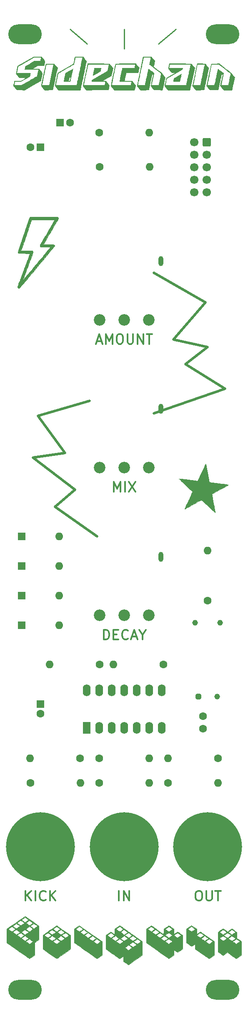
<source format=gbr>
%TF.GenerationSoftware,KiCad,Pcbnew,6.0.9-8da3e8f707~117~ubuntu22.04.1*%
%TF.CreationDate,2022-12-15T23:13:04+01:00*%
%TF.ProjectId,kosmo-sidechain,6b6f736d-6f2d-4736-9964-65636861696e,v1.0.0*%
%TF.SameCoordinates,Original*%
%TF.FileFunction,Soldermask,Top*%
%TF.FilePolarity,Negative*%
%FSLAX46Y46*%
G04 Gerber Fmt 4.6, Leading zero omitted, Abs format (unit mm)*
G04 Created by KiCad (PCBNEW 6.0.9-8da3e8f707~117~ubuntu22.04.1) date 2022-12-15 23:13:04*
%MOMM*%
%LPD*%
G01*
G04 APERTURE LIST*
G04 Aperture macros list*
%AMRoundRect*
0 Rectangle with rounded corners*
0 $1 Rounding radius*
0 $2 $3 $4 $5 $6 $7 $8 $9 X,Y pos of 4 corners*
0 Add a 4 corners polygon primitive as box body*
4,1,4,$2,$3,$4,$5,$6,$7,$8,$9,$2,$3,0*
0 Add four circle primitives for the rounded corners*
1,1,$1+$1,$2,$3*
1,1,$1+$1,$4,$5*
1,1,$1+$1,$6,$7*
1,1,$1+$1,$8,$9*
0 Add four rect primitives between the rounded corners*
20,1,$1+$1,$2,$3,$4,$5,0*
20,1,$1+$1,$4,$5,$6,$7,0*
20,1,$1+$1,$6,$7,$8,$9,0*
20,1,$1+$1,$8,$9,$2,$3,0*%
G04 Aperture macros list end*
%ADD10C,0.500000*%
%ADD11C,0.250000*%
%ADD12C,0.350000*%
%ADD13C,0.010000*%
%ADD14R,1.600000X1.600000*%
%ADD15C,1.600000*%
%ADD16O,1.600000X1.600000*%
%ADD17C,14.000000*%
%ADD18R,1.600000X2.400000*%
%ADD19O,1.600000X2.400000*%
%ADD20RoundRect,0.287500X0.287500X-0.287500X0.287500X0.287500X-0.287500X0.287500X-0.287500X-0.287500X0*%
%ADD21C,1.150000*%
%ADD22O,6.800000X4.000000*%
%ADD23O,1.000000X2.000000*%
%ADD24C,2.340000*%
%ADD25RoundRect,0.250000X0.600000X0.600000X-0.600000X0.600000X-0.600000X-0.600000X0.600000X-0.600000X0*%
%ADD26C,1.700000*%
G04 APERTURE END LIST*
D10*
X51500000Y-114000000D02*
X58000000Y-113000000D01*
X90500000Y-100000000D02*
X76000000Y-105000000D01*
X60000000Y-120500000D02*
X51500000Y-114000000D01*
X76000000Y-76500000D02*
X86500000Y-82500000D01*
X64500000Y-130000000D02*
X56000000Y-124000000D01*
X86500000Y-82500000D02*
X80000000Y-90000000D01*
X87000000Y-91500000D02*
X82500000Y-95000000D01*
D11*
X70000000Y-31000000D02*
X70000000Y-27000000D01*
D10*
X52500000Y-105500000D02*
X63000000Y-102500000D01*
X82500000Y-95000000D02*
X90500000Y-100000000D01*
D11*
X62500000Y-30000000D02*
X59000000Y-27000000D01*
X77000000Y-30000000D02*
X80500000Y-27000000D01*
D10*
X80000000Y-90000000D02*
X87000000Y-91500000D01*
X58000000Y-113000000D02*
X52500000Y-105500000D01*
X56000000Y-124000000D02*
X60000000Y-120500000D01*
D12*
X64476190Y-90333333D02*
X65428571Y-90333333D01*
X64285714Y-90904761D02*
X64952380Y-88904761D01*
X65619047Y-90904761D01*
X66285714Y-90904761D02*
X66285714Y-88904761D01*
X66952380Y-90333333D01*
X67619047Y-88904761D01*
X67619047Y-90904761D01*
X68952380Y-88904761D02*
X69333333Y-88904761D01*
X69523809Y-89000000D01*
X69714285Y-89190476D01*
X69809523Y-89571428D01*
X69809523Y-90238095D01*
X69714285Y-90619047D01*
X69523809Y-90809523D01*
X69333333Y-90904761D01*
X68952380Y-90904761D01*
X68761904Y-90809523D01*
X68571428Y-90619047D01*
X68476190Y-90238095D01*
X68476190Y-89571428D01*
X68571428Y-89190476D01*
X68761904Y-89000000D01*
X68952380Y-88904761D01*
X70666666Y-88904761D02*
X70666666Y-90523809D01*
X70761904Y-90714285D01*
X70857142Y-90809523D01*
X71047619Y-90904761D01*
X71428571Y-90904761D01*
X71619047Y-90809523D01*
X71714285Y-90714285D01*
X71809523Y-90523809D01*
X71809523Y-88904761D01*
X72761904Y-90904761D02*
X72761904Y-88904761D01*
X73904761Y-90904761D01*
X73904761Y-88904761D01*
X74571428Y-88904761D02*
X75714285Y-88904761D01*
X75142857Y-90904761D02*
X75142857Y-88904761D01*
X67904761Y-120904761D02*
X67904761Y-118904761D01*
X68571428Y-120333333D01*
X69238095Y-118904761D01*
X69238095Y-120904761D01*
X70190476Y-120904761D02*
X70190476Y-118904761D01*
X70952380Y-118904761D02*
X72285714Y-120904761D01*
X72285714Y-118904761D02*
X70952380Y-120904761D01*
X68952380Y-203904761D02*
X68952380Y-201904761D01*
X69904761Y-203904761D02*
X69904761Y-201904761D01*
X71047619Y-203904761D01*
X71047619Y-201904761D01*
X50000000Y-203904761D02*
X50000000Y-201904761D01*
X51142857Y-203904761D02*
X50285714Y-202761904D01*
X51142857Y-201904761D02*
X50000000Y-203047619D01*
X52000000Y-203904761D02*
X52000000Y-201904761D01*
X54095238Y-203714285D02*
X54000000Y-203809523D01*
X53714285Y-203904761D01*
X53523809Y-203904761D01*
X53238095Y-203809523D01*
X53047619Y-203619047D01*
X52952380Y-203428571D01*
X52857142Y-203047619D01*
X52857142Y-202761904D01*
X52952380Y-202380952D01*
X53047619Y-202190476D01*
X53238095Y-202000000D01*
X53523809Y-201904761D01*
X53714285Y-201904761D01*
X54000000Y-202000000D01*
X54095238Y-202095238D01*
X54952380Y-203904761D02*
X54952380Y-201904761D01*
X56095238Y-203904761D02*
X55238095Y-202761904D01*
X56095238Y-201904761D02*
X54952380Y-203047619D01*
X65857142Y-150904761D02*
X65857142Y-148904761D01*
X66333333Y-148904761D01*
X66619047Y-149000000D01*
X66809523Y-149190476D01*
X66904761Y-149380952D01*
X67000000Y-149761904D01*
X67000000Y-150047619D01*
X66904761Y-150428571D01*
X66809523Y-150619047D01*
X66619047Y-150809523D01*
X66333333Y-150904761D01*
X65857142Y-150904761D01*
X67857142Y-149857142D02*
X68523809Y-149857142D01*
X68809523Y-150904761D02*
X67857142Y-150904761D01*
X67857142Y-148904761D01*
X68809523Y-148904761D01*
X70809523Y-150714285D02*
X70714285Y-150809523D01*
X70428571Y-150904761D01*
X70238095Y-150904761D01*
X69952380Y-150809523D01*
X69761904Y-150619047D01*
X69666666Y-150428571D01*
X69571428Y-150047619D01*
X69571428Y-149761904D01*
X69666666Y-149380952D01*
X69761904Y-149190476D01*
X69952380Y-149000000D01*
X70238095Y-148904761D01*
X70428571Y-148904761D01*
X70714285Y-149000000D01*
X70809523Y-149095238D01*
X71571428Y-150333333D02*
X72523809Y-150333333D01*
X71380952Y-150904761D02*
X72047619Y-148904761D01*
X72714285Y-150904761D01*
X73761904Y-149952380D02*
X73761904Y-150904761D01*
X73095238Y-148904761D02*
X73761904Y-149952380D01*
X74428571Y-148904761D01*
X85000000Y-201904761D02*
X85380952Y-201904761D01*
X85571428Y-202000000D01*
X85761904Y-202190476D01*
X85857142Y-202571428D01*
X85857142Y-203238095D01*
X85761904Y-203619047D01*
X85571428Y-203809523D01*
X85380952Y-203904761D01*
X85000000Y-203904761D01*
X84809523Y-203809523D01*
X84619047Y-203619047D01*
X84523809Y-203238095D01*
X84523809Y-202571428D01*
X84619047Y-202190476D01*
X84809523Y-202000000D01*
X85000000Y-201904761D01*
X86714285Y-201904761D02*
X86714285Y-203523809D01*
X86809523Y-203714285D01*
X86904761Y-203809523D01*
X87095238Y-203904761D01*
X87476190Y-203904761D01*
X87666666Y-203809523D01*
X87761904Y-203714285D01*
X87857142Y-203523809D01*
X87857142Y-201904761D01*
X88523809Y-201904761D02*
X89666666Y-201904761D01*
X89095238Y-203904761D02*
X89095238Y-201904761D01*
%TO.C,G\u002A\u002A\u002A*%
G36*
X54107630Y-34014641D02*
G01*
X54984253Y-34009158D01*
X55204374Y-34007982D01*
X55385882Y-34007524D01*
X55532176Y-34007872D01*
X55646658Y-34009113D01*
X55732726Y-34011335D01*
X55793782Y-34014629D01*
X55833226Y-34019080D01*
X55854457Y-34024779D01*
X55860876Y-34031812D01*
X55860877Y-34031911D01*
X55873443Y-34055471D01*
X55908811Y-34107086D01*
X55963488Y-34182042D01*
X56033979Y-34275623D01*
X56116791Y-34383113D01*
X56194593Y-34482316D01*
X56528309Y-34904485D01*
X56456235Y-35247404D01*
X56441180Y-35318892D01*
X56418182Y-35427911D01*
X56387995Y-35570884D01*
X56351377Y-35744235D01*
X56309082Y-35944387D01*
X56261868Y-36167763D01*
X56210489Y-36410787D01*
X56155703Y-36669882D01*
X56098264Y-36941471D01*
X56038930Y-37221977D01*
X55979655Y-37502151D01*
X55575150Y-39413979D01*
X53854266Y-39424941D01*
X53543283Y-39028192D01*
X53453699Y-38914254D01*
X53370587Y-38809209D01*
X53298145Y-38718312D01*
X53240574Y-38646817D01*
X53202071Y-38599980D01*
X53189706Y-38585724D01*
X53147113Y-38540005D01*
X53180008Y-38385025D01*
X53360794Y-38385025D01*
X53380988Y-38387389D01*
X53438316Y-38389243D01*
X53527897Y-38390551D01*
X53644849Y-38391277D01*
X53784290Y-38391388D01*
X53941340Y-38390846D01*
X54058179Y-38390069D01*
X54755565Y-38384533D01*
X55199629Y-36294128D01*
X55643692Y-34203723D01*
X54950725Y-34198183D01*
X54784568Y-34197018D01*
X54632384Y-34196264D01*
X54499120Y-34195921D01*
X54389725Y-34195989D01*
X54309146Y-34196469D01*
X54262333Y-34197360D01*
X54252326Y-34198183D01*
X54247428Y-34218855D01*
X54234528Y-34277301D01*
X54214336Y-34370188D01*
X54187562Y-34494183D01*
X54154915Y-34645956D01*
X54117105Y-34822173D01*
X54074842Y-35019503D01*
X54028835Y-35234614D01*
X53979793Y-35464172D01*
X53928426Y-35704848D01*
X53875443Y-35953307D01*
X53821555Y-36206218D01*
X53767470Y-36460249D01*
X53713899Y-36712068D01*
X53661550Y-36958343D01*
X53611133Y-37195741D01*
X53563358Y-37420931D01*
X53518934Y-37630580D01*
X53478571Y-37821356D01*
X53442978Y-37989927D01*
X53412865Y-38132962D01*
X53388941Y-38247127D01*
X53371917Y-38329090D01*
X53362500Y-38375520D01*
X53360794Y-38385025D01*
X53180008Y-38385025D01*
X53627372Y-36277323D01*
X54107630Y-34014641D01*
G37*
G36*
X61704796Y-38199225D02*
G01*
X61733535Y-38053659D01*
X61768843Y-37879013D01*
X61811097Y-37673388D01*
X61860673Y-37434885D01*
X61917948Y-37161605D01*
X61983298Y-36851648D01*
X62057101Y-36503115D01*
X62081388Y-36388669D01*
X62144469Y-36091525D01*
X62205422Y-35804367D01*
X62263640Y-35530061D01*
X62318513Y-35271475D01*
X62369435Y-35031473D01*
X62415797Y-34812924D01*
X62456990Y-34618693D01*
X62492408Y-34451647D01*
X62521441Y-34314652D01*
X62543483Y-34210575D01*
X62557924Y-34142283D01*
X62563785Y-34114434D01*
X62586767Y-34004136D01*
X64864765Y-34004136D01*
X65234717Y-34004219D01*
X65564678Y-34004485D01*
X65856674Y-34004957D01*
X66112734Y-34005660D01*
X66334884Y-34006616D01*
X66525151Y-34007851D01*
X66685561Y-34009387D01*
X66818142Y-34011248D01*
X66924921Y-34013459D01*
X67007925Y-34016044D01*
X67069180Y-34019025D01*
X67110714Y-34022427D01*
X67134553Y-34026274D01*
X67142725Y-34030590D01*
X67142763Y-34030932D01*
X67155292Y-34054095D01*
X67190568Y-34105408D01*
X67245118Y-34180185D01*
X67315473Y-34273741D01*
X67398162Y-34381388D01*
X67477922Y-34483479D01*
X67568113Y-34599411D01*
X67648442Y-34705292D01*
X67715545Y-34796469D01*
X67766055Y-34868289D01*
X67796606Y-34916099D01*
X67804301Y-34934640D01*
X67798099Y-34960387D01*
X67784303Y-35022512D01*
X67763932Y-35116268D01*
X67738007Y-35236906D01*
X67707549Y-35379681D01*
X67673577Y-35539843D01*
X67637111Y-35712645D01*
X67636492Y-35715584D01*
X67599581Y-35888177D01*
X67564325Y-36047784D01*
X67531844Y-36189726D01*
X67503258Y-36309322D01*
X67479686Y-36401892D01*
X67462247Y-36462756D01*
X67452060Y-36487234D01*
X67451925Y-36487329D01*
X67429022Y-36500693D01*
X67373255Y-36532729D01*
X67288289Y-36581344D01*
X67177790Y-36644447D01*
X67045423Y-36719945D01*
X66894854Y-36805748D01*
X66729747Y-36899763D01*
X66553769Y-36999899D01*
X66548590Y-37002845D01*
X65670794Y-37502151D01*
X66040057Y-37507892D01*
X66158448Y-37510636D01*
X66259931Y-37514723D01*
X66338044Y-37519747D01*
X66386326Y-37525304D01*
X66398987Y-37530351D01*
X66408622Y-37550712D01*
X66441092Y-37599416D01*
X66493080Y-37671920D01*
X66561268Y-37763681D01*
X66642337Y-37870156D01*
X66723690Y-37974963D01*
X66814198Y-38091831D01*
X66895357Y-38199077D01*
X66963715Y-38291937D01*
X67015820Y-38365650D01*
X67048220Y-38415454D01*
X67057691Y-38435713D01*
X67053168Y-38465006D01*
X67041054Y-38529101D01*
X67022610Y-38621723D01*
X66999097Y-38736596D01*
X66971774Y-38867447D01*
X66956149Y-38941274D01*
X66855641Y-39413979D01*
X64595651Y-39419325D01*
X62335660Y-39424671D01*
X62006071Y-39004344D01*
X61915141Y-38889105D01*
X61831669Y-38784692D01*
X61759450Y-38695742D01*
X61702280Y-38626893D01*
X61663953Y-38582782D01*
X61649227Y-38568311D01*
X61646459Y-38557338D01*
X61648000Y-38528680D01*
X61654228Y-38480440D01*
X61665519Y-38410716D01*
X61673037Y-38368878D01*
X61848705Y-38368878D01*
X61856204Y-38373328D01*
X61880167Y-38377234D01*
X61922669Y-38380615D01*
X61985783Y-38383494D01*
X62071582Y-38385889D01*
X62182141Y-38387823D01*
X62319532Y-38389317D01*
X62485830Y-38390390D01*
X62683108Y-38391063D01*
X62913440Y-38391359D01*
X63178899Y-38391296D01*
X63481559Y-38390897D01*
X63823494Y-38390182D01*
X63942513Y-38389887D01*
X66036557Y-38384533D01*
X66105324Y-38058892D01*
X66128911Y-37945927D01*
X66149156Y-37846556D01*
X66164536Y-37768448D01*
X66173528Y-37719273D01*
X66175217Y-37706990D01*
X66167454Y-37701594D01*
X66142010Y-37696941D01*
X66096392Y-37692983D01*
X66028111Y-37689674D01*
X65934675Y-37686967D01*
X65813593Y-37684814D01*
X65662375Y-37683170D01*
X65478530Y-37681986D01*
X65259568Y-37681218D01*
X65002996Y-37680816D01*
X64778287Y-37680728D01*
X63380230Y-37680728D01*
X63394473Y-37604806D01*
X63408892Y-37535237D01*
X63427461Y-37454439D01*
X63433093Y-37431481D01*
X63457471Y-37334078D01*
X65052489Y-36420182D01*
X66647508Y-35506287D01*
X66923894Y-34203723D01*
X64834478Y-34198368D01*
X64541857Y-34197709D01*
X64261235Y-34197252D01*
X63995449Y-34196992D01*
X63747337Y-34196925D01*
X63519734Y-34197046D01*
X63315479Y-34197348D01*
X63137407Y-34197828D01*
X62988356Y-34198480D01*
X62871162Y-34199299D01*
X62788663Y-34200280D01*
X62743696Y-34201417D01*
X62735927Y-34202149D01*
X62730431Y-34223427D01*
X62716975Y-34282472D01*
X62696272Y-34375936D01*
X62669036Y-34500472D01*
X62635978Y-34652734D01*
X62597811Y-34829374D01*
X62555249Y-35027045D01*
X62509004Y-35242401D01*
X62459788Y-35472093D01*
X62408314Y-35712776D01*
X62355295Y-35961101D01*
X62301443Y-36213722D01*
X62247472Y-36467292D01*
X62194094Y-36718464D01*
X62142021Y-36963891D01*
X62091967Y-37200225D01*
X62044643Y-37424119D01*
X62000764Y-37632227D01*
X61961040Y-37821202D01*
X61926186Y-37987696D01*
X61896914Y-38128362D01*
X61873936Y-38239854D01*
X61857965Y-38318823D01*
X61849714Y-38361924D01*
X61848705Y-38368878D01*
X61673037Y-38368878D01*
X61682249Y-38317611D01*
X61704796Y-38199225D01*
G37*
G36*
X64841396Y-34886891D02*
G01*
X64994402Y-34887948D01*
X65128351Y-34889602D01*
X65238384Y-34891761D01*
X65319642Y-34894336D01*
X65367265Y-34897239D01*
X65377998Y-34899496D01*
X65373886Y-34924818D01*
X65362763Y-34982481D01*
X65346446Y-35063746D01*
X65326756Y-35159873D01*
X65305509Y-35262125D01*
X65284526Y-35361761D01*
X65265624Y-35450043D01*
X65250623Y-35518231D01*
X65241340Y-35557588D01*
X65240194Y-35561681D01*
X65221132Y-35576802D01*
X65170048Y-35610205D01*
X65091374Y-35659276D01*
X64989544Y-35721404D01*
X64868990Y-35793978D01*
X64734147Y-35874386D01*
X64589448Y-35960017D01*
X64439325Y-36048257D01*
X64288213Y-36136497D01*
X64140543Y-36222125D01*
X64000750Y-36302527D01*
X63873267Y-36375094D01*
X63762527Y-36437213D01*
X63672964Y-36486273D01*
X63649158Y-36498968D01*
X63640550Y-36488876D01*
X63643841Y-36458709D01*
X63651707Y-36422693D01*
X63666515Y-36353187D01*
X63687120Y-36255673D01*
X63712377Y-36135637D01*
X63741140Y-35998563D01*
X63772265Y-35849935D01*
X63804606Y-35695240D01*
X63837019Y-35539960D01*
X63868357Y-35389580D01*
X63897475Y-35249585D01*
X63923230Y-35125460D01*
X63944475Y-35022690D01*
X63960065Y-34946757D01*
X63968855Y-34903149D01*
X63970389Y-34894772D01*
X63990588Y-34892811D01*
X64047945Y-34891017D01*
X64137602Y-34889446D01*
X64254697Y-34888156D01*
X64394372Y-34887203D01*
X64551768Y-34886644D01*
X64674193Y-34886518D01*
X64841396Y-34886891D01*
G37*
G36*
X81694357Y-36114160D02*
G01*
X81684449Y-36171351D01*
X81668028Y-36258717D01*
X81646214Y-36370800D01*
X81620128Y-36502138D01*
X81590891Y-36647272D01*
X81559624Y-36800742D01*
X81527446Y-36957087D01*
X81495479Y-37110849D01*
X81464843Y-37256566D01*
X81436659Y-37388778D01*
X81412048Y-37502026D01*
X81392130Y-37590849D01*
X81378026Y-37649788D01*
X81373913Y-37664971D01*
X81368428Y-37675038D01*
X81355694Y-37683089D01*
X81331453Y-37689346D01*
X81291444Y-37694033D01*
X81231407Y-37697374D01*
X81147082Y-37699591D01*
X81034208Y-37700908D01*
X80888527Y-37701548D01*
X80705776Y-37701735D01*
X80672446Y-37701737D01*
X80506387Y-37701275D01*
X80354141Y-37699965D01*
X80220700Y-37697917D01*
X80111051Y-37695246D01*
X80030186Y-37692062D01*
X79983093Y-37688479D01*
X79972952Y-37685981D01*
X79973276Y-37658834D01*
X79982205Y-37599431D01*
X79997838Y-37516203D01*
X80018278Y-37417576D01*
X80041624Y-37311981D01*
X80065978Y-37207847D01*
X80089441Y-37113601D01*
X80110114Y-37037674D01*
X80126096Y-36988493D01*
X80133203Y-36974732D01*
X80159185Y-36956920D01*
X80216121Y-36922071D01*
X80299427Y-36872773D01*
X80404515Y-36811614D01*
X80526802Y-36741181D01*
X80661701Y-36664060D01*
X80804626Y-36582841D01*
X80950992Y-36500109D01*
X81096214Y-36418452D01*
X81235706Y-36340457D01*
X81364882Y-36268713D01*
X81479157Y-36205805D01*
X81573944Y-36154321D01*
X81644660Y-36116850D01*
X81686717Y-36095977D01*
X81696631Y-36092606D01*
X81694357Y-36114160D01*
G37*
G36*
X57769145Y-37368704D02*
G01*
X57799121Y-37224513D01*
X57833307Y-37060976D01*
X57870804Y-36882446D01*
X57890954Y-36786827D01*
X58072889Y-35924440D01*
X58871363Y-35468162D01*
X59038200Y-35373006D01*
X59193419Y-35284823D01*
X59333308Y-35205699D01*
X59454152Y-35137717D01*
X59552239Y-35082962D01*
X59623854Y-35043517D01*
X59665286Y-35021468D01*
X59674330Y-35017481D01*
X59670915Y-35038476D01*
X59659456Y-35096772D01*
X59640741Y-35188592D01*
X59615559Y-35310157D01*
X59584698Y-35457689D01*
X59548947Y-35627411D01*
X59509094Y-35815544D01*
X59465929Y-36018311D01*
X59442911Y-36126055D01*
X59396379Y-36343674D01*
X59351070Y-36555692D01*
X59308019Y-36757259D01*
X59268260Y-36943527D01*
X59232828Y-37109645D01*
X59202758Y-37250763D01*
X59179084Y-37362034D01*
X59162842Y-37438606D01*
X59159405Y-37454881D01*
X59111810Y-37680728D01*
X58410744Y-37680728D01*
X58243861Y-37680274D01*
X58091170Y-37678985D01*
X57957541Y-37676971D01*
X57847846Y-37674340D01*
X57766959Y-37671203D01*
X57719750Y-37667668D01*
X57709349Y-37664971D01*
X57713482Y-37641683D01*
X57725426Y-37581641D01*
X57743812Y-37491492D01*
X58781141Y-37491492D01*
X58799919Y-37504113D01*
X58847428Y-37511684D01*
X58875682Y-37512656D01*
X58932077Y-37509522D01*
X58965895Y-37501593D01*
X58970223Y-37496885D01*
X58974419Y-37472043D01*
X58986036Y-37413258D01*
X59003614Y-37327655D01*
X59025696Y-37222360D01*
X59043974Y-37136448D01*
X59067944Y-37022014D01*
X59087754Y-36922742D01*
X59102108Y-36845533D01*
X59109709Y-36797284D01*
X59110196Y-36784253D01*
X59089843Y-36789434D01*
X59046842Y-36809531D01*
X58994307Y-36837400D01*
X58945352Y-36865898D01*
X58913091Y-36887879D01*
X58907196Y-36894838D01*
X58902880Y-36917454D01*
X58891038Y-36973378D01*
X58873331Y-37054915D01*
X58851418Y-37154371D01*
X58844169Y-37187015D01*
X58821206Y-37291697D01*
X58801986Y-37382101D01*
X58788193Y-37450095D01*
X58781510Y-37487549D01*
X58781141Y-37491492D01*
X57743812Y-37491492D01*
X57744280Y-37489197D01*
X57769145Y-37368704D01*
G37*
G36*
X84393460Y-36089650D02*
G01*
X84454409Y-35802633D01*
X84512619Y-35528468D01*
X84567482Y-35270025D01*
X84618389Y-35030171D01*
X84664733Y-34811773D01*
X84705903Y-34617701D01*
X84741293Y-34450821D01*
X84770293Y-34314003D01*
X84792295Y-34210112D01*
X84806690Y-34142019D01*
X84812489Y-34114434D01*
X84835402Y-34004136D01*
X85717535Y-34004136D01*
X85956294Y-34004618D01*
X86158234Y-34006051D01*
X86322442Y-34008411D01*
X86448005Y-34011679D01*
X86534011Y-34015831D01*
X86579548Y-34020847D01*
X86586901Y-34024792D01*
X86595837Y-34046330D01*
X86627772Y-34095758D01*
X86679262Y-34168312D01*
X86746862Y-34259228D01*
X86827128Y-34363741D01*
X86886851Y-34439722D01*
X86976085Y-34552594D01*
X87057632Y-34656436D01*
X87127489Y-34746094D01*
X87181655Y-34816418D01*
X87216128Y-34862254D01*
X87225888Y-34876168D01*
X87229073Y-34887721D01*
X87229460Y-34909601D01*
X87226620Y-34943989D01*
X87220126Y-34993069D01*
X87209550Y-35059021D01*
X87194463Y-35144028D01*
X87174439Y-35250272D01*
X87149049Y-35379935D01*
X87117865Y-35535199D01*
X87080460Y-35718245D01*
X87036405Y-35931256D01*
X86985273Y-36176414D01*
X86926635Y-36455901D01*
X86860065Y-36771899D01*
X86785133Y-37126589D01*
X86777635Y-37162042D01*
X86714162Y-37462217D01*
X86653180Y-37750771D01*
X86595248Y-38025057D01*
X86540924Y-38282427D01*
X86490765Y-38520231D01*
X86445329Y-38735822D01*
X86405174Y-38926551D01*
X86370858Y-39089769D01*
X86342938Y-39222830D01*
X86321973Y-39323083D01*
X86308521Y-39387881D01*
X86303138Y-39414575D01*
X86303060Y-39415114D01*
X86282784Y-39417135D01*
X86224887Y-39419006D01*
X86133765Y-39420680D01*
X86013815Y-39422108D01*
X85869435Y-39423243D01*
X85705021Y-39424037D01*
X85524969Y-39424441D01*
X85443300Y-39424483D01*
X84583540Y-39424483D01*
X84274566Y-39030563D01*
X84185023Y-38917066D01*
X84101613Y-38812590D01*
X84028615Y-38722396D01*
X83970311Y-38651746D01*
X83930978Y-38605902D01*
X83918389Y-38592608D01*
X83871187Y-38548574D01*
X83911607Y-38358272D01*
X84097333Y-38358272D01*
X84099614Y-38368309D01*
X84109382Y-38376340D01*
X84130822Y-38382587D01*
X84168120Y-38387272D01*
X84225459Y-38390617D01*
X84307023Y-38392843D01*
X84416998Y-38394173D01*
X84559567Y-38394828D01*
X84738915Y-38395032D01*
X84790405Y-38395038D01*
X84956308Y-38394742D01*
X85107978Y-38393902D01*
X85240518Y-38392590D01*
X85349031Y-38390877D01*
X85428623Y-38388836D01*
X85474395Y-38386537D01*
X85483705Y-38384878D01*
X85487980Y-38363341D01*
X85500409Y-38303491D01*
X85520406Y-38208112D01*
X85547381Y-38079987D01*
X85580744Y-37921902D01*
X85619908Y-37736640D01*
X85664284Y-37526987D01*
X85713282Y-37295726D01*
X85766314Y-37045642D01*
X85822791Y-36779520D01*
X85882124Y-36500143D01*
X85915783Y-36341743D01*
X85976711Y-36055041D01*
X86035317Y-35779222D01*
X86090989Y-35517158D01*
X86143119Y-35271722D01*
X86191096Y-35045785D01*
X86234311Y-34842221D01*
X86272154Y-34663901D01*
X86304016Y-34513698D01*
X86329286Y-34394485D01*
X86347355Y-34309133D01*
X86357613Y-34260515D01*
X86359657Y-34250706D01*
X86371454Y-34192645D01*
X85672215Y-34198184D01*
X84972975Y-34203723D01*
X84535268Y-36262614D01*
X84474121Y-36550591D01*
X84415506Y-36827322D01*
X84360011Y-37089995D01*
X84308225Y-37335795D01*
X84260736Y-37561908D01*
X84218130Y-37765522D01*
X84180998Y-37943822D01*
X84149926Y-38093994D01*
X84125502Y-38213225D01*
X84108314Y-38298701D01*
X84098951Y-38347608D01*
X84097333Y-38358272D01*
X83911607Y-38358272D01*
X84330381Y-36386653D01*
X84393460Y-36089650D01*
G37*
G36*
X72712920Y-38136878D02*
G01*
X72751439Y-37943916D01*
X72798077Y-37714149D01*
X72852960Y-37446960D01*
X72916212Y-37141735D01*
X72987958Y-36797858D01*
X73068323Y-36414715D01*
X73157432Y-35991689D01*
X73244616Y-35579161D01*
X73875817Y-32596527D01*
X74753128Y-32596527D01*
X74990174Y-32596917D01*
X75186984Y-32598120D01*
X75345331Y-32600182D01*
X75466989Y-32603149D01*
X75553732Y-32607068D01*
X75607335Y-32611986D01*
X75629572Y-32617949D01*
X75630438Y-32619562D01*
X75642948Y-32641695D01*
X75678165Y-32692053D01*
X75732624Y-32765990D01*
X75802858Y-32858861D01*
X75885399Y-32966021D01*
X75964777Y-33067579D01*
X76299115Y-33492559D01*
X76178147Y-34065588D01*
X76057179Y-34638616D01*
X76154973Y-34715297D01*
X76192339Y-34744097D01*
X76259253Y-34795141D01*
X76351704Y-34865388D01*
X76465680Y-34951798D01*
X76597168Y-35051330D01*
X76742156Y-35160945D01*
X76896634Y-35277604D01*
X76990886Y-35348718D01*
X77144931Y-35465471D01*
X77288133Y-35575091D01*
X77417082Y-35674887D01*
X77528367Y-35762169D01*
X77618576Y-35834247D01*
X77684299Y-35888431D01*
X77722125Y-35922029D01*
X77730177Y-35931816D01*
X77743070Y-35954826D01*
X77778760Y-36005940D01*
X77833753Y-36080486D01*
X77904555Y-36173792D01*
X77987669Y-36281187D01*
X78067854Y-36383178D01*
X78158375Y-36498670D01*
X78239078Y-36603876D01*
X78306580Y-36694204D01*
X78357502Y-36765060D01*
X78388461Y-36811853D01*
X78396490Y-36829526D01*
X78390885Y-36853333D01*
X78377406Y-36914704D01*
X78356811Y-37010084D01*
X78329858Y-37135914D01*
X78297304Y-37288638D01*
X78259908Y-37464700D01*
X78218428Y-37660541D01*
X78173621Y-37872605D01*
X78126245Y-38097336D01*
X78117760Y-38137639D01*
X77846898Y-39424409D01*
X76985525Y-39423714D01*
X76124152Y-39423020D01*
X75819520Y-39032567D01*
X75730620Y-38919018D01*
X75647835Y-38814018D01*
X75575478Y-38722982D01*
X75517863Y-38651324D01*
X75479306Y-38604456D01*
X75467745Y-38591163D01*
X75420602Y-38540211D01*
X75651575Y-37447129D01*
X75695596Y-37238121D01*
X75736855Y-37040914D01*
X75774548Y-36859443D01*
X75807870Y-36697644D01*
X75836018Y-36559453D01*
X75858186Y-36448804D01*
X75873570Y-36369635D01*
X75881366Y-36325881D01*
X75882184Y-36318835D01*
X75867544Y-36288039D01*
X75832567Y-36251927D01*
X75789897Y-36220203D01*
X75752180Y-36202573D01*
X75734056Y-36205153D01*
X75727681Y-36227699D01*
X75713388Y-36288175D01*
X75691872Y-36383382D01*
X75663827Y-36510124D01*
X75629949Y-36665204D01*
X75590931Y-36845424D01*
X75547469Y-37047587D01*
X75500258Y-37268496D01*
X75449991Y-37504954D01*
X75397364Y-37753764D01*
X75390612Y-37785774D01*
X75337700Y-38036532D01*
X75287137Y-38275822D01*
X75239613Y-38500389D01*
X75195823Y-38706980D01*
X75156457Y-38892341D01*
X75122207Y-39053217D01*
X75093765Y-39186354D01*
X75071824Y-39288499D01*
X75057075Y-39356397D01*
X75050210Y-39386794D01*
X75049964Y-39387718D01*
X75045021Y-39396856D01*
X75033428Y-39404348D01*
X75011362Y-39410355D01*
X74975002Y-39415040D01*
X74920528Y-39418566D01*
X74844117Y-39421093D01*
X74741948Y-39422786D01*
X74610200Y-39423807D01*
X74445052Y-39424316D01*
X74242682Y-39424478D01*
X74184642Y-39424483D01*
X73329933Y-39424483D01*
X72996013Y-39002479D01*
X72904472Y-38887597D01*
X72820613Y-38783887D01*
X72748187Y-38695865D01*
X72690946Y-38628050D01*
X72652642Y-38584958D01*
X72637754Y-38571135D01*
X72637546Y-38552973D01*
X72644834Y-38501082D01*
X72659742Y-38414846D01*
X72665623Y-38383386D01*
X72836228Y-38383386D01*
X72856420Y-38386177D01*
X72913729Y-38388728D01*
X73003253Y-38390957D01*
X73120091Y-38392781D01*
X73259342Y-38394117D01*
X73416105Y-38394884D01*
X73528113Y-38395038D01*
X73717439Y-38394904D01*
X73869003Y-38394354D01*
X73987058Y-38393166D01*
X74075861Y-38391116D01*
X74139665Y-38387983D01*
X74182726Y-38383542D01*
X74209299Y-38377573D01*
X74223637Y-38369851D01*
X74229998Y-38360154D01*
X74230598Y-38358272D01*
X74236521Y-38332402D01*
X74250470Y-38268590D01*
X74271768Y-38169997D01*
X74299740Y-38039790D01*
X74333709Y-37881130D01*
X74372999Y-37697184D01*
X74416933Y-37491113D01*
X74464836Y-37266082D01*
X74516032Y-37025255D01*
X74569843Y-36771796D01*
X74590950Y-36672292D01*
X74645399Y-36415767D01*
X74697370Y-36171344D01*
X74746203Y-35942108D01*
X74791236Y-35731143D01*
X74831808Y-35541533D01*
X74867258Y-35376363D01*
X74896924Y-35238717D01*
X74920144Y-35131679D01*
X74936258Y-35058335D01*
X74944605Y-35021767D01*
X74945623Y-35018125D01*
X74962860Y-35029229D01*
X75009713Y-35063016D01*
X75082403Y-35116668D01*
X75177150Y-35187364D01*
X75290178Y-35272288D01*
X75417706Y-35368619D01*
X75547853Y-35467376D01*
X75710238Y-35591316D01*
X75841635Y-35692772D01*
X75944905Y-35774154D01*
X76022907Y-35837874D01*
X76078503Y-35886343D01*
X76114552Y-35921974D01*
X76133915Y-35947177D01*
X76139451Y-35964364D01*
X76139317Y-35966042D01*
X76134119Y-35993424D01*
X76121154Y-36057369D01*
X76101380Y-36153334D01*
X76075753Y-36276778D01*
X76045228Y-36423161D01*
X76010763Y-36587941D01*
X75973313Y-36766578D01*
X75933835Y-36954529D01*
X75893285Y-37147254D01*
X75852618Y-37340212D01*
X75812792Y-37528862D01*
X75774762Y-37708662D01*
X75739485Y-37875071D01*
X75707917Y-38023548D01*
X75681013Y-38149552D01*
X75659731Y-38248542D01*
X75645027Y-38315977D01*
X75638115Y-38346301D01*
X75625883Y-38395038D01*
X76322120Y-38395038D01*
X76521526Y-38394684D01*
X76682318Y-38393537D01*
X76807898Y-38391472D01*
X76901665Y-38388361D01*
X76967018Y-38384079D01*
X77007359Y-38378498D01*
X77026087Y-38371492D01*
X77028130Y-38368776D01*
X77035274Y-38340807D01*
X77049865Y-38276597D01*
X77070954Y-38180684D01*
X77097587Y-38057606D01*
X77128815Y-37911899D01*
X77163686Y-37748101D01*
X77201249Y-37570748D01*
X77240552Y-37384379D01*
X77280643Y-37193531D01*
X77320573Y-37002739D01*
X77359389Y-36816543D01*
X77396141Y-36639479D01*
X77429876Y-36476083D01*
X77459644Y-36330895D01*
X77484494Y-36208449D01*
X77503473Y-36113285D01*
X77515632Y-36049939D01*
X77520018Y-36022948D01*
X77520018Y-36022664D01*
X77503403Y-36004692D01*
X77455689Y-35963558D01*
X77379431Y-35901258D01*
X77277183Y-35819790D01*
X77151501Y-35721150D01*
X77004938Y-35607335D01*
X76840050Y-35480341D01*
X76659390Y-35342167D01*
X76465515Y-35194807D01*
X76322499Y-35086651D01*
X76125335Y-34937534D01*
X75938305Y-34795470D01*
X75764076Y-34662523D01*
X75605314Y-34540756D01*
X75464686Y-34432233D01*
X75344858Y-34339018D01*
X75248496Y-34263174D01*
X75178267Y-34206765D01*
X75136837Y-34171854D01*
X75126220Y-34160778D01*
X75130424Y-34135232D01*
X75142335Y-34073732D01*
X75160905Y-33981422D01*
X75185083Y-33863444D01*
X75213820Y-33724940D01*
X75246065Y-33571052D01*
X75262779Y-33491821D01*
X75296395Y-33331886D01*
X75327007Y-33184456D01*
X75353561Y-33054746D01*
X75375004Y-32947973D01*
X75390282Y-32869351D01*
X75398343Y-32824096D01*
X75399338Y-32815750D01*
X75394106Y-32807384D01*
X75375764Y-32800678D01*
X75340349Y-32795460D01*
X75283893Y-32791557D01*
X75202433Y-32788795D01*
X75092002Y-32787001D01*
X74948634Y-32786002D01*
X74768365Y-32785626D01*
X74708664Y-32785608D01*
X74017990Y-32785608D01*
X74006405Y-32843383D01*
X74000709Y-32870656D01*
X73986823Y-32936582D01*
X73965267Y-33038709D01*
X73936560Y-33174583D01*
X73901221Y-33341751D01*
X73859768Y-33537761D01*
X73812721Y-33760160D01*
X73760599Y-34006495D01*
X73703920Y-34274313D01*
X73643203Y-34561161D01*
X73578967Y-34864586D01*
X73511732Y-35182137D01*
X73442016Y-35511358D01*
X73415525Y-35636446D01*
X73345234Y-35968427D01*
X73277385Y-36289041D01*
X73212485Y-36595891D01*
X73151038Y-36886576D01*
X73093551Y-37158699D01*
X73040530Y-37409861D01*
X72992481Y-37637662D01*
X72949908Y-37839706D01*
X72913319Y-38013591D01*
X72883219Y-38156921D01*
X72860114Y-38267297D01*
X72844510Y-38342319D01*
X72836912Y-38379589D01*
X72836228Y-38383386D01*
X72665623Y-38383386D01*
X72682396Y-38293650D01*
X72712920Y-38136878D01*
G37*
G36*
X87701801Y-34014641D02*
G01*
X88522887Y-34009147D01*
X89343974Y-34003653D01*
X90595366Y-34954556D01*
X90797158Y-35108217D01*
X90989102Y-35255010D01*
X91168578Y-35392890D01*
X91332962Y-35519813D01*
X91479633Y-35633736D01*
X91605969Y-35732614D01*
X91709348Y-35814404D01*
X91787148Y-35877060D01*
X91836746Y-35918541D01*
X91855521Y-35936800D01*
X91855583Y-35936973D01*
X91870588Y-35961556D01*
X91908167Y-36014170D01*
X91964692Y-36089997D01*
X92036533Y-36184221D01*
X92120063Y-36292024D01*
X92193080Y-36385078D01*
X92282571Y-36498745D01*
X92362789Y-36601089D01*
X92430257Y-36687638D01*
X92481498Y-36753917D01*
X92513034Y-36795453D01*
X92521753Y-36807937D01*
X92517524Y-36829040D01*
X92505336Y-36887694D01*
X92485936Y-36980342D01*
X92460075Y-37103428D01*
X92428501Y-37253397D01*
X92391962Y-37426693D01*
X92351206Y-37619761D01*
X92306984Y-37829043D01*
X92260043Y-38050985D01*
X92257803Y-38061569D01*
X92210350Y-38285853D01*
X92165251Y-38499076D01*
X92123298Y-38697487D01*
X92085285Y-38877330D01*
X92052004Y-39034852D01*
X92024249Y-39166299D01*
X92002813Y-39267919D01*
X91988489Y-39335956D01*
X91982069Y-39366658D01*
X91982059Y-39366708D01*
X91970265Y-39424483D01*
X90255997Y-39424483D01*
X89944798Y-39030563D01*
X89854815Y-38917129D01*
X89771150Y-38812539D01*
X89698070Y-38722057D01*
X89639844Y-38650948D01*
X89600737Y-38604478D01*
X89588248Y-38590635D01*
X89542898Y-38544628D01*
X89771022Y-37466648D01*
X89815054Y-37258717D01*
X89856699Y-37062316D01*
X89895104Y-36881456D01*
X89929414Y-36720146D01*
X89958775Y-36582397D01*
X89982333Y-36472220D01*
X89999233Y-36393626D01*
X90008622Y-36350624D01*
X90010034Y-36344487D01*
X90007364Y-36307847D01*
X89975741Y-36270074D01*
X89943638Y-36245318D01*
X89895814Y-36214184D01*
X89863901Y-36198797D01*
X89857862Y-36198825D01*
X89852267Y-36220224D01*
X89838669Y-36279597D01*
X89817746Y-36373805D01*
X89790177Y-36499710D01*
X89756641Y-36654174D01*
X89717816Y-36834059D01*
X89674381Y-37036226D01*
X89627015Y-37257538D01*
X89576395Y-37494857D01*
X89523202Y-37745045D01*
X89509281Y-37810649D01*
X89169194Y-39413979D01*
X88308625Y-39418429D01*
X87448056Y-39422878D01*
X87145513Y-39034667D01*
X87056706Y-38921146D01*
X86973773Y-38815943D01*
X86901099Y-38724555D01*
X86843067Y-38652481D01*
X86804062Y-38605219D01*
X86792614Y-38592121D01*
X86742259Y-38537786D01*
X86778052Y-38369062D01*
X86958865Y-38369062D01*
X86964104Y-38376454D01*
X86987880Y-38382251D01*
X87033694Y-38386561D01*
X87105048Y-38389490D01*
X87205445Y-38391143D01*
X87338387Y-38391629D01*
X87507374Y-38391054D01*
X87649559Y-38390072D01*
X88349491Y-38384533D01*
X88542006Y-37481142D01*
X88590846Y-37251895D01*
X88644249Y-37001119D01*
X88699971Y-36739367D01*
X88755763Y-36477191D01*
X88809383Y-36225146D01*
X88858582Y-35993783D01*
X88898564Y-35805666D01*
X88935908Y-35632017D01*
X88971184Y-35472007D01*
X89003336Y-35330130D01*
X89031307Y-35210882D01*
X89054039Y-35118759D01*
X89070475Y-35058256D01*
X89079560Y-35033868D01*
X89080098Y-35033582D01*
X89101134Y-35045796D01*
X89150543Y-35080096D01*
X89223696Y-35132969D01*
X89315961Y-35200900D01*
X89422707Y-35280377D01*
X89539303Y-35367886D01*
X89661118Y-35459913D01*
X89783522Y-35552945D01*
X89901882Y-35643467D01*
X90011569Y-35727968D01*
X90107951Y-35802932D01*
X90186397Y-35864847D01*
X90242276Y-35910199D01*
X90270957Y-35935474D01*
X90273780Y-35939230D01*
X90269542Y-35962216D01*
X90257342Y-36022622D01*
X90237948Y-36116765D01*
X90212131Y-36240966D01*
X90180658Y-36391541D01*
X90144299Y-36564810D01*
X90103824Y-36757091D01*
X90060001Y-36964703D01*
X90021671Y-37145867D01*
X89975603Y-37363871D01*
X89932252Y-37569978D01*
X89892389Y-37760454D01*
X89856788Y-37931566D01*
X89826218Y-38079577D01*
X89801454Y-38200754D01*
X89783266Y-38291362D01*
X89772426Y-38347666D01*
X89769562Y-38365613D01*
X89775286Y-38373793D01*
X89795059Y-38380356D01*
X89832780Y-38385467D01*
X89892352Y-38389291D01*
X89977672Y-38391994D01*
X90092643Y-38393741D01*
X90241164Y-38394698D01*
X90427136Y-38395031D01*
X90462862Y-38395038D01*
X90628765Y-38394624D01*
X90780434Y-38393451D01*
X90912974Y-38391618D01*
X91021487Y-38389226D01*
X91101078Y-38386375D01*
X91146851Y-38383164D01*
X91156162Y-38380846D01*
X91160392Y-38358217D01*
X91172561Y-38298229D01*
X91191886Y-38204628D01*
X91217585Y-38081158D01*
X91248874Y-37931564D01*
X91284971Y-37759591D01*
X91325093Y-37568983D01*
X91368458Y-37363485D01*
X91398776Y-37220094D01*
X91444028Y-37005986D01*
X91486686Y-36803662D01*
X91525950Y-36616955D01*
X91561017Y-36449698D01*
X91591087Y-36305724D01*
X91615359Y-36188865D01*
X91633032Y-36102954D01*
X91643304Y-36051824D01*
X91645633Y-36039061D01*
X91630241Y-36019026D01*
X91581960Y-35975153D01*
X91500644Y-35907326D01*
X91386147Y-35815429D01*
X91238323Y-35699346D01*
X91057024Y-35558963D01*
X90842105Y-35394164D01*
X90593419Y-35204833D01*
X90453687Y-35098903D01*
X89257499Y-34193218D01*
X87847202Y-34193218D01*
X87407653Y-36267866D01*
X87346411Y-36556756D01*
X87287523Y-36834226D01*
X87231581Y-37097490D01*
X87179183Y-37343762D01*
X87130921Y-37570256D01*
X87087393Y-37774187D01*
X87049193Y-37952767D01*
X87016915Y-38103211D01*
X86991155Y-38222734D01*
X86972508Y-38308548D01*
X86961569Y-38357869D01*
X86958865Y-38369062D01*
X86778052Y-38369062D01*
X87222030Y-36276214D01*
X87701801Y-34014641D01*
G37*
G36*
X47642307Y-37921702D02*
G01*
X47668618Y-37796918D01*
X47691213Y-37690898D01*
X47708732Y-37609999D01*
X47719816Y-37560579D01*
X47722588Y-37549421D01*
X47728182Y-37539036D01*
X47741249Y-37530802D01*
X47766201Y-37524470D01*
X47807448Y-37519793D01*
X47869401Y-37516521D01*
X47956471Y-37514406D01*
X48073068Y-37513201D01*
X48223605Y-37512657D01*
X48377801Y-37512529D01*
X49022415Y-37512402D01*
X49505336Y-37239411D01*
X49988257Y-36966419D01*
X48745534Y-36966419D01*
X48422808Y-36554978D01*
X48332324Y-36440381D01*
X48248837Y-36336081D01*
X48176301Y-36246902D01*
X48118668Y-36177669D01*
X48079891Y-36133205D01*
X48065595Y-36119039D01*
X48057422Y-36109902D01*
X48052643Y-36093625D01*
X48051896Y-36066333D01*
X48055823Y-36024150D01*
X48065064Y-35963200D01*
X48080259Y-35879609D01*
X48102049Y-35769500D01*
X48131072Y-35628999D01*
X48167971Y-35454228D01*
X48201121Y-35298692D01*
X48371133Y-34502843D01*
X51690571Y-32596543D01*
X52511676Y-32596535D01*
X52727523Y-32596801D01*
X52904575Y-32597675D01*
X53046049Y-32599259D01*
X53155167Y-32601658D01*
X53235148Y-32604975D01*
X53289211Y-32609314D01*
X53320574Y-32614778D01*
X53332459Y-32621471D01*
X53332782Y-32622982D01*
X53345277Y-32646201D01*
X53380405Y-32697499D01*
X53434631Y-32772077D01*
X53504420Y-32865140D01*
X53586237Y-32971890D01*
X53654050Y-33058920D01*
X53743041Y-33172815D01*
X53823308Y-33276435D01*
X53891206Y-33365007D01*
X53943094Y-33433752D01*
X53975327Y-33477896D01*
X53984420Y-33492008D01*
X53982376Y-33516827D01*
X53972978Y-33575677D01*
X53957632Y-33661495D01*
X53937745Y-33767217D01*
X53914722Y-33885781D01*
X53889971Y-34010121D01*
X53864898Y-34133176D01*
X53840908Y-34247880D01*
X53819407Y-34347172D01*
X53801803Y-34423987D01*
X53789501Y-34471261D01*
X53789401Y-34471589D01*
X53783636Y-34481933D01*
X53770446Y-34490142D01*
X53745437Y-34496461D01*
X53704213Y-34501133D01*
X53642378Y-34504404D01*
X53555538Y-34506517D01*
X53439295Y-34507717D01*
X53289256Y-34508247D01*
X53127766Y-34508354D01*
X52477388Y-34508354D01*
X51527656Y-35044086D01*
X52171107Y-35049642D01*
X52356295Y-35051513D01*
X52503493Y-35053723D01*
X52616728Y-35056490D01*
X52700026Y-35060036D01*
X52757416Y-35064580D01*
X52792924Y-35070342D01*
X52810578Y-35077540D01*
X52814557Y-35084747D01*
X52827099Y-35108773D01*
X52862370Y-35160801D01*
X52916842Y-35236030D01*
X52986984Y-35329659D01*
X53069267Y-35436888D01*
X53140198Y-35527631D01*
X53229496Y-35641889D01*
X53309475Y-35745973D01*
X53376611Y-35835154D01*
X53427379Y-35904698D01*
X53458252Y-35949875D01*
X53466258Y-35965232D01*
X53462177Y-35990661D01*
X53450373Y-36052512D01*
X53431796Y-36146093D01*
X53407394Y-36266712D01*
X53378118Y-36409679D01*
X53344918Y-36570300D01*
X53308742Y-36743886D01*
X53305726Y-36758296D01*
X53144776Y-37527096D01*
X51488378Y-38475790D01*
X49831980Y-39424483D01*
X49028025Y-39424058D01*
X48224069Y-39423632D01*
X47869680Y-38977615D01*
X47515291Y-38531597D01*
X47545912Y-38384421D01*
X47730356Y-38384421D01*
X47750547Y-38386965D01*
X47807853Y-38389291D01*
X47897368Y-38391323D01*
X48014188Y-38392985D01*
X48153409Y-38394202D01*
X48310128Y-38394899D01*
X48421419Y-38395038D01*
X49112483Y-38395038D01*
X50695654Y-37488764D01*
X50932900Y-37352900D01*
X51159726Y-37222899D01*
X51373475Y-37100289D01*
X51571492Y-36986598D01*
X51751124Y-36883352D01*
X51909714Y-36792081D01*
X52044607Y-36714312D01*
X52153149Y-36651573D01*
X52232685Y-36605391D01*
X52280558Y-36577295D01*
X52294312Y-36568836D01*
X52301330Y-36546753D01*
X52315747Y-36489591D01*
X52336233Y-36403372D01*
X52361458Y-36294120D01*
X52390093Y-36167856D01*
X52420810Y-36030604D01*
X52452277Y-35888387D01*
X52483167Y-35747226D01*
X52512150Y-35613145D01*
X52537895Y-35492166D01*
X52559075Y-35390313D01*
X52574359Y-35313606D01*
X52582419Y-35268071D01*
X52583334Y-35259430D01*
X52562924Y-35256734D01*
X52503959Y-35254184D01*
X52409903Y-35251818D01*
X52284218Y-35249677D01*
X52130369Y-35247800D01*
X51951818Y-35246226D01*
X51752030Y-35244995D01*
X51534467Y-35244146D01*
X51302592Y-35243718D01*
X51198097Y-35243673D01*
X50960733Y-35243430D01*
X50735910Y-35242729D01*
X50527127Y-35241610D01*
X50337881Y-35240116D01*
X50171670Y-35238287D01*
X50031991Y-35236164D01*
X49922341Y-35233789D01*
X49846220Y-35231203D01*
X49807124Y-35228447D01*
X49802572Y-35227227D01*
X49802520Y-35200138D01*
X49811188Y-35140815D01*
X49826671Y-35057675D01*
X49847065Y-34959139D01*
X49870464Y-34853623D01*
X49894966Y-34749547D01*
X49918664Y-34655330D01*
X49939655Y-34579389D01*
X49956034Y-34530144D01*
X49963397Y-34516350D01*
X49986241Y-34501480D01*
X50041936Y-34467909D01*
X50126838Y-34417760D01*
X50237304Y-34353156D01*
X50369689Y-34276220D01*
X50520351Y-34189076D01*
X50685645Y-34093847D01*
X50861928Y-33992656D01*
X50873772Y-33985870D01*
X51758710Y-33478909D01*
X52358750Y-33478909D01*
X52533832Y-33478744D01*
X52671474Y-33478066D01*
X52776252Y-33476599D01*
X52852743Y-33474068D01*
X52905525Y-33470198D01*
X52939173Y-33464713D01*
X52958266Y-33457337D01*
X52967380Y-33447795D01*
X52969620Y-33442143D01*
X52977879Y-33408250D01*
X52992565Y-33342416D01*
X53011664Y-33253861D01*
X53033160Y-33151805D01*
X53035041Y-33142763D01*
X53056817Y-33038737D01*
X53076467Y-32946195D01*
X53091917Y-32874810D01*
X53101097Y-32834256D01*
X53101436Y-32832879D01*
X53113240Y-32785608D01*
X51700828Y-32785608D01*
X50130522Y-33681648D01*
X49894181Y-33816556D01*
X49668289Y-33945598D01*
X49455512Y-34067241D01*
X49258519Y-34179958D01*
X49079978Y-34282218D01*
X48922558Y-34372491D01*
X48788926Y-34449247D01*
X48681752Y-34510956D01*
X48603702Y-34556089D01*
X48557446Y-34583116D01*
X48545183Y-34590617D01*
X48538112Y-34612741D01*
X48523726Y-34669999D01*
X48503333Y-34756402D01*
X48478240Y-34865960D01*
X48449757Y-34992682D01*
X48419190Y-35130579D01*
X48387849Y-35273662D01*
X48357041Y-35415941D01*
X48328074Y-35551426D01*
X48302257Y-35674127D01*
X48280898Y-35778054D01*
X48265304Y-35857219D01*
X48256784Y-35905631D01*
X48255583Y-35916677D01*
X48276367Y-35920957D01*
X48337824Y-35924775D01*
X48438612Y-35928111D01*
X48577388Y-35930945D01*
X48752808Y-35933259D01*
X48963531Y-35935032D01*
X49208213Y-35936245D01*
X49485513Y-35936879D01*
X49654104Y-35936973D01*
X49930908Y-35937020D01*
X50168628Y-35937213D01*
X50370196Y-35937629D01*
X50538545Y-35938346D01*
X50676608Y-35939441D01*
X50787320Y-35940993D01*
X50873612Y-35943079D01*
X50938418Y-35945777D01*
X50984672Y-35949165D01*
X51015306Y-35953319D01*
X51033254Y-35958319D01*
X51041448Y-35964241D01*
X51042823Y-35971163D01*
X51042263Y-35973739D01*
X51034454Y-36006441D01*
X51019824Y-36072115D01*
X51000155Y-36162602D01*
X50977228Y-36269748D01*
X50965236Y-36326372D01*
X50898570Y-36642239D01*
X49983459Y-37161484D01*
X49068347Y-37680728D01*
X47878220Y-37680728D01*
X47867046Y-37727999D01*
X47857212Y-37771926D01*
X47841877Y-37843098D01*
X47822825Y-37932948D01*
X47801840Y-38032908D01*
X47780705Y-38134410D01*
X47761206Y-38228887D01*
X47745125Y-38307772D01*
X47734248Y-38362497D01*
X47730356Y-38384421D01*
X47545912Y-38384421D01*
X47613640Y-38058892D01*
X47642307Y-37921702D01*
G37*
G36*
X56008845Y-38259731D02*
G01*
X56032256Y-38141901D01*
X56061986Y-37996657D01*
X56098575Y-37820956D01*
X56142559Y-37611754D01*
X56194476Y-37366008D01*
X56223374Y-37229448D01*
X56501982Y-35913144D01*
X58098342Y-34995013D01*
X59694702Y-34076881D01*
X59750007Y-33814661D01*
X59771335Y-33713472D01*
X59799045Y-33581909D01*
X59830875Y-33430716D01*
X59864563Y-33270637D01*
X59897848Y-33112418D01*
X59905826Y-33074483D01*
X60006341Y-32596527D01*
X60880135Y-32596690D01*
X61753929Y-32596854D01*
X61775906Y-32644323D01*
X61794819Y-32673865D01*
X61835963Y-32731005D01*
X61895378Y-32810482D01*
X61969105Y-32907038D01*
X62053181Y-33015414D01*
X62106799Y-33083737D01*
X62193922Y-33195957D01*
X62271530Y-33299142D01*
X62335972Y-33388171D01*
X62383598Y-33457926D01*
X62410757Y-33503287D01*
X62415715Y-33516939D01*
X62411461Y-33540541D01*
X62399088Y-33602474D01*
X62379179Y-33699960D01*
X62352319Y-33830224D01*
X62319092Y-33990487D01*
X62280081Y-34177974D01*
X62235872Y-34389909D01*
X62187047Y-34623513D01*
X62134190Y-34876011D01*
X62077886Y-35144626D01*
X62018719Y-35426581D01*
X61957273Y-35719099D01*
X61894131Y-36019405D01*
X61829878Y-36324720D01*
X61765097Y-36632269D01*
X61700373Y-36939275D01*
X61636289Y-37242961D01*
X61573430Y-37540551D01*
X61512380Y-37829268D01*
X61453722Y-38106334D01*
X61398040Y-38368974D01*
X61345919Y-38614411D01*
X61297942Y-38839868D01*
X61254694Y-39042568D01*
X61216758Y-39219735D01*
X61196454Y-39314186D01*
X61172697Y-39424483D01*
X56660008Y-39424483D01*
X56497865Y-39219645D01*
X56414209Y-39113690D01*
X56319977Y-38993920D01*
X56229134Y-38878101D01*
X56179975Y-38815220D01*
X56115429Y-38733803D01*
X56056702Y-38662074D01*
X56010506Y-38608082D01*
X55984496Y-38580692D01*
X55976720Y-38572607D01*
X55970959Y-38561455D01*
X55967751Y-38544195D01*
X55967635Y-38517782D01*
X55971148Y-38479172D01*
X55978829Y-38425323D01*
X55989309Y-38364288D01*
X56163307Y-38364288D01*
X56168151Y-38369612D01*
X56180471Y-38374285D01*
X56202668Y-38378350D01*
X56237142Y-38381848D01*
X56286293Y-38384822D01*
X56352521Y-38387314D01*
X56438225Y-38389367D01*
X56545806Y-38391023D01*
X56677664Y-38392323D01*
X56836198Y-38393311D01*
X57023810Y-38394028D01*
X57242897Y-38394516D01*
X57495862Y-38394819D01*
X57785103Y-38394977D01*
X58113021Y-38395034D01*
X58252757Y-38395038D01*
X60353342Y-38395038D01*
X60377093Y-38284740D01*
X60399679Y-38179455D01*
X60428900Y-38042597D01*
X60464145Y-37877059D01*
X60504805Y-37685733D01*
X60550267Y-37471513D01*
X60599923Y-37237290D01*
X60653161Y-36985958D01*
X60709371Y-36720409D01*
X60767942Y-36443536D01*
X60828263Y-36158233D01*
X60889725Y-35867390D01*
X60951716Y-35573903D01*
X61013626Y-35280662D01*
X61074844Y-34990562D01*
X61134760Y-34706494D01*
X61192763Y-34431351D01*
X61248243Y-34168027D01*
X61300589Y-33919413D01*
X61349190Y-33688404D01*
X61393436Y-33477890D01*
X61432717Y-33290766D01*
X61466421Y-33129924D01*
X61493939Y-32998256D01*
X61514659Y-32898656D01*
X61527972Y-32834016D01*
X61533266Y-32807229D01*
X61533333Y-32806687D01*
X61512514Y-32800273D01*
X61450790Y-32794976D01*
X61349260Y-32790828D01*
X61209023Y-32787863D01*
X61031178Y-32786114D01*
X60841523Y-32785608D01*
X60149712Y-32785608D01*
X60124659Y-32906411D01*
X60086563Y-33089294D01*
X60048145Y-33272249D01*
X60010407Y-33450630D01*
X59974350Y-33619790D01*
X59940978Y-33775083D01*
X59911293Y-33911864D01*
X59886297Y-34025487D01*
X59866993Y-34111304D01*
X59854382Y-34164671D01*
X59849638Y-34181086D01*
X59830694Y-34192249D01*
X59777912Y-34222767D01*
X59693929Y-34271129D01*
X59581377Y-34335822D01*
X59442892Y-34415335D01*
X59281107Y-34508158D01*
X59098657Y-34612778D01*
X58898176Y-34727684D01*
X58682299Y-34851364D01*
X58453659Y-34982307D01*
X58255914Y-35095520D01*
X58018793Y-35231274D01*
X57792327Y-35360961D01*
X57579141Y-35483077D01*
X57381860Y-35596116D01*
X57203109Y-35698573D01*
X57045513Y-35788944D01*
X56911697Y-35865722D01*
X56804287Y-35927402D01*
X56725906Y-35972480D01*
X56679180Y-35999450D01*
X56666317Y-36007007D01*
X56661472Y-36027613D01*
X56648752Y-36085650D01*
X56628945Y-36177430D01*
X56602837Y-36299268D01*
X56571216Y-36447478D01*
X56534868Y-36618374D01*
X56494580Y-36808270D01*
X56451139Y-37013480D01*
X56418908Y-37166005D01*
X56373430Y-37381080D01*
X56330307Y-37584441D01*
X56290360Y-37772260D01*
X56254409Y-37940708D01*
X56223275Y-38085956D01*
X56197776Y-38204177D01*
X56178733Y-38291540D01*
X56166967Y-38344218D01*
X56163541Y-38358272D01*
X56163307Y-38364288D01*
X55989309Y-38364288D01*
X55991215Y-38353190D01*
X56008845Y-38259731D01*
G37*
G36*
X78540198Y-36967955D02*
G01*
X79447551Y-36447212D01*
X80354903Y-35926469D01*
X80004292Y-35919682D01*
X79653681Y-35912896D01*
X79328040Y-35492404D01*
X79237977Y-35376882D01*
X79155269Y-35272258D01*
X79083698Y-35183200D01*
X79027048Y-35114377D01*
X78989103Y-35070459D01*
X78974675Y-35056346D01*
X78967484Y-35043607D01*
X78966182Y-35013736D01*
X78971417Y-34962547D01*
X78983841Y-34885851D01*
X79004102Y-34779462D01*
X79032852Y-34639193D01*
X79057552Y-34522458D01*
X79168153Y-34004136D01*
X81443547Y-34004136D01*
X81834102Y-34004274D01*
X82183905Y-34004698D01*
X82494221Y-34005420D01*
X82766314Y-34006453D01*
X83001451Y-34007810D01*
X83200896Y-34009503D01*
X83365914Y-34011545D01*
X83497770Y-34013950D01*
X83597731Y-34016730D01*
X83667059Y-34019897D01*
X83707022Y-34023465D01*
X83718941Y-34027172D01*
X83731452Y-34049292D01*
X83766677Y-34099650D01*
X83821160Y-34173612D01*
X83891440Y-34266545D01*
X83974061Y-34373816D01*
X84054826Y-34477154D01*
X84390711Y-34904100D01*
X83913015Y-37164268D01*
X83435318Y-39424436D01*
X81176704Y-39424460D01*
X78918090Y-39424483D01*
X78676621Y-39115363D01*
X78590570Y-39005771D01*
X78504306Y-38896908D01*
X78424723Y-38797406D01*
X78358719Y-38715899D01*
X78321752Y-38671147D01*
X78208350Y-38536050D01*
X78238192Y-38395038D01*
X78420093Y-38395038D01*
X80513435Y-38395038D01*
X80869736Y-38394938D01*
X81186074Y-38394624D01*
X81464505Y-38394068D01*
X81707084Y-38393245D01*
X81915866Y-38392129D01*
X82092907Y-38390695D01*
X82240262Y-38388918D01*
X82359986Y-38386770D01*
X82454134Y-38384228D01*
X82524762Y-38381264D01*
X82573924Y-38377855D01*
X82603677Y-38373972D01*
X82616076Y-38369592D01*
X82616613Y-38368776D01*
X82622274Y-38344932D01*
X82636036Y-38282801D01*
X82657297Y-38185200D01*
X82685451Y-38054949D01*
X82719895Y-37894866D01*
X82760024Y-37707770D01*
X82805234Y-37496479D01*
X82854922Y-37263812D01*
X82908482Y-37012588D01*
X82965312Y-36745625D01*
X83024806Y-36465742D01*
X83056785Y-36315137D01*
X83117514Y-36029094D01*
X83175915Y-35754127D01*
X83231380Y-35493093D01*
X83283301Y-35248847D01*
X83331071Y-35024249D01*
X83374081Y-34822154D01*
X83411722Y-34645420D01*
X83443387Y-34496903D01*
X83468467Y-34379462D01*
X83486355Y-34295952D01*
X83496442Y-34249231D01*
X83498387Y-34240488D01*
X83509651Y-34193218D01*
X79312775Y-34193218D01*
X79243865Y-34513607D01*
X79219509Y-34625676D01*
X79197639Y-34724123D01*
X79180014Y-34801197D01*
X79168393Y-34849148D01*
X79165213Y-34860257D01*
X79170996Y-34865636D01*
X79194280Y-34870276D01*
X79237556Y-34874223D01*
X79303312Y-34877524D01*
X79394039Y-34880228D01*
X79512225Y-34882379D01*
X79660361Y-34884027D01*
X79840936Y-34885217D01*
X80056440Y-34885997D01*
X80309362Y-34886414D01*
X80554824Y-34886518D01*
X80833391Y-34886595D01*
X81072837Y-34886872D01*
X81276061Y-34887416D01*
X81445962Y-34888294D01*
X81585436Y-34889574D01*
X81697382Y-34891323D01*
X81784697Y-34893610D01*
X81850281Y-34896502D01*
X81897030Y-34900066D01*
X81927843Y-34904369D01*
X81945617Y-34909480D01*
X81953251Y-34915466D01*
X81954177Y-34919137D01*
X81949706Y-34955302D01*
X81937993Y-35018529D01*
X81921871Y-35093795D01*
X81889565Y-35235834D01*
X80296130Y-36148180D01*
X78702696Y-37060527D01*
X78572271Y-37680512D01*
X78539059Y-37838245D01*
X78508240Y-37984338D01*
X78480988Y-38113254D01*
X78458473Y-38219459D01*
X78441869Y-38297417D01*
X78432347Y-38341594D01*
X78430970Y-38347767D01*
X78420093Y-38395038D01*
X78238192Y-38395038D01*
X78374274Y-37752002D01*
X78540198Y-36967955D01*
G37*
G36*
X67398090Y-38095288D02*
G01*
X67435895Y-37907628D01*
X67479370Y-37694419D01*
X67527988Y-37458249D01*
X67581225Y-37201708D01*
X67638554Y-36927383D01*
X67699452Y-36637863D01*
X67763391Y-36335738D01*
X67774299Y-36284379D01*
X67838398Y-35982647D01*
X67899999Y-35692573D01*
X67958545Y-35416784D01*
X68013478Y-35157909D01*
X68064242Y-34918576D01*
X68110279Y-34701412D01*
X68151033Y-34509046D01*
X68185947Y-34344105D01*
X68214465Y-34209217D01*
X68236028Y-34107011D01*
X68250080Y-34040115D01*
X68256065Y-34011155D01*
X68256245Y-34010144D01*
X68276784Y-34009306D01*
X68336526Y-34008506D01*
X68432654Y-34007752D01*
X68562350Y-34007051D01*
X68722800Y-34006412D01*
X68911188Y-34005842D01*
X69124695Y-34005350D01*
X69360508Y-34004942D01*
X69615808Y-34004627D01*
X69887781Y-34004413D01*
X70173609Y-34004308D01*
X70351902Y-34004300D01*
X72447560Y-34004464D01*
X72469619Y-34051570D01*
X72488525Y-34080769D01*
X72529831Y-34137589D01*
X72589629Y-34216890D01*
X72664011Y-34313531D01*
X72749069Y-34422371D01*
X72811424Y-34501243D01*
X73131168Y-34903810D01*
X73025717Y-35403472D01*
X72996465Y-35542329D01*
X72970329Y-35666878D01*
X72948493Y-35771440D01*
X72932139Y-35850339D01*
X72922450Y-35897899D01*
X72920265Y-35909550D01*
X72899869Y-35910714D01*
X72841136Y-35911810D01*
X72747746Y-35912819D01*
X72623379Y-35913722D01*
X72471717Y-35914498D01*
X72296439Y-35915130D01*
X72101227Y-35915597D01*
X71889761Y-35915881D01*
X71693328Y-35915964D01*
X70466391Y-35915964D01*
X70443455Y-36015757D01*
X70433333Y-36061233D01*
X70416496Y-36138529D01*
X70394139Y-36242032D01*
X70367458Y-36366128D01*
X70337651Y-36505206D01*
X70305913Y-36653653D01*
X70273441Y-36805856D01*
X70241430Y-36956202D01*
X70211078Y-37099079D01*
X70183579Y-37228874D01*
X70160132Y-37339974D01*
X70141931Y-37426767D01*
X70130173Y-37483640D01*
X70126055Y-37504959D01*
X70146303Y-37506680D01*
X70204007Y-37508266D01*
X70294603Y-37509675D01*
X70413529Y-37510862D01*
X70556222Y-37511783D01*
X70718119Y-37512393D01*
X70894657Y-37512650D01*
X70924400Y-37512656D01*
X71134804Y-37512900D01*
X71306650Y-37513714D01*
X71443397Y-37515217D01*
X71548504Y-37517529D01*
X71625430Y-37520769D01*
X71677633Y-37525057D01*
X71708571Y-37530513D01*
X71721704Y-37537257D01*
X71722746Y-37540293D01*
X71735284Y-37563710D01*
X71770574Y-37615228D01*
X71825125Y-37690130D01*
X71895451Y-37783697D01*
X71978062Y-37891213D01*
X72055360Y-37990077D01*
X72387974Y-38412224D01*
X72281777Y-38918354D01*
X72175579Y-39424483D01*
X68007325Y-39424483D01*
X67669978Y-38995679D01*
X67578360Y-38879907D01*
X67494652Y-38775434D01*
X67422511Y-38686718D01*
X67365593Y-38618219D01*
X67327556Y-38574396D01*
X67312491Y-38559740D01*
X67314069Y-38538658D01*
X67323944Y-38479083D01*
X67341589Y-38383604D01*
X67344902Y-38366462D01*
X67520926Y-38366462D01*
X67526449Y-38371437D01*
X67544576Y-38375822D01*
X67577649Y-38379650D01*
X67628009Y-38382956D01*
X67697996Y-38385777D01*
X67789951Y-38388146D01*
X67906215Y-38390098D01*
X68049129Y-38391668D01*
X68221034Y-38392891D01*
X68424269Y-38393802D01*
X68661177Y-38394436D01*
X68934098Y-38394828D01*
X69245372Y-38395012D01*
X69439231Y-38395038D01*
X71357536Y-38395038D01*
X71424769Y-38064144D01*
X71447594Y-37950189D01*
X71467075Y-37849831D01*
X71481784Y-37770684D01*
X71490291Y-37720361D01*
X71491824Y-37706990D01*
X71483637Y-37701233D01*
X71457388Y-37696324D01*
X71410422Y-37692207D01*
X71340081Y-37688824D01*
X71243711Y-37686117D01*
X71118654Y-37684029D01*
X70962254Y-37682504D01*
X70771856Y-37681483D01*
X70544802Y-37680911D01*
X70278437Y-37680728D01*
X70273118Y-37680728D01*
X70051187Y-37680576D01*
X69842286Y-37680139D01*
X69650109Y-37679443D01*
X69478350Y-37678517D01*
X69330700Y-37677388D01*
X69210855Y-37676083D01*
X69122506Y-37674630D01*
X69069348Y-37673057D01*
X69054590Y-37671648D01*
X69058824Y-37650097D01*
X69070938Y-37591587D01*
X69090055Y-37500252D01*
X69115299Y-37380228D01*
X69145790Y-37235651D01*
X69180651Y-37070656D01*
X69219005Y-36889379D01*
X69259973Y-36695954D01*
X69302679Y-36494517D01*
X69346243Y-36289204D01*
X69389789Y-36084151D01*
X69432439Y-35883491D01*
X69473316Y-35691362D01*
X69511540Y-35511898D01*
X69546235Y-35349235D01*
X69576523Y-35207508D01*
X69601526Y-35090853D01*
X69620367Y-35003405D01*
X69632167Y-34949300D01*
X69635691Y-34933789D01*
X69647400Y-34886518D01*
X70874155Y-34886518D01*
X71096854Y-34886341D01*
X71306535Y-34885831D01*
X71499517Y-34885019D01*
X71672119Y-34883939D01*
X71820660Y-34882621D01*
X71941459Y-34881098D01*
X72030836Y-34879402D01*
X72085110Y-34877565D01*
X72100910Y-34875859D01*
X72105121Y-34853483D01*
X72116547Y-34798461D01*
X72133377Y-34719186D01*
X72153801Y-34624049D01*
X72176008Y-34521441D01*
X72198187Y-34419756D01*
X72218528Y-34327385D01*
X72235220Y-34252719D01*
X72237998Y-34240488D01*
X72248774Y-34193218D01*
X70327457Y-34193218D01*
X69999354Y-34193252D01*
X69710732Y-34193386D01*
X69459054Y-34193668D01*
X69241782Y-34194147D01*
X69056380Y-34194871D01*
X68900311Y-34195888D01*
X68771036Y-34197247D01*
X68666020Y-34198995D01*
X68582724Y-34201182D01*
X68518612Y-34203854D01*
X68471147Y-34207062D01*
X68437791Y-34210852D01*
X68416007Y-34215273D01*
X68403258Y-34220374D01*
X68397007Y-34226202D01*
X68395345Y-34229984D01*
X68388574Y-34258683D01*
X68373985Y-34324649D01*
X68352294Y-34424502D01*
X68324214Y-34554864D01*
X68290460Y-34712355D01*
X68251746Y-34893596D01*
X68208787Y-35095209D01*
X68162297Y-35313813D01*
X68112989Y-35546031D01*
X68061579Y-35788482D01*
X68008781Y-36037788D01*
X67955309Y-36290569D01*
X67901877Y-36543448D01*
X67849200Y-36793043D01*
X67797992Y-37035977D01*
X67748967Y-37268870D01*
X67702839Y-37488343D01*
X67660324Y-37691018D01*
X67622135Y-37873514D01*
X67588987Y-38032453D01*
X67561593Y-38164455D01*
X67540669Y-38266143D01*
X67526928Y-38334135D01*
X67521085Y-38365055D01*
X67520926Y-38366462D01*
X67344902Y-38366462D01*
X67366479Y-38254809D01*
X67398090Y-38095288D01*
G37*
G36*
X48604351Y-71717622D02*
G01*
X48676271Y-71503379D01*
X48759311Y-71256484D01*
X48852070Y-70981099D01*
X48953150Y-70681387D01*
X49061151Y-70361508D01*
X49174675Y-70025623D01*
X49239831Y-69833000D01*
X49366950Y-69457141D01*
X49497493Y-69070871D01*
X49629064Y-68681295D01*
X49759267Y-68295519D01*
X49885705Y-67920648D01*
X50005984Y-67563788D01*
X50117708Y-67232043D01*
X50218480Y-66932521D01*
X50305906Y-66672326D01*
X50376889Y-66460652D01*
X50474881Y-66169376D01*
X50557411Y-65927354D01*
X50626184Y-65730071D01*
X50682903Y-65573009D01*
X50729272Y-65451652D01*
X50766994Y-65361484D01*
X50797775Y-65297989D01*
X50823318Y-65256649D01*
X50837395Y-65240041D01*
X50915213Y-65162223D01*
X56483675Y-65162223D01*
X56566170Y-65244718D01*
X56631803Y-65337961D01*
X56645018Y-65439011D01*
X56606765Y-65556318D01*
X56602145Y-65565431D01*
X56580621Y-65603918D01*
X56532909Y-65687109D01*
X56461337Y-65810998D01*
X56368237Y-65971578D01*
X56255938Y-66164843D01*
X56126770Y-66386788D01*
X55983063Y-66633406D01*
X55827147Y-66900690D01*
X55661351Y-67184635D01*
X55488005Y-67481234D01*
X55482764Y-67490196D01*
X55297533Y-67806988D01*
X55110954Y-68126102D01*
X54926475Y-68441638D01*
X54747547Y-68747697D01*
X54577618Y-69038378D01*
X54420137Y-69307780D01*
X54278554Y-69550005D01*
X54156318Y-69759150D01*
X54056877Y-69929317D01*
X54005972Y-70016445D01*
X53602040Y-70707889D01*
X54673044Y-70722000D01*
X54946931Y-70725670D01*
X55169986Y-70729000D01*
X55347813Y-70732374D01*
X55486018Y-70736177D01*
X55590209Y-70740792D01*
X55665991Y-70746603D01*
X55718971Y-70753996D01*
X55754754Y-70763353D01*
X55778947Y-70775060D01*
X55797157Y-70789501D01*
X55807660Y-70799754D01*
X55859843Y-70885780D01*
X55871272Y-70971834D01*
X55869555Y-70994957D01*
X55862739Y-71021271D01*
X55848325Y-71053977D01*
X55823815Y-71096280D01*
X55786711Y-71151382D01*
X55734515Y-71222488D01*
X55664728Y-71312799D01*
X55574853Y-71425520D01*
X55462390Y-71563854D01*
X55324843Y-71731004D01*
X55159712Y-71930174D01*
X54964500Y-72164566D01*
X54736708Y-72437385D01*
X54611311Y-72587413D01*
X54176133Y-73107944D01*
X53771936Y-73591369D01*
X53393519Y-74043906D01*
X53035681Y-74471774D01*
X52693222Y-74881188D01*
X52360940Y-75278368D01*
X52033636Y-75669530D01*
X51706107Y-76060891D01*
X51373154Y-76458670D01*
X51273168Y-76578111D01*
X51095493Y-76790365D01*
X50890221Y-77035602D01*
X50665979Y-77303517D01*
X50431390Y-77583805D01*
X50195082Y-77866160D01*
X49965679Y-78140275D01*
X49751806Y-78395846D01*
X49699081Y-78458853D01*
X49523034Y-78668598D01*
X49355851Y-78866563D01*
X49201437Y-79048212D01*
X49063698Y-79209004D01*
X48946539Y-79344401D01*
X48853866Y-79449864D01*
X48789584Y-79520853D01*
X48758075Y-79552464D01*
X48653586Y-79605186D01*
X48548758Y-79602061D01*
X48448537Y-79543440D01*
X48433829Y-79529505D01*
X48377118Y-79454586D01*
X48351634Y-79382493D01*
X48351333Y-79375605D01*
X48360989Y-79335527D01*
X48388675Y-79248080D01*
X48432473Y-79118692D01*
X48490460Y-78952794D01*
X48560716Y-78755817D01*
X48641321Y-78533191D01*
X48730354Y-78290345D01*
X48825894Y-78032710D01*
X48833728Y-78011711D01*
X48950673Y-77698406D01*
X49079224Y-77354054D01*
X49214383Y-76992040D01*
X49351153Y-76625749D01*
X49484536Y-76268564D01*
X49609534Y-75933872D01*
X49721149Y-75635056D01*
X49748399Y-75562111D01*
X49856584Y-75272513D01*
X49973579Y-74959315D01*
X50094607Y-74635306D01*
X50214891Y-74313274D01*
X50329655Y-74006008D01*
X50434122Y-73726297D01*
X50521893Y-73491271D01*
X50601953Y-73276193D01*
X50675335Y-73077726D01*
X50739773Y-72902103D01*
X50793001Y-72755555D01*
X50832752Y-72644317D01*
X50856760Y-72574620D01*
X50863111Y-72552882D01*
X50835887Y-72547365D01*
X50758207Y-72542287D01*
X50636061Y-72537784D01*
X50475434Y-72533993D01*
X50282317Y-72531049D01*
X50062696Y-72529088D01*
X49822561Y-72528245D01*
X49775649Y-72528223D01*
X49478419Y-72527997D01*
X49232435Y-72526874D01*
X49032500Y-72524180D01*
X48873415Y-72519246D01*
X48749982Y-72511399D01*
X48657004Y-72499968D01*
X48589283Y-72484282D01*
X48541620Y-72463670D01*
X48508819Y-72437459D01*
X48485680Y-72404980D01*
X48467007Y-72365559D01*
X48464196Y-72358827D01*
X48440909Y-72266257D01*
X48454819Y-72168431D01*
X48455842Y-72164856D01*
X48469295Y-72122832D01*
X48499464Y-72031511D01*
X48513236Y-71990194D01*
X49061078Y-71990194D01*
X50218560Y-71998153D01*
X51376041Y-72006111D01*
X51444131Y-72085296D01*
X51494287Y-72169420D01*
X51512222Y-72249550D01*
X51502548Y-72293006D01*
X51474860Y-72383507D01*
X51431157Y-72515318D01*
X51373436Y-72682709D01*
X51303697Y-72879945D01*
X51223938Y-73101293D01*
X51136157Y-73341021D01*
X51062636Y-73539143D01*
X50963160Y-73805609D01*
X50847862Y-74114374D01*
X50720690Y-74454869D01*
X50585594Y-74816524D01*
X50446522Y-75188768D01*
X50307422Y-75561033D01*
X50172244Y-75922749D01*
X50044935Y-76263347D01*
X50018414Y-76334291D01*
X49894366Y-76666129D01*
X49788667Y-76949004D01*
X49699903Y-77186824D01*
X49626659Y-77383497D01*
X49567522Y-77542931D01*
X49521079Y-77669034D01*
X49485914Y-77765715D01*
X49460614Y-77836883D01*
X49443766Y-77886444D01*
X49433955Y-77918308D01*
X49429767Y-77936383D01*
X49429789Y-77944577D01*
X49432607Y-77946798D01*
X49435016Y-77946889D01*
X49454712Y-77925879D01*
X49507242Y-77865472D01*
X49589275Y-77769609D01*
X49697477Y-77642226D01*
X49828514Y-77487262D01*
X49979054Y-77308657D01*
X50145764Y-77110347D01*
X50325311Y-76896271D01*
X50429850Y-76771415D01*
X50637654Y-76523076D01*
X50852598Y-76266216D01*
X51068511Y-76008205D01*
X51279223Y-75756418D01*
X51478564Y-75518228D01*
X51660362Y-75301007D01*
X51818448Y-75112129D01*
X51946651Y-74958966D01*
X51949666Y-74955364D01*
X52385354Y-74434805D01*
X52785377Y-73956687D01*
X53150379Y-73520233D01*
X53481007Y-73124669D01*
X53777905Y-72769222D01*
X54041719Y-72453115D01*
X54273094Y-72175574D01*
X54472675Y-71935825D01*
X54641108Y-71733092D01*
X54779038Y-71566601D01*
X54887110Y-71435578D01*
X54965970Y-71339247D01*
X55016262Y-71276833D01*
X55038633Y-71247562D01*
X55040000Y-71245076D01*
X55012841Y-71241572D01*
X54935619Y-71238357D01*
X54814714Y-71235527D01*
X54656507Y-71233180D01*
X54467378Y-71231413D01*
X54253709Y-71230322D01*
X54050366Y-71230000D01*
X53738504Y-71229083D01*
X53480800Y-71226339D01*
X53277725Y-71221783D01*
X53129749Y-71215429D01*
X53037344Y-71207289D01*
X53003755Y-71199506D01*
X52939986Y-71138004D01*
X52897403Y-71046585D01*
X52885442Y-70950538D01*
X52894557Y-70906900D01*
X52914172Y-70868126D01*
X52959346Y-70785976D01*
X53027053Y-70665745D01*
X53114265Y-70512726D01*
X53217957Y-70332214D01*
X53335100Y-70129503D01*
X53462668Y-69909888D01*
X53560960Y-69741383D01*
X53872658Y-69207935D01*
X54156976Y-68721274D01*
X54415040Y-68279472D01*
X54647972Y-67880595D01*
X54856898Y-67522715D01*
X55042940Y-67203900D01*
X55207224Y-66922220D01*
X55350873Y-66675743D01*
X55475011Y-66462540D01*
X55580762Y-66280678D01*
X55669252Y-66128228D01*
X55741602Y-66003259D01*
X55798939Y-65903840D01*
X55842385Y-65828040D01*
X55873065Y-65773928D01*
X55892103Y-65739575D01*
X55900623Y-65723048D01*
X55901048Y-65722029D01*
X55895845Y-65715180D01*
X55872484Y-65709193D01*
X55827735Y-65704017D01*
X55758371Y-65699603D01*
X55661162Y-65695901D01*
X55532878Y-65692860D01*
X55370292Y-65690432D01*
X55170173Y-65688566D01*
X54929293Y-65687212D01*
X54644424Y-65686321D01*
X54312335Y-65685842D01*
X53929798Y-65685727D01*
X53559452Y-65685878D01*
X53199912Y-65686261D01*
X52856826Y-65686912D01*
X52534355Y-65687807D01*
X52236659Y-65688920D01*
X51967900Y-65690227D01*
X51732240Y-65691703D01*
X51533838Y-65693324D01*
X51376857Y-65695064D01*
X51265458Y-65696898D01*
X51203801Y-65698803D01*
X51192393Y-65699990D01*
X51180504Y-65729358D01*
X51153634Y-65804134D01*
X51114615Y-65916167D01*
X51066277Y-66057306D01*
X51011453Y-66219398D01*
X50996848Y-66262889D01*
X50953027Y-66393367D01*
X50894776Y-66566503D01*
X50823680Y-66777602D01*
X50741324Y-67021971D01*
X50649293Y-67294915D01*
X50549173Y-67591741D01*
X50442549Y-67907754D01*
X50331006Y-68238260D01*
X50216130Y-68578565D01*
X50099506Y-68923976D01*
X49982719Y-69269798D01*
X49867355Y-69611337D01*
X49754998Y-69943899D01*
X49647234Y-70262790D01*
X49545649Y-70563317D01*
X49451828Y-70840784D01*
X49367355Y-71090498D01*
X49293817Y-71307765D01*
X49232798Y-71487891D01*
X49185885Y-71626181D01*
X49154661Y-71717943D01*
X49145688Y-71744153D01*
X49061078Y-71990194D01*
X48513236Y-71990194D01*
X48544949Y-71895054D01*
X48604351Y-71717622D01*
G37*
D13*
X48604351Y-71717622D02*
X48676271Y-71503379D01*
X48759311Y-71256484D01*
X48852070Y-70981099D01*
X48953150Y-70681387D01*
X49061151Y-70361508D01*
X49174675Y-70025623D01*
X49239831Y-69833000D01*
X49366950Y-69457141D01*
X49497493Y-69070871D01*
X49629064Y-68681295D01*
X49759267Y-68295519D01*
X49885705Y-67920648D01*
X50005984Y-67563788D01*
X50117708Y-67232043D01*
X50218480Y-66932521D01*
X50305906Y-66672326D01*
X50376889Y-66460652D01*
X50474881Y-66169376D01*
X50557411Y-65927354D01*
X50626184Y-65730071D01*
X50682903Y-65573009D01*
X50729272Y-65451652D01*
X50766994Y-65361484D01*
X50797775Y-65297989D01*
X50823318Y-65256649D01*
X50837395Y-65240041D01*
X50915213Y-65162223D01*
X56483675Y-65162223D01*
X56566170Y-65244718D01*
X56631803Y-65337961D01*
X56645018Y-65439011D01*
X56606765Y-65556318D01*
X56602145Y-65565431D01*
X56580621Y-65603918D01*
X56532909Y-65687109D01*
X56461337Y-65810998D01*
X56368237Y-65971578D01*
X56255938Y-66164843D01*
X56126770Y-66386788D01*
X55983063Y-66633406D01*
X55827147Y-66900690D01*
X55661351Y-67184635D01*
X55488005Y-67481234D01*
X55482764Y-67490196D01*
X55297533Y-67806988D01*
X55110954Y-68126102D01*
X54926475Y-68441638D01*
X54747547Y-68747697D01*
X54577618Y-69038378D01*
X54420137Y-69307780D01*
X54278554Y-69550005D01*
X54156318Y-69759150D01*
X54056877Y-69929317D01*
X54005972Y-70016445D01*
X53602040Y-70707889D01*
X54673044Y-70722000D01*
X54946931Y-70725670D01*
X55169986Y-70729000D01*
X55347813Y-70732374D01*
X55486018Y-70736177D01*
X55590209Y-70740792D01*
X55665991Y-70746603D01*
X55718971Y-70753996D01*
X55754754Y-70763353D01*
X55778947Y-70775060D01*
X55797157Y-70789501D01*
X55807660Y-70799754D01*
X55859843Y-70885780D01*
X55871272Y-70971834D01*
X55869555Y-70994957D01*
X55862739Y-71021271D01*
X55848325Y-71053977D01*
X55823815Y-71096280D01*
X55786711Y-71151382D01*
X55734515Y-71222488D01*
X55664728Y-71312799D01*
X55574853Y-71425520D01*
X55462390Y-71563854D01*
X55324843Y-71731004D01*
X55159712Y-71930174D01*
X54964500Y-72164566D01*
X54736708Y-72437385D01*
X54611311Y-72587413D01*
X54176133Y-73107944D01*
X53771936Y-73591369D01*
X53393519Y-74043906D01*
X53035681Y-74471774D01*
X52693222Y-74881188D01*
X52360940Y-75278368D01*
X52033636Y-75669530D01*
X51706107Y-76060891D01*
X51373154Y-76458670D01*
X51273168Y-76578111D01*
X51095493Y-76790365D01*
X50890221Y-77035602D01*
X50665979Y-77303517D01*
X50431390Y-77583805D01*
X50195082Y-77866160D01*
X49965679Y-78140275D01*
X49751806Y-78395846D01*
X49699081Y-78458853D01*
X49523034Y-78668598D01*
X49355851Y-78866563D01*
X49201437Y-79048212D01*
X49063698Y-79209004D01*
X48946539Y-79344401D01*
X48853866Y-79449864D01*
X48789584Y-79520853D01*
X48758075Y-79552464D01*
X48653586Y-79605186D01*
X48548758Y-79602061D01*
X48448537Y-79543440D01*
X48433829Y-79529505D01*
X48377118Y-79454586D01*
X48351634Y-79382493D01*
X48351333Y-79375605D01*
X48360989Y-79335527D01*
X48388675Y-79248080D01*
X48432473Y-79118692D01*
X48490460Y-78952794D01*
X48560716Y-78755817D01*
X48641321Y-78533191D01*
X48730354Y-78290345D01*
X48825894Y-78032710D01*
X48833728Y-78011711D01*
X48950673Y-77698406D01*
X49079224Y-77354054D01*
X49214383Y-76992040D01*
X49351153Y-76625749D01*
X49484536Y-76268564D01*
X49609534Y-75933872D01*
X49721149Y-75635056D01*
X49748399Y-75562111D01*
X49856584Y-75272513D01*
X49973579Y-74959315D01*
X50094607Y-74635306D01*
X50214891Y-74313274D01*
X50329655Y-74006008D01*
X50434122Y-73726297D01*
X50521893Y-73491271D01*
X50601953Y-73276193D01*
X50675335Y-73077726D01*
X50739773Y-72902103D01*
X50793001Y-72755555D01*
X50832752Y-72644317D01*
X50856760Y-72574620D01*
X50863111Y-72552882D01*
X50835887Y-72547365D01*
X50758207Y-72542287D01*
X50636061Y-72537784D01*
X50475434Y-72533993D01*
X50282317Y-72531049D01*
X50062696Y-72529088D01*
X49822561Y-72528245D01*
X49775649Y-72528223D01*
X49478419Y-72527997D01*
X49232435Y-72526874D01*
X49032500Y-72524180D01*
X48873415Y-72519246D01*
X48749982Y-72511399D01*
X48657004Y-72499968D01*
X48589283Y-72484282D01*
X48541620Y-72463670D01*
X48508819Y-72437459D01*
X48485680Y-72404980D01*
X48467007Y-72365559D01*
X48464196Y-72358827D01*
X48440909Y-72266257D01*
X48454819Y-72168431D01*
X48455842Y-72164856D01*
X48469295Y-72122832D01*
X48499464Y-72031511D01*
X48513236Y-71990194D01*
X49061078Y-71990194D01*
X50218560Y-71998153D01*
X51376041Y-72006111D01*
X51444131Y-72085296D01*
X51494287Y-72169420D01*
X51512222Y-72249550D01*
X51502548Y-72293006D01*
X51474860Y-72383507D01*
X51431157Y-72515318D01*
X51373436Y-72682709D01*
X51303697Y-72879945D01*
X51223938Y-73101293D01*
X51136157Y-73341021D01*
X51062636Y-73539143D01*
X50963160Y-73805609D01*
X50847862Y-74114374D01*
X50720690Y-74454869D01*
X50585594Y-74816524D01*
X50446522Y-75188768D01*
X50307422Y-75561033D01*
X50172244Y-75922749D01*
X50044935Y-76263347D01*
X50018414Y-76334291D01*
X49894366Y-76666129D01*
X49788667Y-76949004D01*
X49699903Y-77186824D01*
X49626659Y-77383497D01*
X49567522Y-77542931D01*
X49521079Y-77669034D01*
X49485914Y-77765715D01*
X49460614Y-77836883D01*
X49443766Y-77886444D01*
X49433955Y-77918308D01*
X49429767Y-77936383D01*
X49429789Y-77944577D01*
X49432607Y-77946798D01*
X49435016Y-77946889D01*
X49454712Y-77925879D01*
X49507242Y-77865472D01*
X49589275Y-77769609D01*
X49697477Y-77642226D01*
X49828514Y-77487262D01*
X49979054Y-77308657D01*
X50145764Y-77110347D01*
X50325311Y-76896271D01*
X50429850Y-76771415D01*
X50637654Y-76523076D01*
X50852598Y-76266216D01*
X51068511Y-76008205D01*
X51279223Y-75756418D01*
X51478564Y-75518228D01*
X51660362Y-75301007D01*
X51818448Y-75112129D01*
X51946651Y-74958966D01*
X51949666Y-74955364D01*
X52385354Y-74434805D01*
X52785377Y-73956687D01*
X53150379Y-73520233D01*
X53481007Y-73124669D01*
X53777905Y-72769222D01*
X54041719Y-72453115D01*
X54273094Y-72175574D01*
X54472675Y-71935825D01*
X54641108Y-71733092D01*
X54779038Y-71566601D01*
X54887110Y-71435578D01*
X54965970Y-71339247D01*
X55016262Y-71276833D01*
X55038633Y-71247562D01*
X55040000Y-71245076D01*
X55012841Y-71241572D01*
X54935619Y-71238357D01*
X54814714Y-71235527D01*
X54656507Y-71233180D01*
X54467378Y-71231413D01*
X54253709Y-71230322D01*
X54050366Y-71230000D01*
X53738504Y-71229083D01*
X53480800Y-71226339D01*
X53277725Y-71221783D01*
X53129749Y-71215429D01*
X53037344Y-71207289D01*
X53003755Y-71199506D01*
X52939986Y-71138004D01*
X52897403Y-71046585D01*
X52885442Y-70950538D01*
X52894557Y-70906900D01*
X52914172Y-70868126D01*
X52959346Y-70785976D01*
X53027053Y-70665745D01*
X53114265Y-70512726D01*
X53217957Y-70332214D01*
X53335100Y-70129503D01*
X53462668Y-69909888D01*
X53560960Y-69741383D01*
X53872658Y-69207935D01*
X54156976Y-68721274D01*
X54415040Y-68279472D01*
X54647972Y-67880595D01*
X54856898Y-67522715D01*
X55042940Y-67203900D01*
X55207224Y-66922220D01*
X55350873Y-66675743D01*
X55475011Y-66462540D01*
X55580762Y-66280678D01*
X55669252Y-66128228D01*
X55741602Y-66003259D01*
X55798939Y-65903840D01*
X55842385Y-65828040D01*
X55873065Y-65773928D01*
X55892103Y-65739575D01*
X55900623Y-65723048D01*
X55901048Y-65722029D01*
X55895845Y-65715180D01*
X55872484Y-65709193D01*
X55827735Y-65704017D01*
X55758371Y-65699603D01*
X55661162Y-65695901D01*
X55532878Y-65692860D01*
X55370292Y-65690432D01*
X55170173Y-65688566D01*
X54929293Y-65687212D01*
X54644424Y-65686321D01*
X54312335Y-65685842D01*
X53929798Y-65685727D01*
X53559452Y-65685878D01*
X53199912Y-65686261D01*
X52856826Y-65686912D01*
X52534355Y-65687807D01*
X52236659Y-65688920D01*
X51967900Y-65690227D01*
X51732240Y-65691703D01*
X51533838Y-65693324D01*
X51376857Y-65695064D01*
X51265458Y-65696898D01*
X51203801Y-65698803D01*
X51192393Y-65699990D01*
X51180504Y-65729358D01*
X51153634Y-65804134D01*
X51114615Y-65916167D01*
X51066277Y-66057306D01*
X51011453Y-66219398D01*
X50996848Y-66262889D01*
X50953027Y-66393367D01*
X50894776Y-66566503D01*
X50823680Y-66777602D01*
X50741324Y-67021971D01*
X50649293Y-67294915D01*
X50549173Y-67591741D01*
X50442549Y-67907754D01*
X50331006Y-68238260D01*
X50216130Y-68578565D01*
X50099506Y-68923976D01*
X49982719Y-69269798D01*
X49867355Y-69611337D01*
X49754998Y-69943899D01*
X49647234Y-70262790D01*
X49545649Y-70563317D01*
X49451828Y-70840784D01*
X49367355Y-71090498D01*
X49293817Y-71307765D01*
X49232798Y-71487891D01*
X49185885Y-71626181D01*
X49154661Y-71717943D01*
X49145688Y-71744153D01*
X49061078Y-71990194D01*
X48513236Y-71990194D01*
X48544949Y-71895054D01*
X48604351Y-71717622D01*
G36*
X47038701Y-209065555D02*
G01*
X47389422Y-209065555D01*
X47392048Y-209074226D01*
X47423559Y-209099360D01*
X47489713Y-209148307D01*
X47580645Y-209214088D01*
X47686492Y-209289723D01*
X47797389Y-209368235D01*
X47903473Y-209442644D01*
X47994879Y-209505972D01*
X48061744Y-209551239D01*
X48094203Y-209571468D01*
X48095494Y-209571912D01*
X48120897Y-209556986D01*
X48184263Y-209515199D01*
X48277351Y-209452109D01*
X48391919Y-209373277D01*
X48456479Y-209328443D01*
X48579524Y-209241978D01*
X48685486Y-209166086D01*
X48765957Y-209106901D01*
X48812527Y-209070558D01*
X48820453Y-209062898D01*
X48805362Y-209043450D01*
X50917230Y-209043450D01*
X51067670Y-209150552D01*
X51162944Y-209218937D01*
X51281583Y-209304880D01*
X51401552Y-209392402D01*
X51429778Y-209413104D01*
X51526237Y-209479921D01*
X51608535Y-209529575D01*
X51664561Y-209555097D01*
X51679115Y-209556577D01*
X51714505Y-209536512D01*
X51786331Y-209489438D01*
X51885406Y-209421583D01*
X52002545Y-209339175D01*
X52053060Y-209303059D01*
X52171480Y-209217361D01*
X52271631Y-209143666D01*
X52345464Y-209087994D01*
X52384930Y-209056364D01*
X52389333Y-209051602D01*
X52367448Y-209032918D01*
X52306988Y-208987712D01*
X52215743Y-208921649D01*
X52101505Y-208840394D01*
X52021434Y-208784092D01*
X51653534Y-208526497D01*
X51285382Y-208784973D01*
X50917230Y-209043450D01*
X48805362Y-209043450D01*
X48803037Y-209040455D01*
X48746488Y-208992101D01*
X48658307Y-208923726D01*
X48545994Y-208841223D01*
X48466524Y-208784855D01*
X48099556Y-208527912D01*
X47730823Y-208786090D01*
X47579701Y-208894230D01*
X47474192Y-208975353D01*
X47411649Y-209031710D01*
X47389422Y-209065555D01*
X47038701Y-209065555D01*
X47954166Y-208421371D01*
X48239849Y-208421371D01*
X48614202Y-208683671D01*
X48741916Y-208771003D01*
X48854449Y-208843898D01*
X48943454Y-208897268D01*
X49000581Y-208926024D01*
X49016778Y-208929042D01*
X49048926Y-208907510D01*
X49118254Y-208859743D01*
X49215772Y-208791976D01*
X49332489Y-208710443D01*
X49383667Y-208674580D01*
X49503720Y-208590281D01*
X49606277Y-208518085D01*
X49682970Y-208463896D01*
X49725432Y-208433618D01*
X49731098Y-208429407D01*
X49726331Y-208424839D01*
X50067785Y-208424839D01*
X50091125Y-208448561D01*
X50152486Y-208498562D01*
X50243776Y-208568565D01*
X50356902Y-208652294D01*
X50419399Y-208697542D01*
X50552885Y-208792908D01*
X50648907Y-208859022D01*
X50715558Y-208899957D01*
X50760930Y-208919787D01*
X50793115Y-208922584D01*
X50820206Y-208912423D01*
X50832034Y-208905257D01*
X50879042Y-208873495D01*
X50960999Y-208816394D01*
X51067041Y-208741584D01*
X51186303Y-208656696D01*
X51207057Y-208641851D01*
X51516601Y-208420262D01*
X51162152Y-208171076D01*
X51037995Y-208084311D01*
X50929723Y-208009630D01*
X50845897Y-207952860D01*
X50795078Y-207919829D01*
X50784494Y-207913955D01*
X50753849Y-207926357D01*
X50688412Y-207965799D01*
X50597886Y-208025366D01*
X50491975Y-208098140D01*
X50380380Y-208177206D01*
X50272805Y-208255647D01*
X50178952Y-208326547D01*
X50108524Y-208382989D01*
X50071223Y-208418058D01*
X50067785Y-208424839D01*
X49726331Y-208424839D01*
X49712645Y-208411726D01*
X49656897Y-208368845D01*
X49573203Y-208307350D01*
X49470912Y-208233826D01*
X49359372Y-208154859D01*
X49247933Y-208077034D01*
X49145943Y-208006937D01*
X49062753Y-207951153D01*
X49007709Y-207916267D01*
X48990573Y-207907778D01*
X48962748Y-207923163D01*
X48897068Y-207965651D01*
X48801754Y-208029744D01*
X48685027Y-208109943D01*
X48606608Y-208164575D01*
X48239849Y-208421371D01*
X47954166Y-208421371D01*
X48012821Y-208380098D01*
X48299825Y-208178268D01*
X48573658Y-207985944D01*
X48822119Y-207811672D01*
X49177932Y-207811672D01*
X49180369Y-207814638D01*
X49217954Y-207845406D01*
X49289138Y-207898297D01*
X49383872Y-207966339D01*
X49492111Y-208042563D01*
X49603808Y-208119999D01*
X49708915Y-208191676D01*
X49797387Y-208250624D01*
X49859175Y-208289873D01*
X49883701Y-208302594D01*
X49912636Y-208287109D01*
X49978701Y-208244288D01*
X50073316Y-208179911D01*
X50187901Y-208099757D01*
X50243656Y-208060107D01*
X50363952Y-207973474D01*
X50467081Y-207897955D01*
X50544655Y-207839789D01*
X50588287Y-207805218D01*
X50594595Y-207799051D01*
X50576747Y-207777321D01*
X50520161Y-207729190D01*
X50432355Y-207660606D01*
X50320850Y-207577512D01*
X50245215Y-207522818D01*
X49884597Y-207264858D01*
X49515501Y-207522818D01*
X49372218Y-207624520D01*
X49271659Y-207700043D01*
X49208984Y-207753600D01*
X49179355Y-207789405D01*
X49177932Y-207811672D01*
X48822119Y-207811672D01*
X48830792Y-207805589D01*
X49067697Y-207639667D01*
X49280843Y-207490644D01*
X49466702Y-207360983D01*
X49621743Y-207253148D01*
X49742437Y-207169604D01*
X49825254Y-207112816D01*
X49866665Y-207085246D01*
X49870684Y-207082967D01*
X49897681Y-207097414D01*
X49966677Y-207141726D01*
X50073625Y-207213123D01*
X50214478Y-207308826D01*
X50385189Y-207426054D01*
X50581711Y-207562028D01*
X50799995Y-207713969D01*
X51035995Y-207879095D01*
X51285664Y-208054628D01*
X51297543Y-208063000D01*
X52698917Y-209050778D01*
X52699347Y-210435234D01*
X52699778Y-211819691D01*
X52248222Y-212137614D01*
X51796667Y-212455537D01*
X51796667Y-214960254D01*
X51302156Y-215314572D01*
X51154858Y-215418957D01*
X51021799Y-215511067D01*
X50910165Y-215586103D01*
X50827143Y-215639268D01*
X50779921Y-215665763D01*
X50772989Y-215667848D01*
X50745550Y-215651728D01*
X50675245Y-215605135D01*
X50565234Y-215530273D01*
X50418676Y-215429345D01*
X50238729Y-215304554D01*
X50028554Y-215158105D01*
X49791307Y-214992200D01*
X49530150Y-214809043D01*
X49248239Y-214610838D01*
X48948736Y-214399788D01*
X48634798Y-214178096D01*
X48459389Y-214054031D01*
X46180445Y-212441257D01*
X46180445Y-212193306D01*
X50047717Y-212193306D01*
X50069670Y-212213549D01*
X50128593Y-212258770D01*
X50214822Y-212322148D01*
X50318692Y-212396862D01*
X50430539Y-212476088D01*
X50540700Y-212553007D01*
X50639510Y-212620796D01*
X50717305Y-212672632D01*
X50764421Y-212701695D01*
X50773400Y-212705556D01*
X50799289Y-212690390D01*
X50863226Y-212648597D01*
X50956888Y-212585736D01*
X51071956Y-212507364D01*
X51135395Y-212463769D01*
X51257488Y-212378240D01*
X51361101Y-212303022D01*
X51438149Y-212244194D01*
X51480545Y-212207834D01*
X51486222Y-212199980D01*
X51464320Y-212176176D01*
X51405086Y-212128027D01*
X51318233Y-212062379D01*
X51213474Y-211986079D01*
X51100519Y-211905974D01*
X50989081Y-211828911D01*
X50888871Y-211761735D01*
X50809602Y-211711295D01*
X50760985Y-211684437D01*
X50751388Y-211681932D01*
X50717504Y-211700942D01*
X50650040Y-211745715D01*
X50558658Y-211809227D01*
X50453022Y-211884456D01*
X50342795Y-211964380D01*
X50237641Y-212041975D01*
X50147224Y-212110220D01*
X50081206Y-212162090D01*
X50049252Y-212190564D01*
X50047717Y-212193306D01*
X46180445Y-212193306D01*
X46180445Y-211549263D01*
X49162184Y-211549263D01*
X49176015Y-211571574D01*
X49229629Y-211619341D01*
X49315781Y-211686801D01*
X49427228Y-211768195D01*
X49510917Y-211826609D01*
X49883578Y-212082319D01*
X50168261Y-211885335D01*
X50287210Y-211802501D01*
X50396729Y-211725285D01*
X50484164Y-211662667D01*
X50534656Y-211625336D01*
X50616368Y-211562321D01*
X50409240Y-211416876D01*
X50290092Y-211332834D01*
X50164724Y-211243803D01*
X50057378Y-211167010D01*
X50043021Y-211156668D01*
X49883931Y-211041904D01*
X49535021Y-211284765D01*
X49411353Y-211371162D01*
X49303681Y-211446981D01*
X49220762Y-211506008D01*
X49171353Y-211542032D01*
X49162184Y-211549263D01*
X46180445Y-211549263D01*
X46180445Y-210935371D01*
X48241842Y-210935371D01*
X48613620Y-211197855D01*
X48740843Y-211285378D01*
X48853084Y-211358268D01*
X48941956Y-211411417D01*
X48999073Y-211439720D01*
X49015199Y-211442373D01*
X49047927Y-211420281D01*
X49117531Y-211371832D01*
X49214907Y-211303407D01*
X49330951Y-211221389D01*
X49376611Y-211189006D01*
X49494444Y-211103986D01*
X49593669Y-211029774D01*
X49666126Y-210972678D01*
X49703657Y-210939005D01*
X49707064Y-210933524D01*
X49685159Y-210912580D01*
X49626613Y-210866440D01*
X49541139Y-210802116D01*
X49438451Y-210726621D01*
X49328261Y-210646965D01*
X49220282Y-210570161D01*
X49124228Y-210503219D01*
X49049812Y-210453153D01*
X49006747Y-210426972D01*
X49003091Y-210425344D01*
X48973636Y-210437923D01*
X48906563Y-210478055D01*
X48810153Y-210540437D01*
X48692684Y-210619766D01*
X48611397Y-210676197D01*
X48241842Y-210935371D01*
X46180445Y-210935371D01*
X46180445Y-210303999D01*
X47361641Y-210303999D01*
X47550548Y-210439388D01*
X47667379Y-210523696D01*
X47792240Y-210614689D01*
X47898140Y-210692699D01*
X47898339Y-210692846D01*
X47982549Y-210752120D01*
X48052084Y-210795119D01*
X48092210Y-210812753D01*
X48092728Y-210812791D01*
X48128719Y-210797889D01*
X48199406Y-210756023D01*
X48294142Y-210693849D01*
X48389061Y-210627541D01*
X48504544Y-210544464D01*
X48612676Y-210466274D01*
X48699478Y-210403101D01*
X48742528Y-210371406D01*
X48829432Y-210306667D01*
X49145986Y-210306667D01*
X49168059Y-210327366D01*
X49227542Y-210372460D01*
X49314719Y-210435275D01*
X49419877Y-210509138D01*
X49533299Y-210587376D01*
X49645270Y-210663316D01*
X49746076Y-210730285D01*
X49826000Y-210781610D01*
X49875329Y-210810617D01*
X49885567Y-210814667D01*
X49915678Y-210799175D01*
X49983086Y-210756485D01*
X50079208Y-210692275D01*
X50195460Y-210612223D01*
X50258889Y-210567723D01*
X50380301Y-210481180D01*
X50483531Y-210405990D01*
X50560581Y-210348105D01*
X50603453Y-210313480D01*
X50609584Y-210306667D01*
X50588031Y-210286423D01*
X50528036Y-210239877D01*
X50437511Y-210172926D01*
X50324371Y-210091473D01*
X50256301Y-210043283D01*
X50111309Y-209944249D01*
X49993826Y-209870213D01*
X49909204Y-209824317D01*
X49862795Y-209809702D01*
X49859464Y-209810401D01*
X49820777Y-209832051D01*
X49749109Y-209877930D01*
X49654253Y-209941227D01*
X49546002Y-210015130D01*
X49434148Y-210092827D01*
X49328484Y-210167508D01*
X49238804Y-210232361D01*
X49174899Y-210280573D01*
X49146564Y-210305334D01*
X49145986Y-210306667D01*
X48829432Y-210306667D01*
X48835166Y-210302396D01*
X48488528Y-210059713D01*
X48364124Y-209974513D01*
X48253654Y-209902392D01*
X48166336Y-209849102D01*
X48111391Y-209820395D01*
X48099556Y-209817029D01*
X48062539Y-209832556D01*
X47988906Y-209875307D01*
X47887857Y-209939543D01*
X47768592Y-210019519D01*
X47709432Y-210060514D01*
X47361641Y-210303999D01*
X46180445Y-210303999D01*
X46180445Y-209686859D01*
X46514060Y-209686859D01*
X46517871Y-209696385D01*
X46569898Y-209741929D01*
X46651859Y-209805345D01*
X46753702Y-209879743D01*
X46865376Y-209958234D01*
X46976826Y-210033930D01*
X47078002Y-210099941D01*
X47158850Y-210149378D01*
X47209318Y-210175353D01*
X47219841Y-210177452D01*
X47255598Y-210157886D01*
X47328297Y-210112186D01*
X47428546Y-210046449D01*
X47546949Y-209966770D01*
X47593785Y-209934766D01*
X47713234Y-209851533D01*
X47814011Y-209778886D01*
X47887848Y-209722975D01*
X47926479Y-209689951D01*
X47930222Y-209684492D01*
X47919466Y-209671667D01*
X50066579Y-209671667D01*
X50087658Y-209693865D01*
X50145332Y-209741437D01*
X50230006Y-209807315D01*
X50332085Y-209884428D01*
X50441976Y-209965707D01*
X50550083Y-210044084D01*
X50646813Y-210112489D01*
X50722570Y-210163852D01*
X50767762Y-210191104D01*
X50775034Y-210193671D01*
X50799682Y-210178198D01*
X50862271Y-210135389D01*
X50954852Y-210070777D01*
X51069478Y-209989892D01*
X51147997Y-209934093D01*
X51271156Y-209845815D01*
X51375759Y-209769819D01*
X51454221Y-209711699D01*
X51498956Y-209677051D01*
X51506408Y-209669792D01*
X51482602Y-209652655D01*
X51420812Y-209608333D01*
X51328952Y-209542498D01*
X51214933Y-209460821D01*
X51138609Y-209406163D01*
X50776884Y-209147150D01*
X50422551Y-209395298D01*
X50299864Y-209482898D01*
X50195378Y-209560705D01*
X50117142Y-209622468D01*
X50073205Y-209661938D01*
X50066579Y-209671667D01*
X47919466Y-209671667D01*
X47907732Y-209657676D01*
X47846935Y-209608315D01*
X47757840Y-209543043D01*
X47650460Y-209468494D01*
X47534802Y-209391302D01*
X47420879Y-209318101D01*
X47318700Y-209255526D01*
X47238275Y-209210210D01*
X47189615Y-209188786D01*
X47181506Y-209188301D01*
X47144312Y-209209706D01*
X47070771Y-209257499D01*
X46970474Y-209325268D01*
X46853011Y-209406602D01*
X46813389Y-209434430D01*
X46676536Y-209533103D01*
X46583706Y-209605695D01*
X46530885Y-209655760D01*
X46514060Y-209686859D01*
X46180445Y-209686859D01*
X46180445Y-209669483D01*
X47038701Y-209065555D01*
G37*
X47038701Y-209065555D02*
X47389422Y-209065555D01*
X47392048Y-209074226D01*
X47423559Y-209099360D01*
X47489713Y-209148307D01*
X47580645Y-209214088D01*
X47686492Y-209289723D01*
X47797389Y-209368235D01*
X47903473Y-209442644D01*
X47994879Y-209505972D01*
X48061744Y-209551239D01*
X48094203Y-209571468D01*
X48095494Y-209571912D01*
X48120897Y-209556986D01*
X48184263Y-209515199D01*
X48277351Y-209452109D01*
X48391919Y-209373277D01*
X48456479Y-209328443D01*
X48579524Y-209241978D01*
X48685486Y-209166086D01*
X48765957Y-209106901D01*
X48812527Y-209070558D01*
X48820453Y-209062898D01*
X48805362Y-209043450D01*
X50917230Y-209043450D01*
X51067670Y-209150552D01*
X51162944Y-209218937D01*
X51281583Y-209304880D01*
X51401552Y-209392402D01*
X51429778Y-209413104D01*
X51526237Y-209479921D01*
X51608535Y-209529575D01*
X51664561Y-209555097D01*
X51679115Y-209556577D01*
X51714505Y-209536512D01*
X51786331Y-209489438D01*
X51885406Y-209421583D01*
X52002545Y-209339175D01*
X52053060Y-209303059D01*
X52171480Y-209217361D01*
X52271631Y-209143666D01*
X52345464Y-209087994D01*
X52384930Y-209056364D01*
X52389333Y-209051602D01*
X52367448Y-209032918D01*
X52306988Y-208987712D01*
X52215743Y-208921649D01*
X52101505Y-208840394D01*
X52021434Y-208784092D01*
X51653534Y-208526497D01*
X51285382Y-208784973D01*
X50917230Y-209043450D01*
X48805362Y-209043450D01*
X48803037Y-209040455D01*
X48746488Y-208992101D01*
X48658307Y-208923726D01*
X48545994Y-208841223D01*
X48466524Y-208784855D01*
X48099556Y-208527912D01*
X47730823Y-208786090D01*
X47579701Y-208894230D01*
X47474192Y-208975353D01*
X47411649Y-209031710D01*
X47389422Y-209065555D01*
X47038701Y-209065555D01*
X47954166Y-208421371D01*
X48239849Y-208421371D01*
X48614202Y-208683671D01*
X48741916Y-208771003D01*
X48854449Y-208843898D01*
X48943454Y-208897268D01*
X49000581Y-208926024D01*
X49016778Y-208929042D01*
X49048926Y-208907510D01*
X49118254Y-208859743D01*
X49215772Y-208791976D01*
X49332489Y-208710443D01*
X49383667Y-208674580D01*
X49503720Y-208590281D01*
X49606277Y-208518085D01*
X49682970Y-208463896D01*
X49725432Y-208433618D01*
X49731098Y-208429407D01*
X49726331Y-208424839D01*
X50067785Y-208424839D01*
X50091125Y-208448561D01*
X50152486Y-208498562D01*
X50243776Y-208568565D01*
X50356902Y-208652294D01*
X50419399Y-208697542D01*
X50552885Y-208792908D01*
X50648907Y-208859022D01*
X50715558Y-208899957D01*
X50760930Y-208919787D01*
X50793115Y-208922584D01*
X50820206Y-208912423D01*
X50832034Y-208905257D01*
X50879042Y-208873495D01*
X50960999Y-208816394D01*
X51067041Y-208741584D01*
X51186303Y-208656696D01*
X51207057Y-208641851D01*
X51516601Y-208420262D01*
X51162152Y-208171076D01*
X51037995Y-208084311D01*
X50929723Y-208009630D01*
X50845897Y-207952860D01*
X50795078Y-207919829D01*
X50784494Y-207913955D01*
X50753849Y-207926357D01*
X50688412Y-207965799D01*
X50597886Y-208025366D01*
X50491975Y-208098140D01*
X50380380Y-208177206D01*
X50272805Y-208255647D01*
X50178952Y-208326547D01*
X50108524Y-208382989D01*
X50071223Y-208418058D01*
X50067785Y-208424839D01*
X49726331Y-208424839D01*
X49712645Y-208411726D01*
X49656897Y-208368845D01*
X49573203Y-208307350D01*
X49470912Y-208233826D01*
X49359372Y-208154859D01*
X49247933Y-208077034D01*
X49145943Y-208006937D01*
X49062753Y-207951153D01*
X49007709Y-207916267D01*
X48990573Y-207907778D01*
X48962748Y-207923163D01*
X48897068Y-207965651D01*
X48801754Y-208029744D01*
X48685027Y-208109943D01*
X48606608Y-208164575D01*
X48239849Y-208421371D01*
X47954166Y-208421371D01*
X48012821Y-208380098D01*
X48299825Y-208178268D01*
X48573658Y-207985944D01*
X48822119Y-207811672D01*
X49177932Y-207811672D01*
X49180369Y-207814638D01*
X49217954Y-207845406D01*
X49289138Y-207898297D01*
X49383872Y-207966339D01*
X49492111Y-208042563D01*
X49603808Y-208119999D01*
X49708915Y-208191676D01*
X49797387Y-208250624D01*
X49859175Y-208289873D01*
X49883701Y-208302594D01*
X49912636Y-208287109D01*
X49978701Y-208244288D01*
X50073316Y-208179911D01*
X50187901Y-208099757D01*
X50243656Y-208060107D01*
X50363952Y-207973474D01*
X50467081Y-207897955D01*
X50544655Y-207839789D01*
X50588287Y-207805218D01*
X50594595Y-207799051D01*
X50576747Y-207777321D01*
X50520161Y-207729190D01*
X50432355Y-207660606D01*
X50320850Y-207577512D01*
X50245215Y-207522818D01*
X49884597Y-207264858D01*
X49515501Y-207522818D01*
X49372218Y-207624520D01*
X49271659Y-207700043D01*
X49208984Y-207753600D01*
X49179355Y-207789405D01*
X49177932Y-207811672D01*
X48822119Y-207811672D01*
X48830792Y-207805589D01*
X49067697Y-207639667D01*
X49280843Y-207490644D01*
X49466702Y-207360983D01*
X49621743Y-207253148D01*
X49742437Y-207169604D01*
X49825254Y-207112816D01*
X49866665Y-207085246D01*
X49870684Y-207082967D01*
X49897681Y-207097414D01*
X49966677Y-207141726D01*
X50073625Y-207213123D01*
X50214478Y-207308826D01*
X50385189Y-207426054D01*
X50581711Y-207562028D01*
X50799995Y-207713969D01*
X51035995Y-207879095D01*
X51285664Y-208054628D01*
X51297543Y-208063000D01*
X52698917Y-209050778D01*
X52699347Y-210435234D01*
X52699778Y-211819691D01*
X52248222Y-212137614D01*
X51796667Y-212455537D01*
X51796667Y-214960254D01*
X51302156Y-215314572D01*
X51154858Y-215418957D01*
X51021799Y-215511067D01*
X50910165Y-215586103D01*
X50827143Y-215639268D01*
X50779921Y-215665763D01*
X50772989Y-215667848D01*
X50745550Y-215651728D01*
X50675245Y-215605135D01*
X50565234Y-215530273D01*
X50418676Y-215429345D01*
X50238729Y-215304554D01*
X50028554Y-215158105D01*
X49791307Y-214992200D01*
X49530150Y-214809043D01*
X49248239Y-214610838D01*
X48948736Y-214399788D01*
X48634798Y-214178096D01*
X48459389Y-214054031D01*
X46180445Y-212441257D01*
X46180445Y-212193306D01*
X50047717Y-212193306D01*
X50069670Y-212213549D01*
X50128593Y-212258770D01*
X50214822Y-212322148D01*
X50318692Y-212396862D01*
X50430539Y-212476088D01*
X50540700Y-212553007D01*
X50639510Y-212620796D01*
X50717305Y-212672632D01*
X50764421Y-212701695D01*
X50773400Y-212705556D01*
X50799289Y-212690390D01*
X50863226Y-212648597D01*
X50956888Y-212585736D01*
X51071956Y-212507364D01*
X51135395Y-212463769D01*
X51257488Y-212378240D01*
X51361101Y-212303022D01*
X51438149Y-212244194D01*
X51480545Y-212207834D01*
X51486222Y-212199980D01*
X51464320Y-212176176D01*
X51405086Y-212128027D01*
X51318233Y-212062379D01*
X51213474Y-211986079D01*
X51100519Y-211905974D01*
X50989081Y-211828911D01*
X50888871Y-211761735D01*
X50809602Y-211711295D01*
X50760985Y-211684437D01*
X50751388Y-211681932D01*
X50717504Y-211700942D01*
X50650040Y-211745715D01*
X50558658Y-211809227D01*
X50453022Y-211884456D01*
X50342795Y-211964380D01*
X50237641Y-212041975D01*
X50147224Y-212110220D01*
X50081206Y-212162090D01*
X50049252Y-212190564D01*
X50047717Y-212193306D01*
X46180445Y-212193306D01*
X46180445Y-211549263D01*
X49162184Y-211549263D01*
X49176015Y-211571574D01*
X49229629Y-211619341D01*
X49315781Y-211686801D01*
X49427228Y-211768195D01*
X49510917Y-211826609D01*
X49883578Y-212082319D01*
X50168261Y-211885335D01*
X50287210Y-211802501D01*
X50396729Y-211725285D01*
X50484164Y-211662667D01*
X50534656Y-211625336D01*
X50616368Y-211562321D01*
X50409240Y-211416876D01*
X50290092Y-211332834D01*
X50164724Y-211243803D01*
X50057378Y-211167010D01*
X50043021Y-211156668D01*
X49883931Y-211041904D01*
X49535021Y-211284765D01*
X49411353Y-211371162D01*
X49303681Y-211446981D01*
X49220762Y-211506008D01*
X49171353Y-211542032D01*
X49162184Y-211549263D01*
X46180445Y-211549263D01*
X46180445Y-210935371D01*
X48241842Y-210935371D01*
X48613620Y-211197855D01*
X48740843Y-211285378D01*
X48853084Y-211358268D01*
X48941956Y-211411417D01*
X48999073Y-211439720D01*
X49015199Y-211442373D01*
X49047927Y-211420281D01*
X49117531Y-211371832D01*
X49214907Y-211303407D01*
X49330951Y-211221389D01*
X49376611Y-211189006D01*
X49494444Y-211103986D01*
X49593669Y-211029774D01*
X49666126Y-210972678D01*
X49703657Y-210939005D01*
X49707064Y-210933524D01*
X49685159Y-210912580D01*
X49626613Y-210866440D01*
X49541139Y-210802116D01*
X49438451Y-210726621D01*
X49328261Y-210646965D01*
X49220282Y-210570161D01*
X49124228Y-210503219D01*
X49049812Y-210453153D01*
X49006747Y-210426972D01*
X49003091Y-210425344D01*
X48973636Y-210437923D01*
X48906563Y-210478055D01*
X48810153Y-210540437D01*
X48692684Y-210619766D01*
X48611397Y-210676197D01*
X48241842Y-210935371D01*
X46180445Y-210935371D01*
X46180445Y-210303999D01*
X47361641Y-210303999D01*
X47550548Y-210439388D01*
X47667379Y-210523696D01*
X47792240Y-210614689D01*
X47898140Y-210692699D01*
X47898339Y-210692846D01*
X47982549Y-210752120D01*
X48052084Y-210795119D01*
X48092210Y-210812753D01*
X48092728Y-210812791D01*
X48128719Y-210797889D01*
X48199406Y-210756023D01*
X48294142Y-210693849D01*
X48389061Y-210627541D01*
X48504544Y-210544464D01*
X48612676Y-210466274D01*
X48699478Y-210403101D01*
X48742528Y-210371406D01*
X48829432Y-210306667D01*
X49145986Y-210306667D01*
X49168059Y-210327366D01*
X49227542Y-210372460D01*
X49314719Y-210435275D01*
X49419877Y-210509138D01*
X49533299Y-210587376D01*
X49645270Y-210663316D01*
X49746076Y-210730285D01*
X49826000Y-210781610D01*
X49875329Y-210810617D01*
X49885567Y-210814667D01*
X49915678Y-210799175D01*
X49983086Y-210756485D01*
X50079208Y-210692275D01*
X50195460Y-210612223D01*
X50258889Y-210567723D01*
X50380301Y-210481180D01*
X50483531Y-210405990D01*
X50560581Y-210348105D01*
X50603453Y-210313480D01*
X50609584Y-210306667D01*
X50588031Y-210286423D01*
X50528036Y-210239877D01*
X50437511Y-210172926D01*
X50324371Y-210091473D01*
X50256301Y-210043283D01*
X50111309Y-209944249D01*
X49993826Y-209870213D01*
X49909204Y-209824317D01*
X49862795Y-209809702D01*
X49859464Y-209810401D01*
X49820777Y-209832051D01*
X49749109Y-209877930D01*
X49654253Y-209941227D01*
X49546002Y-210015130D01*
X49434148Y-210092827D01*
X49328484Y-210167508D01*
X49238804Y-210232361D01*
X49174899Y-210280573D01*
X49146564Y-210305334D01*
X49145986Y-210306667D01*
X48829432Y-210306667D01*
X48835166Y-210302396D01*
X48488528Y-210059713D01*
X48364124Y-209974513D01*
X48253654Y-209902392D01*
X48166336Y-209849102D01*
X48111391Y-209820395D01*
X48099556Y-209817029D01*
X48062539Y-209832556D01*
X47988906Y-209875307D01*
X47887857Y-209939543D01*
X47768592Y-210019519D01*
X47709432Y-210060514D01*
X47361641Y-210303999D01*
X46180445Y-210303999D01*
X46180445Y-209686859D01*
X46514060Y-209686859D01*
X46517871Y-209696385D01*
X46569898Y-209741929D01*
X46651859Y-209805345D01*
X46753702Y-209879743D01*
X46865376Y-209958234D01*
X46976826Y-210033930D01*
X47078002Y-210099941D01*
X47158850Y-210149378D01*
X47209318Y-210175353D01*
X47219841Y-210177452D01*
X47255598Y-210157886D01*
X47328297Y-210112186D01*
X47428546Y-210046449D01*
X47546949Y-209966770D01*
X47593785Y-209934766D01*
X47713234Y-209851533D01*
X47814011Y-209778886D01*
X47887848Y-209722975D01*
X47926479Y-209689951D01*
X47930222Y-209684492D01*
X47919466Y-209671667D01*
X50066579Y-209671667D01*
X50087658Y-209693865D01*
X50145332Y-209741437D01*
X50230006Y-209807315D01*
X50332085Y-209884428D01*
X50441976Y-209965707D01*
X50550083Y-210044084D01*
X50646813Y-210112489D01*
X50722570Y-210163852D01*
X50767762Y-210191104D01*
X50775034Y-210193671D01*
X50799682Y-210178198D01*
X50862271Y-210135389D01*
X50954852Y-210070777D01*
X51069478Y-209989892D01*
X51147997Y-209934093D01*
X51271156Y-209845815D01*
X51375759Y-209769819D01*
X51454221Y-209711699D01*
X51498956Y-209677051D01*
X51506408Y-209669792D01*
X51482602Y-209652655D01*
X51420812Y-209608333D01*
X51328952Y-209542498D01*
X51214933Y-209460821D01*
X51138609Y-209406163D01*
X50776884Y-209147150D01*
X50422551Y-209395298D01*
X50299864Y-209482898D01*
X50195378Y-209560705D01*
X50117142Y-209622468D01*
X50073205Y-209661938D01*
X50066579Y-209671667D01*
X47919466Y-209671667D01*
X47907732Y-209657676D01*
X47846935Y-209608315D01*
X47757840Y-209543043D01*
X47650460Y-209468494D01*
X47534802Y-209391302D01*
X47420879Y-209318101D01*
X47318700Y-209255526D01*
X47238275Y-209210210D01*
X47189615Y-209188786D01*
X47181506Y-209188301D01*
X47144312Y-209209706D01*
X47070771Y-209257499D01*
X46970474Y-209325268D01*
X46853011Y-209406602D01*
X46813389Y-209434430D01*
X46676536Y-209533103D01*
X46583706Y-209605695D01*
X46530885Y-209655760D01*
X46514060Y-209686859D01*
X46180445Y-209686859D01*
X46180445Y-209669483D01*
X47038701Y-209065555D01*
G36*
X53503988Y-210943104D02*
G01*
X53779194Y-210943104D01*
X53803494Y-210960679D01*
X53865945Y-211005101D01*
X53958559Y-211070707D01*
X54073344Y-211151833D01*
X54149545Y-211205611D01*
X54512757Y-211461809D01*
X54699878Y-211329857D01*
X54815929Y-211247808D01*
X54939394Y-211160183D01*
X55042222Y-211086896D01*
X55124486Y-211027498D01*
X55188984Y-210979891D01*
X55220915Y-210955062D01*
X55206974Y-210935605D01*
X57329728Y-210935605D01*
X57702105Y-211198512D01*
X57840862Y-211296177D01*
X57941440Y-211365101D01*
X58011764Y-211409104D01*
X58059762Y-211432005D01*
X58093359Y-211437623D01*
X58120482Y-211429778D01*
X58147662Y-211413209D01*
X58199311Y-211378499D01*
X58285291Y-211319993D01*
X58393484Y-211245961D01*
X58507751Y-211167445D01*
X58617474Y-211090520D01*
X58707917Y-211024499D01*
X58770114Y-210976116D01*
X58795095Y-210952107D01*
X58795218Y-210951528D01*
X58773935Y-210931149D01*
X58716087Y-210885097D01*
X58631154Y-210820348D01*
X58528614Y-210743876D01*
X58417948Y-210662659D01*
X58308634Y-210583670D01*
X58210151Y-210513885D01*
X58131979Y-210460281D01*
X58096715Y-210437521D01*
X58058525Y-210444818D01*
X57979503Y-210486273D01*
X57862445Y-210560230D01*
X57710145Y-210665032D01*
X57695302Y-210675567D01*
X57329728Y-210935605D01*
X55206974Y-210935605D01*
X55205911Y-210934122D01*
X55153869Y-210887491D01*
X55073835Y-210822068D01*
X54974856Y-210744752D01*
X54865979Y-210662440D01*
X54756253Y-210582032D01*
X54654722Y-210510425D01*
X54570436Y-210454517D01*
X54540715Y-210436419D01*
X54503439Y-210444314D01*
X54426382Y-210484876D01*
X54313858Y-210555535D01*
X54170178Y-210653720D01*
X54138465Y-210676162D01*
X54014987Y-210764668D01*
X53910165Y-210841092D01*
X53831551Y-210899823D01*
X53786696Y-210935251D01*
X53779194Y-210943104D01*
X53503988Y-210943104D01*
X53504111Y-210919760D01*
X54363193Y-210312386D01*
X54676409Y-210312386D01*
X54697852Y-210334500D01*
X54756478Y-210381027D01*
X54842492Y-210445091D01*
X54946098Y-210519813D01*
X55057503Y-210598317D01*
X55166912Y-210673725D01*
X55264530Y-210739161D01*
X55340562Y-210787746D01*
X55385213Y-210812605D01*
X55391433Y-210814429D01*
X55422021Y-210799074D01*
X55489915Y-210756612D01*
X55586464Y-210692706D01*
X55703020Y-210613022D01*
X55765378Y-210569537D01*
X55886807Y-210483114D01*
X55989888Y-210407451D01*
X56066597Y-210348620D01*
X56108913Y-210312694D01*
X56113529Y-210306667D01*
X56454072Y-210306667D01*
X56476037Y-210328466D01*
X56535214Y-210374719D01*
X56621832Y-210438600D01*
X56726118Y-210513283D01*
X56838302Y-210591939D01*
X56948611Y-210667743D01*
X57047275Y-210733868D01*
X57124520Y-210783487D01*
X57170577Y-210809774D01*
X57177707Y-210812216D01*
X57211365Y-210797692D01*
X57282056Y-210756060D01*
X57380827Y-210692949D01*
X57498726Y-210613985D01*
X57557989Y-210573143D01*
X57679857Y-210488231D01*
X57784272Y-210415148D01*
X57862929Y-210359732D01*
X57907525Y-210327823D01*
X57914407Y-210322557D01*
X57896912Y-210303608D01*
X57841604Y-210260139D01*
X57757850Y-210198612D01*
X57655020Y-210125487D01*
X57542481Y-210047226D01*
X57429601Y-209970290D01*
X57325750Y-209901141D01*
X57240294Y-209846240D01*
X57182604Y-209812047D01*
X57162555Y-209804008D01*
X57127597Y-209824986D01*
X57059115Y-209870677D01*
X56966803Y-209934201D01*
X56860359Y-210008679D01*
X56749477Y-210087232D01*
X56643853Y-210162981D01*
X56553183Y-210229048D01*
X56487163Y-210278554D01*
X56455488Y-210304618D01*
X56454072Y-210306667D01*
X56113529Y-210306667D01*
X56114667Y-210305182D01*
X56092709Y-210283247D01*
X56032160Y-210235423D01*
X55941006Y-210167707D01*
X55827231Y-210086093D01*
X55759670Y-210038680D01*
X55404673Y-209791405D01*
X55202281Y-209932594D01*
X55083314Y-210015196D01*
X54957250Y-210102109D01*
X54849233Y-210176006D01*
X54838687Y-210183170D01*
X54758100Y-210240419D01*
X54699946Y-210286616D01*
X54676452Y-210312026D01*
X54676409Y-210312386D01*
X54363193Y-210312386D01*
X54897007Y-209934978D01*
X55240046Y-209692448D01*
X55585371Y-209692448D01*
X55612565Y-209721830D01*
X55676683Y-209773369D01*
X55767545Y-209840205D01*
X55874972Y-209915475D01*
X55988785Y-209992320D01*
X56098804Y-210063878D01*
X56194851Y-210123288D01*
X56266745Y-210163689D01*
X56304309Y-210178220D01*
X56305753Y-210177996D01*
X56340804Y-210158635D01*
X56412801Y-210112965D01*
X56512462Y-210047062D01*
X56630506Y-209967005D01*
X56679341Y-209933384D01*
X56798791Y-209849874D01*
X56899658Y-209777593D01*
X56973747Y-209722551D01*
X57012862Y-209690762D01*
X57016889Y-209685778D01*
X56994316Y-209659745D01*
X56933564Y-209610919D01*
X56844614Y-209545943D01*
X56737447Y-209471461D01*
X56622044Y-209394116D01*
X56508386Y-209320553D01*
X56406455Y-209257415D01*
X56326231Y-209211346D01*
X56277696Y-209188990D01*
X56269349Y-209188191D01*
X56219708Y-209214792D01*
X56140989Y-209265377D01*
X56042844Y-209332835D01*
X55934923Y-209410049D01*
X55826874Y-209489905D01*
X55728349Y-209565290D01*
X55648997Y-209629088D01*
X55598468Y-209674185D01*
X55585371Y-209692448D01*
X55240046Y-209692448D01*
X56289903Y-208950195D01*
X56366859Y-209000487D01*
X56403598Y-209025766D01*
X56481983Y-209080651D01*
X56597650Y-209162054D01*
X56746229Y-209266890D01*
X56923356Y-209392073D01*
X57124662Y-209534518D01*
X57345782Y-209691138D01*
X57582347Y-209858847D01*
X57775281Y-209995729D01*
X59106747Y-210940679D01*
X59092111Y-213706093D01*
X57817952Y-214609880D01*
X57575803Y-214781665D01*
X57344246Y-214945978D01*
X57127978Y-215099486D01*
X56931694Y-215238854D01*
X56760088Y-215360746D01*
X56617856Y-215461829D01*
X56509693Y-215538768D01*
X56440295Y-215588227D01*
X56420342Y-215602514D01*
X56296892Y-215691361D01*
X54893186Y-214699823D01*
X53489481Y-213708285D01*
X53496796Y-212314022D01*
X53497384Y-212201742D01*
X55547394Y-212201742D01*
X55922654Y-212464331D01*
X56297914Y-212726921D01*
X56453235Y-212614856D01*
X56553696Y-212542865D01*
X56676257Y-212455736D01*
X56796741Y-212370648D01*
X56813167Y-212359104D01*
X56904164Y-212293468D01*
X56974186Y-212239659D01*
X57012761Y-212205877D01*
X57017072Y-212199431D01*
X56994240Y-212173934D01*
X56933416Y-212125414D01*
X56844541Y-212060532D01*
X56737561Y-211985947D01*
X56622419Y-211908320D01*
X56509060Y-211834310D01*
X56407426Y-211770577D01*
X56327462Y-211723782D01*
X56279113Y-211700584D01*
X56270611Y-211699485D01*
X56235377Y-211720248D01*
X56163440Y-211767783D01*
X56063917Y-211835899D01*
X55945925Y-211918402D01*
X55890370Y-211957763D01*
X55547394Y-212201742D01*
X53497384Y-212201742D01*
X53500687Y-211572237D01*
X54676161Y-211572237D01*
X54698147Y-211592696D01*
X54757145Y-211638069D01*
X54843486Y-211701542D01*
X54947500Y-211776301D01*
X55059518Y-211855530D01*
X55169869Y-211932414D01*
X55268884Y-212000140D01*
X55346893Y-212051893D01*
X55394227Y-212080858D01*
X55403287Y-212084667D01*
X55429399Y-212069151D01*
X55493298Y-212026308D01*
X55586897Y-211961698D01*
X55702108Y-211880881D01*
X55778353Y-211826847D01*
X56116892Y-211586039D01*
X56482065Y-211586039D01*
X56487596Y-211594392D01*
X56537283Y-211636362D01*
X56617846Y-211696685D01*
X56719258Y-211768658D01*
X56831493Y-211845579D01*
X56944526Y-211920745D01*
X57048329Y-211987453D01*
X57132878Y-212039002D01*
X57188146Y-212068688D01*
X57203635Y-212073079D01*
X57236370Y-212053400D01*
X57306013Y-212006772D01*
X57403704Y-211939280D01*
X57520579Y-211857006D01*
X57578686Y-211815626D01*
X57697953Y-211729600D01*
X57798211Y-211655779D01*
X57871728Y-211599977D01*
X57910772Y-211568008D01*
X57914940Y-211562769D01*
X57890385Y-211544893D01*
X57827929Y-211499922D01*
X57735577Y-211433607D01*
X57621334Y-211351698D01*
X57547548Y-211298847D01*
X57188319Y-211041628D01*
X56819811Y-211300069D01*
X56678810Y-211400270D01*
X56579807Y-211474297D01*
X56517531Y-211526820D01*
X56486707Y-211562510D01*
X56482065Y-211586039D01*
X56116892Y-211586039D01*
X56140810Y-211569026D01*
X56036016Y-211493805D01*
X55969596Y-211446675D01*
X55871240Y-211377553D01*
X55755415Y-211296582D01*
X55661141Y-211230955D01*
X55391059Y-211043326D01*
X55033196Y-211298510D01*
X54910584Y-211387107D01*
X54806181Y-211464769D01*
X54727823Y-211525489D01*
X54683347Y-211563257D01*
X54676161Y-211572237D01*
X53500687Y-211572237D01*
X53503988Y-210943104D01*
G37*
X53503988Y-210943104D02*
X53779194Y-210943104D01*
X53803494Y-210960679D01*
X53865945Y-211005101D01*
X53958559Y-211070707D01*
X54073344Y-211151833D01*
X54149545Y-211205611D01*
X54512757Y-211461809D01*
X54699878Y-211329857D01*
X54815929Y-211247808D01*
X54939394Y-211160183D01*
X55042222Y-211086896D01*
X55124486Y-211027498D01*
X55188984Y-210979891D01*
X55220915Y-210955062D01*
X55206974Y-210935605D01*
X57329728Y-210935605D01*
X57702105Y-211198512D01*
X57840862Y-211296177D01*
X57941440Y-211365101D01*
X58011764Y-211409104D01*
X58059762Y-211432005D01*
X58093359Y-211437623D01*
X58120482Y-211429778D01*
X58147662Y-211413209D01*
X58199311Y-211378499D01*
X58285291Y-211319993D01*
X58393484Y-211245961D01*
X58507751Y-211167445D01*
X58617474Y-211090520D01*
X58707917Y-211024499D01*
X58770114Y-210976116D01*
X58795095Y-210952107D01*
X58795218Y-210951528D01*
X58773935Y-210931149D01*
X58716087Y-210885097D01*
X58631154Y-210820348D01*
X58528614Y-210743876D01*
X58417948Y-210662659D01*
X58308634Y-210583670D01*
X58210151Y-210513885D01*
X58131979Y-210460281D01*
X58096715Y-210437521D01*
X58058525Y-210444818D01*
X57979503Y-210486273D01*
X57862445Y-210560230D01*
X57710145Y-210665032D01*
X57695302Y-210675567D01*
X57329728Y-210935605D01*
X55206974Y-210935605D01*
X55205911Y-210934122D01*
X55153869Y-210887491D01*
X55073835Y-210822068D01*
X54974856Y-210744752D01*
X54865979Y-210662440D01*
X54756253Y-210582032D01*
X54654722Y-210510425D01*
X54570436Y-210454517D01*
X54540715Y-210436419D01*
X54503439Y-210444314D01*
X54426382Y-210484876D01*
X54313858Y-210555535D01*
X54170178Y-210653720D01*
X54138465Y-210676162D01*
X54014987Y-210764668D01*
X53910165Y-210841092D01*
X53831551Y-210899823D01*
X53786696Y-210935251D01*
X53779194Y-210943104D01*
X53503988Y-210943104D01*
X53504111Y-210919760D01*
X54363193Y-210312386D01*
X54676409Y-210312386D01*
X54697852Y-210334500D01*
X54756478Y-210381027D01*
X54842492Y-210445091D01*
X54946098Y-210519813D01*
X55057503Y-210598317D01*
X55166912Y-210673725D01*
X55264530Y-210739161D01*
X55340562Y-210787746D01*
X55385213Y-210812605D01*
X55391433Y-210814429D01*
X55422021Y-210799074D01*
X55489915Y-210756612D01*
X55586464Y-210692706D01*
X55703020Y-210613022D01*
X55765378Y-210569537D01*
X55886807Y-210483114D01*
X55989888Y-210407451D01*
X56066597Y-210348620D01*
X56108913Y-210312694D01*
X56113529Y-210306667D01*
X56454072Y-210306667D01*
X56476037Y-210328466D01*
X56535214Y-210374719D01*
X56621832Y-210438600D01*
X56726118Y-210513283D01*
X56838302Y-210591939D01*
X56948611Y-210667743D01*
X57047275Y-210733868D01*
X57124520Y-210783487D01*
X57170577Y-210809774D01*
X57177707Y-210812216D01*
X57211365Y-210797692D01*
X57282056Y-210756060D01*
X57380827Y-210692949D01*
X57498726Y-210613985D01*
X57557989Y-210573143D01*
X57679857Y-210488231D01*
X57784272Y-210415148D01*
X57862929Y-210359732D01*
X57907525Y-210327823D01*
X57914407Y-210322557D01*
X57896912Y-210303608D01*
X57841604Y-210260139D01*
X57757850Y-210198612D01*
X57655020Y-210125487D01*
X57542481Y-210047226D01*
X57429601Y-209970290D01*
X57325750Y-209901141D01*
X57240294Y-209846240D01*
X57182604Y-209812047D01*
X57162555Y-209804008D01*
X57127597Y-209824986D01*
X57059115Y-209870677D01*
X56966803Y-209934201D01*
X56860359Y-210008679D01*
X56749477Y-210087232D01*
X56643853Y-210162981D01*
X56553183Y-210229048D01*
X56487163Y-210278554D01*
X56455488Y-210304618D01*
X56454072Y-210306667D01*
X56113529Y-210306667D01*
X56114667Y-210305182D01*
X56092709Y-210283247D01*
X56032160Y-210235423D01*
X55941006Y-210167707D01*
X55827231Y-210086093D01*
X55759670Y-210038680D01*
X55404673Y-209791405D01*
X55202281Y-209932594D01*
X55083314Y-210015196D01*
X54957250Y-210102109D01*
X54849233Y-210176006D01*
X54838687Y-210183170D01*
X54758100Y-210240419D01*
X54699946Y-210286616D01*
X54676452Y-210312026D01*
X54676409Y-210312386D01*
X54363193Y-210312386D01*
X54897007Y-209934978D01*
X55240046Y-209692448D01*
X55585371Y-209692448D01*
X55612565Y-209721830D01*
X55676683Y-209773369D01*
X55767545Y-209840205D01*
X55874972Y-209915475D01*
X55988785Y-209992320D01*
X56098804Y-210063878D01*
X56194851Y-210123288D01*
X56266745Y-210163689D01*
X56304309Y-210178220D01*
X56305753Y-210177996D01*
X56340804Y-210158635D01*
X56412801Y-210112965D01*
X56512462Y-210047062D01*
X56630506Y-209967005D01*
X56679341Y-209933384D01*
X56798791Y-209849874D01*
X56899658Y-209777593D01*
X56973747Y-209722551D01*
X57012862Y-209690762D01*
X57016889Y-209685778D01*
X56994316Y-209659745D01*
X56933564Y-209610919D01*
X56844614Y-209545943D01*
X56737447Y-209471461D01*
X56622044Y-209394116D01*
X56508386Y-209320553D01*
X56406455Y-209257415D01*
X56326231Y-209211346D01*
X56277696Y-209188990D01*
X56269349Y-209188191D01*
X56219708Y-209214792D01*
X56140989Y-209265377D01*
X56042844Y-209332835D01*
X55934923Y-209410049D01*
X55826874Y-209489905D01*
X55728349Y-209565290D01*
X55648997Y-209629088D01*
X55598468Y-209674185D01*
X55585371Y-209692448D01*
X55240046Y-209692448D01*
X56289903Y-208950195D01*
X56366859Y-209000487D01*
X56403598Y-209025766D01*
X56481983Y-209080651D01*
X56597650Y-209162054D01*
X56746229Y-209266890D01*
X56923356Y-209392073D01*
X57124662Y-209534518D01*
X57345782Y-209691138D01*
X57582347Y-209858847D01*
X57775281Y-209995729D01*
X59106747Y-210940679D01*
X59092111Y-213706093D01*
X57817952Y-214609880D01*
X57575803Y-214781665D01*
X57344246Y-214945978D01*
X57127978Y-215099486D01*
X56931694Y-215238854D01*
X56760088Y-215360746D01*
X56617856Y-215461829D01*
X56509693Y-215538768D01*
X56440295Y-215588227D01*
X56420342Y-215602514D01*
X56296892Y-215691361D01*
X54893186Y-214699823D01*
X53489481Y-213708285D01*
X53496796Y-212314022D01*
X53497384Y-212201742D01*
X55547394Y-212201742D01*
X55922654Y-212464331D01*
X56297914Y-212726921D01*
X56453235Y-212614856D01*
X56553696Y-212542865D01*
X56676257Y-212455736D01*
X56796741Y-212370648D01*
X56813167Y-212359104D01*
X56904164Y-212293468D01*
X56974186Y-212239659D01*
X57012761Y-212205877D01*
X57017072Y-212199431D01*
X56994240Y-212173934D01*
X56933416Y-212125414D01*
X56844541Y-212060532D01*
X56737561Y-211985947D01*
X56622419Y-211908320D01*
X56509060Y-211834310D01*
X56407426Y-211770577D01*
X56327462Y-211723782D01*
X56279113Y-211700584D01*
X56270611Y-211699485D01*
X56235377Y-211720248D01*
X56163440Y-211767783D01*
X56063917Y-211835899D01*
X55945925Y-211918402D01*
X55890370Y-211957763D01*
X55547394Y-212201742D01*
X53497384Y-212201742D01*
X53500687Y-211572237D01*
X54676161Y-211572237D01*
X54698147Y-211592696D01*
X54757145Y-211638069D01*
X54843486Y-211701542D01*
X54947500Y-211776301D01*
X55059518Y-211855530D01*
X55169869Y-211932414D01*
X55268884Y-212000140D01*
X55346893Y-212051893D01*
X55394227Y-212080858D01*
X55403287Y-212084667D01*
X55429399Y-212069151D01*
X55493298Y-212026308D01*
X55586897Y-211961698D01*
X55702108Y-211880881D01*
X55778353Y-211826847D01*
X56116892Y-211586039D01*
X56482065Y-211586039D01*
X56487596Y-211594392D01*
X56537283Y-211636362D01*
X56617846Y-211696685D01*
X56719258Y-211768658D01*
X56831493Y-211845579D01*
X56944526Y-211920745D01*
X57048329Y-211987453D01*
X57132878Y-212039002D01*
X57188146Y-212068688D01*
X57203635Y-212073079D01*
X57236370Y-212053400D01*
X57306013Y-212006772D01*
X57403704Y-211939280D01*
X57520579Y-211857006D01*
X57578686Y-211815626D01*
X57697953Y-211729600D01*
X57798211Y-211655779D01*
X57871728Y-211599977D01*
X57910772Y-211568008D01*
X57914940Y-211562769D01*
X57890385Y-211544893D01*
X57827929Y-211499922D01*
X57735577Y-211433607D01*
X57621334Y-211351698D01*
X57547548Y-211298847D01*
X57188319Y-211041628D01*
X56819811Y-211300069D01*
X56678810Y-211400270D01*
X56579807Y-211474297D01*
X56517531Y-211526820D01*
X56486707Y-211562510D01*
X56482065Y-211586039D01*
X56116892Y-211586039D01*
X56140810Y-211569026D01*
X56036016Y-211493805D01*
X55969596Y-211446675D01*
X55871240Y-211377553D01*
X55755415Y-211296582D01*
X55661141Y-211230955D01*
X55391059Y-211043326D01*
X55033196Y-211298510D01*
X54910584Y-211387107D01*
X54806181Y-211464769D01*
X54727823Y-211525489D01*
X54683347Y-211563257D01*
X54676161Y-211572237D01*
X53500687Y-211572237D01*
X53503988Y-210943104D01*
G36*
X89080679Y-210927132D02*
G01*
X90277929Y-210927132D01*
X90295976Y-210947828D01*
X90350681Y-210994332D01*
X90432751Y-211059674D01*
X90532893Y-211136882D01*
X90641816Y-211218985D01*
X90750226Y-211299011D01*
X90848830Y-211369988D01*
X90928337Y-211424945D01*
X90979454Y-211456910D01*
X90990817Y-211461960D01*
X91015273Y-211447259D01*
X91077906Y-211405476D01*
X91170749Y-211342035D01*
X91285837Y-211262362D01*
X91364841Y-211207212D01*
X91488288Y-211118771D01*
X91592145Y-211040509D01*
X91668937Y-210978376D01*
X91711192Y-210938319D01*
X91716746Y-210927144D01*
X91685269Y-210897447D01*
X91617594Y-210845200D01*
X91524032Y-210777421D01*
X91414898Y-210701129D01*
X91300504Y-210623342D01*
X91191162Y-210551078D01*
X91097185Y-210491356D01*
X91028887Y-210451195D01*
X90997333Y-210437549D01*
X90962526Y-210452963D01*
X90892359Y-210494524D01*
X90797145Y-210555215D01*
X90687198Y-210628018D01*
X90572830Y-210705914D01*
X90464354Y-210781884D01*
X90372083Y-210848911D01*
X90306330Y-210899977D01*
X90277929Y-210927132D01*
X89080679Y-210927132D01*
X89080905Y-210305037D01*
X89402778Y-210305037D01*
X89424455Y-210329134D01*
X89482957Y-210377937D01*
X89568484Y-210444332D01*
X89671240Y-210521205D01*
X89781428Y-210601443D01*
X89889250Y-210677933D01*
X89984908Y-210743560D01*
X90058605Y-210791212D01*
X90100544Y-210813774D01*
X90104687Y-210814667D01*
X90135300Y-210799227D01*
X90203226Y-210756686D01*
X90299818Y-210692710D01*
X90416431Y-210612967D01*
X90479201Y-210569193D01*
X90600119Y-210482599D01*
X90701918Y-210406378D01*
X90776780Y-210346649D01*
X90816888Y-210309532D01*
X90818869Y-210305924D01*
X91180778Y-210305924D01*
X91202545Y-210330441D01*
X91261294Y-210379424D01*
X91347198Y-210445797D01*
X91450427Y-210522487D01*
X91561155Y-210602418D01*
X91669552Y-210678515D01*
X91765791Y-210743705D01*
X91840044Y-210790912D01*
X91882482Y-210813063D01*
X91886413Y-210813868D01*
X91918288Y-210798523D01*
X91986960Y-210755763D01*
X92083590Y-210691390D01*
X92199341Y-210611209D01*
X92253302Y-210572952D01*
X92372549Y-210486135D01*
X92473396Y-210409497D01*
X92547737Y-210349453D01*
X92587464Y-210312418D01*
X92591889Y-210305037D01*
X92570100Y-210280609D01*
X92511298Y-210231775D01*
X92425327Y-210165597D01*
X92322033Y-210089137D01*
X92211261Y-210009455D01*
X92102857Y-209933614D01*
X92006666Y-209868675D01*
X91932534Y-209821700D01*
X91890305Y-209799750D01*
X91886333Y-209798980D01*
X91852050Y-209814634D01*
X91783801Y-209856879D01*
X91691428Y-209918643D01*
X91584775Y-209992856D01*
X91473685Y-210072444D01*
X91368000Y-210150336D01*
X91277563Y-210219458D01*
X91212217Y-210272741D01*
X91181805Y-210303110D01*
X91180778Y-210305924D01*
X90818869Y-210305924D01*
X90821435Y-210301253D01*
X90796159Y-210276402D01*
X90733995Y-210227296D01*
X90645002Y-210161018D01*
X90539237Y-210084652D01*
X90426757Y-210005282D01*
X90317619Y-209929993D01*
X90221881Y-209865867D01*
X90149601Y-209819990D01*
X90110835Y-209799444D01*
X90108333Y-209798980D01*
X90074275Y-209814608D01*
X90006190Y-209856784D01*
X89913924Y-209918446D01*
X89807321Y-209992534D01*
X89696227Y-210071984D01*
X89590488Y-210149736D01*
X89499948Y-210218729D01*
X89434454Y-210271900D01*
X89403851Y-210302188D01*
X89402778Y-210305037D01*
X89080905Y-210305037D01*
X89080910Y-210292556D01*
X89584683Y-209942715D01*
X89733381Y-209840382D01*
X89866899Y-209750262D01*
X89978195Y-209676963D01*
X90060229Y-209625094D01*
X90105959Y-209599263D01*
X90112506Y-209597252D01*
X90142307Y-209614027D01*
X90210632Y-209658024D01*
X90309763Y-209724097D01*
X90431979Y-209807103D01*
X90566945Y-209900083D01*
X90997333Y-210198536D01*
X91432608Y-209896695D01*
X91570618Y-209801914D01*
X91693111Y-209719537D01*
X91792447Y-209654560D01*
X91860990Y-209611975D01*
X91891102Y-209596780D01*
X91891219Y-209596785D01*
X91920317Y-209612789D01*
X91988562Y-209656465D01*
X92088879Y-209723096D01*
X92214192Y-209807958D01*
X92357425Y-209906334D01*
X92414156Y-209945636D01*
X92913757Y-210292556D01*
X92919899Y-211562556D01*
X93362672Y-211873758D01*
X93805445Y-212184959D01*
X93812762Y-213567715D01*
X93820080Y-214950471D01*
X93315121Y-215309680D01*
X93165851Y-215414550D01*
X93030548Y-215507119D01*
X92916400Y-215582669D01*
X92830594Y-215636486D01*
X92780318Y-215663853D01*
X92771581Y-215666330D01*
X92740613Y-215649850D01*
X92669118Y-215604013D01*
X92562377Y-215532442D01*
X92425671Y-215438757D01*
X92264280Y-215326582D01*
X92083485Y-215199540D01*
X91888567Y-215061252D01*
X91865067Y-215044493D01*
X90997135Y-214425217D01*
X90556798Y-214737963D01*
X90418646Y-214834860D01*
X90295855Y-214918662D01*
X90195894Y-214984459D01*
X90126230Y-215027344D01*
X90094332Y-215042410D01*
X90093716Y-215042300D01*
X90064944Y-215024116D01*
X89997283Y-214977992D01*
X89897758Y-214908821D01*
X89773392Y-214821497D01*
X89631210Y-214720912D01*
X89575208Y-214681112D01*
X89079446Y-214328334D01*
X89080224Y-212180798D01*
X92066661Y-212180798D01*
X92083964Y-212206286D01*
X92139397Y-212255162D01*
X92223333Y-212320723D01*
X92326147Y-212396265D01*
X92438211Y-212475086D01*
X92549900Y-212550484D01*
X92651588Y-212615755D01*
X92733649Y-212664199D01*
X92786455Y-212689110D01*
X92798893Y-212690643D01*
X92834254Y-212670087D01*
X92906105Y-212622567D01*
X93005295Y-212554323D01*
X93122671Y-212471598D01*
X93175141Y-212434071D01*
X93292109Y-212347694D01*
X93388378Y-212272047D01*
X93456560Y-212213306D01*
X93489268Y-212177649D01*
X93490248Y-212170587D01*
X93458759Y-212146838D01*
X93391597Y-212098182D01*
X93299266Y-212032177D01*
X93212778Y-211970862D01*
X93098953Y-211890145D01*
X92993171Y-211814588D01*
X92909530Y-211754293D01*
X92871547Y-211726455D01*
X92784316Y-211661486D01*
X92430985Y-211908354D01*
X92307667Y-211995633D01*
X92201624Y-212072806D01*
X92121179Y-212133647D01*
X92074656Y-212171933D01*
X92066661Y-212180798D01*
X89080224Y-212180798D01*
X89080452Y-211552875D01*
X89389751Y-211552875D01*
X89411192Y-211578726D01*
X89470429Y-211627727D01*
X89557717Y-211693232D01*
X89663313Y-211768593D01*
X89777472Y-211847164D01*
X89890450Y-211922298D01*
X89992502Y-211987349D01*
X90073883Y-212035671D01*
X90124851Y-212060616D01*
X90136248Y-212062058D01*
X90169851Y-212039711D01*
X90240798Y-211991540D01*
X90339968Y-211923771D01*
X90458240Y-211842628D01*
X90511533Y-211805976D01*
X90854959Y-211569617D01*
X90854171Y-211569051D01*
X91140489Y-211569051D01*
X91512283Y-211824862D01*
X91639997Y-211910466D01*
X91752518Y-211981617D01*
X91841362Y-212033284D01*
X91898045Y-212060438D01*
X91913427Y-212062691D01*
X91945935Y-212040541D01*
X92015270Y-211991920D01*
X92112371Y-211923227D01*
X92228177Y-211840858D01*
X92274389Y-211807883D01*
X92392088Y-211722571D01*
X92491245Y-211648309D01*
X92563729Y-211591371D01*
X92601410Y-211558037D01*
X92604916Y-211552695D01*
X92582463Y-211531228D01*
X92521259Y-211484114D01*
X92429350Y-211417263D01*
X92314784Y-211336584D01*
X92246319Y-211289341D01*
X91888807Y-211044348D01*
X91619459Y-211231466D01*
X91500182Y-211314541D01*
X91386931Y-211393793D01*
X91294211Y-211459050D01*
X91245300Y-211493818D01*
X91140489Y-211569051D01*
X90854171Y-211569051D01*
X90749758Y-211494101D01*
X90683093Y-211446794D01*
X90584552Y-211377539D01*
X90468662Y-211296523D01*
X90375208Y-211231466D01*
X90105860Y-211044348D01*
X89748347Y-211289341D01*
X89624887Y-211375044D01*
X89519740Y-211450129D01*
X89440954Y-211508684D01*
X89396575Y-211544792D01*
X89389751Y-211552875D01*
X89080452Y-211552875D01*
X89080679Y-210927132D01*
G37*
X89080679Y-210927132D02*
X90277929Y-210927132D01*
X90295976Y-210947828D01*
X90350681Y-210994332D01*
X90432751Y-211059674D01*
X90532893Y-211136882D01*
X90641816Y-211218985D01*
X90750226Y-211299011D01*
X90848830Y-211369988D01*
X90928337Y-211424945D01*
X90979454Y-211456910D01*
X90990817Y-211461960D01*
X91015273Y-211447259D01*
X91077906Y-211405476D01*
X91170749Y-211342035D01*
X91285837Y-211262362D01*
X91364841Y-211207212D01*
X91488288Y-211118771D01*
X91592145Y-211040509D01*
X91668937Y-210978376D01*
X91711192Y-210938319D01*
X91716746Y-210927144D01*
X91685269Y-210897447D01*
X91617594Y-210845200D01*
X91524032Y-210777421D01*
X91414898Y-210701129D01*
X91300504Y-210623342D01*
X91191162Y-210551078D01*
X91097185Y-210491356D01*
X91028887Y-210451195D01*
X90997333Y-210437549D01*
X90962526Y-210452963D01*
X90892359Y-210494524D01*
X90797145Y-210555215D01*
X90687198Y-210628018D01*
X90572830Y-210705914D01*
X90464354Y-210781884D01*
X90372083Y-210848911D01*
X90306330Y-210899977D01*
X90277929Y-210927132D01*
X89080679Y-210927132D01*
X89080905Y-210305037D01*
X89402778Y-210305037D01*
X89424455Y-210329134D01*
X89482957Y-210377937D01*
X89568484Y-210444332D01*
X89671240Y-210521205D01*
X89781428Y-210601443D01*
X89889250Y-210677933D01*
X89984908Y-210743560D01*
X90058605Y-210791212D01*
X90100544Y-210813774D01*
X90104687Y-210814667D01*
X90135300Y-210799227D01*
X90203226Y-210756686D01*
X90299818Y-210692710D01*
X90416431Y-210612967D01*
X90479201Y-210569193D01*
X90600119Y-210482599D01*
X90701918Y-210406378D01*
X90776780Y-210346649D01*
X90816888Y-210309532D01*
X90818869Y-210305924D01*
X91180778Y-210305924D01*
X91202545Y-210330441D01*
X91261294Y-210379424D01*
X91347198Y-210445797D01*
X91450427Y-210522487D01*
X91561155Y-210602418D01*
X91669552Y-210678515D01*
X91765791Y-210743705D01*
X91840044Y-210790912D01*
X91882482Y-210813063D01*
X91886413Y-210813868D01*
X91918288Y-210798523D01*
X91986960Y-210755763D01*
X92083590Y-210691390D01*
X92199341Y-210611209D01*
X92253302Y-210572952D01*
X92372549Y-210486135D01*
X92473396Y-210409497D01*
X92547737Y-210349453D01*
X92587464Y-210312418D01*
X92591889Y-210305037D01*
X92570100Y-210280609D01*
X92511298Y-210231775D01*
X92425327Y-210165597D01*
X92322033Y-210089137D01*
X92211261Y-210009455D01*
X92102857Y-209933614D01*
X92006666Y-209868675D01*
X91932534Y-209821700D01*
X91890305Y-209799750D01*
X91886333Y-209798980D01*
X91852050Y-209814634D01*
X91783801Y-209856879D01*
X91691428Y-209918643D01*
X91584775Y-209992856D01*
X91473685Y-210072444D01*
X91368000Y-210150336D01*
X91277563Y-210219458D01*
X91212217Y-210272741D01*
X91181805Y-210303110D01*
X91180778Y-210305924D01*
X90818869Y-210305924D01*
X90821435Y-210301253D01*
X90796159Y-210276402D01*
X90733995Y-210227296D01*
X90645002Y-210161018D01*
X90539237Y-210084652D01*
X90426757Y-210005282D01*
X90317619Y-209929993D01*
X90221881Y-209865867D01*
X90149601Y-209819990D01*
X90110835Y-209799444D01*
X90108333Y-209798980D01*
X90074275Y-209814608D01*
X90006190Y-209856784D01*
X89913924Y-209918446D01*
X89807321Y-209992534D01*
X89696227Y-210071984D01*
X89590488Y-210149736D01*
X89499948Y-210218729D01*
X89434454Y-210271900D01*
X89403851Y-210302188D01*
X89402778Y-210305037D01*
X89080905Y-210305037D01*
X89080910Y-210292556D01*
X89584683Y-209942715D01*
X89733381Y-209840382D01*
X89866899Y-209750262D01*
X89978195Y-209676963D01*
X90060229Y-209625094D01*
X90105959Y-209599263D01*
X90112506Y-209597252D01*
X90142307Y-209614027D01*
X90210632Y-209658024D01*
X90309763Y-209724097D01*
X90431979Y-209807103D01*
X90566945Y-209900083D01*
X90997333Y-210198536D01*
X91432608Y-209896695D01*
X91570618Y-209801914D01*
X91693111Y-209719537D01*
X91792447Y-209654560D01*
X91860990Y-209611975D01*
X91891102Y-209596780D01*
X91891219Y-209596785D01*
X91920317Y-209612789D01*
X91988562Y-209656465D01*
X92088879Y-209723096D01*
X92214192Y-209807958D01*
X92357425Y-209906334D01*
X92414156Y-209945636D01*
X92913757Y-210292556D01*
X92919899Y-211562556D01*
X93362672Y-211873758D01*
X93805445Y-212184959D01*
X93812762Y-213567715D01*
X93820080Y-214950471D01*
X93315121Y-215309680D01*
X93165851Y-215414550D01*
X93030548Y-215507119D01*
X92916400Y-215582669D01*
X92830594Y-215636486D01*
X92780318Y-215663853D01*
X92771581Y-215666330D01*
X92740613Y-215649850D01*
X92669118Y-215604013D01*
X92562377Y-215532442D01*
X92425671Y-215438757D01*
X92264280Y-215326582D01*
X92083485Y-215199540D01*
X91888567Y-215061252D01*
X91865067Y-215044493D01*
X90997135Y-214425217D01*
X90556798Y-214737963D01*
X90418646Y-214834860D01*
X90295855Y-214918662D01*
X90195894Y-214984459D01*
X90126230Y-215027344D01*
X90094332Y-215042410D01*
X90093716Y-215042300D01*
X90064944Y-215024116D01*
X89997283Y-214977992D01*
X89897758Y-214908821D01*
X89773392Y-214821497D01*
X89631210Y-214720912D01*
X89575208Y-214681112D01*
X89079446Y-214328334D01*
X89080224Y-212180798D01*
X92066661Y-212180798D01*
X92083964Y-212206286D01*
X92139397Y-212255162D01*
X92223333Y-212320723D01*
X92326147Y-212396265D01*
X92438211Y-212475086D01*
X92549900Y-212550484D01*
X92651588Y-212615755D01*
X92733649Y-212664199D01*
X92786455Y-212689110D01*
X92798893Y-212690643D01*
X92834254Y-212670087D01*
X92906105Y-212622567D01*
X93005295Y-212554323D01*
X93122671Y-212471598D01*
X93175141Y-212434071D01*
X93292109Y-212347694D01*
X93388378Y-212272047D01*
X93456560Y-212213306D01*
X93489268Y-212177649D01*
X93490248Y-212170587D01*
X93458759Y-212146838D01*
X93391597Y-212098182D01*
X93299266Y-212032177D01*
X93212778Y-211970862D01*
X93098953Y-211890145D01*
X92993171Y-211814588D01*
X92909530Y-211754293D01*
X92871547Y-211726455D01*
X92784316Y-211661486D01*
X92430985Y-211908354D01*
X92307667Y-211995633D01*
X92201624Y-212072806D01*
X92121179Y-212133647D01*
X92074656Y-212171933D01*
X92066661Y-212180798D01*
X89080224Y-212180798D01*
X89080452Y-211552875D01*
X89389751Y-211552875D01*
X89411192Y-211578726D01*
X89470429Y-211627727D01*
X89557717Y-211693232D01*
X89663313Y-211768593D01*
X89777472Y-211847164D01*
X89890450Y-211922298D01*
X89992502Y-211987349D01*
X90073883Y-212035671D01*
X90124851Y-212060616D01*
X90136248Y-212062058D01*
X90169851Y-212039711D01*
X90240798Y-211991540D01*
X90339968Y-211923771D01*
X90458240Y-211842628D01*
X90511533Y-211805976D01*
X90854959Y-211569617D01*
X90854171Y-211569051D01*
X91140489Y-211569051D01*
X91512283Y-211824862D01*
X91639997Y-211910466D01*
X91752518Y-211981617D01*
X91841362Y-212033284D01*
X91898045Y-212060438D01*
X91913427Y-212062691D01*
X91945935Y-212040541D01*
X92015270Y-211991920D01*
X92112371Y-211923227D01*
X92228177Y-211840858D01*
X92274389Y-211807883D01*
X92392088Y-211722571D01*
X92491245Y-211648309D01*
X92563729Y-211591371D01*
X92601410Y-211558037D01*
X92604916Y-211552695D01*
X92582463Y-211531228D01*
X92521259Y-211484114D01*
X92429350Y-211417263D01*
X92314784Y-211336584D01*
X92246319Y-211289341D01*
X91888807Y-211044348D01*
X91619459Y-211231466D01*
X91500182Y-211314541D01*
X91386931Y-211393793D01*
X91294211Y-211459050D01*
X91245300Y-211493818D01*
X91140489Y-211569051D01*
X90854171Y-211569051D01*
X90749758Y-211494101D01*
X90683093Y-211446794D01*
X90584552Y-211377539D01*
X90468662Y-211296523D01*
X90375208Y-211231466D01*
X90105860Y-211044348D01*
X89748347Y-211289341D01*
X89624887Y-211375044D01*
X89519740Y-211450129D01*
X89440954Y-211508684D01*
X89396575Y-211544792D01*
X89389751Y-211552875D01*
X89080452Y-211552875D01*
X89080679Y-210927132D01*
G36*
X83180235Y-209308337D02*
G01*
X83374347Y-209173665D01*
X83526901Y-209072749D01*
X83637220Y-209006006D01*
X83704629Y-208973852D01*
X83725719Y-208972020D01*
X83759214Y-208994289D01*
X83831526Y-209043687D01*
X83935176Y-209115060D01*
X84062683Y-209203252D01*
X84206564Y-209303108D01*
X84247374Y-209331487D01*
X84732000Y-209668641D01*
X84732000Y-210728711D01*
X85091833Y-210474563D01*
X85216772Y-210387185D01*
X85325936Y-210312469D01*
X85410876Y-210256071D01*
X85463144Y-210223647D01*
X85475052Y-210218063D01*
X85501681Y-210233480D01*
X85570317Y-210278722D01*
X85676910Y-210350985D01*
X85817409Y-210447466D01*
X85987764Y-210565361D01*
X86183922Y-210701867D01*
X86401834Y-210854179D01*
X86637449Y-211019495D01*
X86886716Y-211195010D01*
X86893192Y-211199578D01*
X88287947Y-212183445D01*
X88287974Y-213570583D01*
X88288000Y-214957720D01*
X87801167Y-215303603D01*
X87654928Y-215407507D01*
X87523569Y-215500848D01*
X87414314Y-215578493D01*
X87334386Y-215635308D01*
X87291009Y-215666160D01*
X87286111Y-215669650D01*
X87258663Y-215657399D01*
X87189295Y-215615130D01*
X87082052Y-215545586D01*
X86940977Y-215451510D01*
X86770114Y-215335645D01*
X86573508Y-215200736D01*
X86355203Y-215049525D01*
X86119242Y-214884755D01*
X85869669Y-214709171D01*
X85854744Y-214698630D01*
X84451598Y-213707445D01*
X84443632Y-213180213D01*
X84435667Y-212652982D01*
X84074721Y-212907639D01*
X83931636Y-213005689D01*
X83813790Y-213080579D01*
X83727135Y-213128788D01*
X83677618Y-213146796D01*
X83671704Y-213146153D01*
X83636868Y-213125449D01*
X83563751Y-213076905D01*
X83459863Y-213005683D01*
X83332712Y-212916946D01*
X83189809Y-212815856D01*
X83150705Y-212787975D01*
X82671778Y-212445943D01*
X82671778Y-212190196D01*
X86511691Y-212190196D01*
X86870679Y-212445445D01*
X86995284Y-212533201D01*
X87104098Y-212608249D01*
X87188703Y-212664909D01*
X87240683Y-212697499D01*
X87252464Y-212703125D01*
X87282314Y-212688494D01*
X87349463Y-212646562D01*
X87445357Y-212582942D01*
X87561440Y-212503249D01*
X87625112Y-212458612D01*
X87746637Y-212371730D01*
X87849998Y-212295736D01*
X87927166Y-212236698D01*
X87970115Y-212200686D01*
X87976259Y-212193125D01*
X87954921Y-212171238D01*
X87895188Y-212122958D01*
X87804885Y-212054290D01*
X87691835Y-211971243D01*
X87619693Y-211919399D01*
X87261830Y-211664214D01*
X86991748Y-211851844D01*
X86872323Y-211935022D01*
X86758920Y-212014380D01*
X86666017Y-212079765D01*
X86616679Y-212114834D01*
X86511691Y-212190196D01*
X82671778Y-212190196D01*
X82671778Y-211586101D01*
X85663812Y-211586101D01*
X85669373Y-211594513D01*
X85699860Y-211618389D01*
X85765946Y-211666804D01*
X85857339Y-211732495D01*
X85963750Y-211808194D01*
X86074889Y-211886638D01*
X86180466Y-211960560D01*
X86270191Y-212022695D01*
X86333773Y-212065779D01*
X86360268Y-212082316D01*
X86383889Y-212067675D01*
X86445537Y-212025720D01*
X86537304Y-211961933D01*
X86651278Y-211881796D01*
X86727157Y-211828057D01*
X86851125Y-211739897D01*
X86957885Y-211663715D01*
X87039404Y-211605263D01*
X87087648Y-211570295D01*
X87097254Y-211563007D01*
X87078335Y-211544976D01*
X87020445Y-211500605D01*
X86931170Y-211435464D01*
X86818097Y-211355124D01*
X86737240Y-211298647D01*
X86368528Y-211042728D01*
X86000804Y-211300618D01*
X85860022Y-211400663D01*
X85761220Y-211474545D01*
X85699109Y-211526953D01*
X85668402Y-211562575D01*
X85663812Y-211586101D01*
X82671778Y-211586101D01*
X82671778Y-210944841D01*
X84739878Y-210944841D01*
X84765444Y-210963782D01*
X84829180Y-211009233D01*
X84922944Y-211075437D01*
X85038594Y-211156636D01*
X85112649Y-211208443D01*
X85474960Y-211461586D01*
X85745536Y-211273613D01*
X85864947Y-211190446D01*
X85978231Y-211111177D01*
X86070972Y-211045913D01*
X86120421Y-211010769D01*
X86224730Y-210935899D01*
X85868438Y-210684783D01*
X85744155Y-210597572D01*
X85635930Y-210522354D01*
X85552235Y-210464961D01*
X85501542Y-210431225D01*
X85490872Y-210424896D01*
X85462648Y-210437048D01*
X85399105Y-210475329D01*
X85309594Y-210533262D01*
X85203468Y-210604374D01*
X85090080Y-210682190D01*
X84978780Y-210760235D01*
X84878921Y-210832034D01*
X84799855Y-210891113D01*
X84750933Y-210930996D01*
X84739878Y-210944841D01*
X82671778Y-210944841D01*
X82671778Y-209677548D01*
X82964793Y-209677548D01*
X82992512Y-209699251D01*
X83055685Y-209745726D01*
X83144684Y-209810120D01*
X83249885Y-209885580D01*
X83361661Y-209965254D01*
X83470385Y-210042288D01*
X83566431Y-210109831D01*
X83640174Y-210161028D01*
X83681987Y-210189028D01*
X83687778Y-210192233D01*
X83714554Y-210177308D01*
X83779034Y-210135286D01*
X83872902Y-210071758D01*
X83987846Y-209992313D01*
X84052957Y-209946727D01*
X84174665Y-209859307D01*
X84277809Y-209781698D01*
X84354417Y-209720180D01*
X84396515Y-209681033D01*
X84402126Y-209671667D01*
X84379476Y-209646497D01*
X84318286Y-209595733D01*
X84226615Y-209525628D01*
X84112523Y-209442436D01*
X84046194Y-209395508D01*
X83692161Y-209147571D01*
X83325641Y-209409619D01*
X83202128Y-209498513D01*
X83097090Y-209575235D01*
X83018092Y-209634165D01*
X82972703Y-209669686D01*
X82964793Y-209677548D01*
X82671778Y-209677548D01*
X82671778Y-209666967D01*
X83180235Y-209308337D01*
G37*
X83180235Y-209308337D02*
X83374347Y-209173665D01*
X83526901Y-209072749D01*
X83637220Y-209006006D01*
X83704629Y-208973852D01*
X83725719Y-208972020D01*
X83759214Y-208994289D01*
X83831526Y-209043687D01*
X83935176Y-209115060D01*
X84062683Y-209203252D01*
X84206564Y-209303108D01*
X84247374Y-209331487D01*
X84732000Y-209668641D01*
X84732000Y-210728711D01*
X85091833Y-210474563D01*
X85216772Y-210387185D01*
X85325936Y-210312469D01*
X85410876Y-210256071D01*
X85463144Y-210223647D01*
X85475052Y-210218063D01*
X85501681Y-210233480D01*
X85570317Y-210278722D01*
X85676910Y-210350985D01*
X85817409Y-210447466D01*
X85987764Y-210565361D01*
X86183922Y-210701867D01*
X86401834Y-210854179D01*
X86637449Y-211019495D01*
X86886716Y-211195010D01*
X86893192Y-211199578D01*
X88287947Y-212183445D01*
X88287974Y-213570583D01*
X88288000Y-214957720D01*
X87801167Y-215303603D01*
X87654928Y-215407507D01*
X87523569Y-215500848D01*
X87414314Y-215578493D01*
X87334386Y-215635308D01*
X87291009Y-215666160D01*
X87286111Y-215669650D01*
X87258663Y-215657399D01*
X87189295Y-215615130D01*
X87082052Y-215545586D01*
X86940977Y-215451510D01*
X86770114Y-215335645D01*
X86573508Y-215200736D01*
X86355203Y-215049525D01*
X86119242Y-214884755D01*
X85869669Y-214709171D01*
X85854744Y-214698630D01*
X84451598Y-213707445D01*
X84443632Y-213180213D01*
X84435667Y-212652982D01*
X84074721Y-212907639D01*
X83931636Y-213005689D01*
X83813790Y-213080579D01*
X83727135Y-213128788D01*
X83677618Y-213146796D01*
X83671704Y-213146153D01*
X83636868Y-213125449D01*
X83563751Y-213076905D01*
X83459863Y-213005683D01*
X83332712Y-212916946D01*
X83189809Y-212815856D01*
X83150705Y-212787975D01*
X82671778Y-212445943D01*
X82671778Y-212190196D01*
X86511691Y-212190196D01*
X86870679Y-212445445D01*
X86995284Y-212533201D01*
X87104098Y-212608249D01*
X87188703Y-212664909D01*
X87240683Y-212697499D01*
X87252464Y-212703125D01*
X87282314Y-212688494D01*
X87349463Y-212646562D01*
X87445357Y-212582942D01*
X87561440Y-212503249D01*
X87625112Y-212458612D01*
X87746637Y-212371730D01*
X87849998Y-212295736D01*
X87927166Y-212236698D01*
X87970115Y-212200686D01*
X87976259Y-212193125D01*
X87954921Y-212171238D01*
X87895188Y-212122958D01*
X87804885Y-212054290D01*
X87691835Y-211971243D01*
X87619693Y-211919399D01*
X87261830Y-211664214D01*
X86991748Y-211851844D01*
X86872323Y-211935022D01*
X86758920Y-212014380D01*
X86666017Y-212079765D01*
X86616679Y-212114834D01*
X86511691Y-212190196D01*
X82671778Y-212190196D01*
X82671778Y-211586101D01*
X85663812Y-211586101D01*
X85669373Y-211594513D01*
X85699860Y-211618389D01*
X85765946Y-211666804D01*
X85857339Y-211732495D01*
X85963750Y-211808194D01*
X86074889Y-211886638D01*
X86180466Y-211960560D01*
X86270191Y-212022695D01*
X86333773Y-212065779D01*
X86360268Y-212082316D01*
X86383889Y-212067675D01*
X86445537Y-212025720D01*
X86537304Y-211961933D01*
X86651278Y-211881796D01*
X86727157Y-211828057D01*
X86851125Y-211739897D01*
X86957885Y-211663715D01*
X87039404Y-211605263D01*
X87087648Y-211570295D01*
X87097254Y-211563007D01*
X87078335Y-211544976D01*
X87020445Y-211500605D01*
X86931170Y-211435464D01*
X86818097Y-211355124D01*
X86737240Y-211298647D01*
X86368528Y-211042728D01*
X86000804Y-211300618D01*
X85860022Y-211400663D01*
X85761220Y-211474545D01*
X85699109Y-211526953D01*
X85668402Y-211562575D01*
X85663812Y-211586101D01*
X82671778Y-211586101D01*
X82671778Y-210944841D01*
X84739878Y-210944841D01*
X84765444Y-210963782D01*
X84829180Y-211009233D01*
X84922944Y-211075437D01*
X85038594Y-211156636D01*
X85112649Y-211208443D01*
X85474960Y-211461586D01*
X85745536Y-211273613D01*
X85864947Y-211190446D01*
X85978231Y-211111177D01*
X86070972Y-211045913D01*
X86120421Y-211010769D01*
X86224730Y-210935899D01*
X85868438Y-210684783D01*
X85744155Y-210597572D01*
X85635930Y-210522354D01*
X85552235Y-210464961D01*
X85501542Y-210431225D01*
X85490872Y-210424896D01*
X85462648Y-210437048D01*
X85399105Y-210475329D01*
X85309594Y-210533262D01*
X85203468Y-210604374D01*
X85090080Y-210682190D01*
X84978780Y-210760235D01*
X84878921Y-210832034D01*
X84799855Y-210891113D01*
X84750933Y-210930996D01*
X84739878Y-210944841D01*
X82671778Y-210944841D01*
X82671778Y-209677548D01*
X82964793Y-209677548D01*
X82992512Y-209699251D01*
X83055685Y-209745726D01*
X83144684Y-209810120D01*
X83249885Y-209885580D01*
X83361661Y-209965254D01*
X83470385Y-210042288D01*
X83566431Y-210109831D01*
X83640174Y-210161028D01*
X83681987Y-210189028D01*
X83687778Y-210192233D01*
X83714554Y-210177308D01*
X83779034Y-210135286D01*
X83872902Y-210071758D01*
X83987846Y-209992313D01*
X84052957Y-209946727D01*
X84174665Y-209859307D01*
X84277809Y-209781698D01*
X84354417Y-209720180D01*
X84396515Y-209681033D01*
X84402126Y-209671667D01*
X84379476Y-209646497D01*
X84318286Y-209595733D01*
X84226615Y-209525628D01*
X84112523Y-209442436D01*
X84046194Y-209395508D01*
X83692161Y-209147571D01*
X83325641Y-209409619D01*
X83202128Y-209498513D01*
X83097090Y-209575235D01*
X83018092Y-209634165D01*
X82972703Y-209669686D01*
X82964793Y-209677548D01*
X82671778Y-209677548D01*
X82671778Y-209666967D01*
X83180235Y-209308337D01*
G36*
X66813947Y-210564627D02*
G01*
X67325006Y-210198911D01*
X67695892Y-210464983D01*
X68066778Y-210731054D01*
X68078048Y-210303417D01*
X69261277Y-210303417D01*
X69450588Y-210439098D01*
X69567457Y-210523431D01*
X69692312Y-210614417D01*
X69798238Y-210692442D01*
X69798783Y-210692846D01*
X69882993Y-210752120D01*
X69952528Y-210795119D01*
X69992655Y-210812753D01*
X69993172Y-210812791D01*
X70029164Y-210797889D01*
X70099850Y-210756023D01*
X70194586Y-210693849D01*
X70289506Y-210627541D01*
X70405046Y-210544421D01*
X70513291Y-210466145D01*
X70600237Y-210402862D01*
X70643374Y-210371100D01*
X70736414Y-210301784D01*
X70380644Y-210050226D01*
X70256362Y-209963433D01*
X70147705Y-209889597D01*
X70063206Y-209834356D01*
X70011396Y-209803349D01*
X70000000Y-209798667D01*
X69969475Y-209814192D01*
X69901620Y-209857014D01*
X69804953Y-209921504D01*
X69687989Y-210002031D01*
X69618201Y-210051042D01*
X69261277Y-210303417D01*
X68078048Y-210303417D01*
X68080889Y-210195643D01*
X68094792Y-209668109D01*
X68392814Y-209668109D01*
X68411930Y-209693929D01*
X68468898Y-209743305D01*
X68553993Y-209809428D01*
X68657489Y-209885484D01*
X68769660Y-209964663D01*
X68880780Y-210040151D01*
X68981123Y-210105139D01*
X69060964Y-210152813D01*
X69110577Y-210176361D01*
X69120022Y-210177431D01*
X69155256Y-210157830D01*
X69227475Y-210111584D01*
X69327620Y-210044693D01*
X69446632Y-209963159D01*
X69507661Y-209920678D01*
X69628547Y-209835474D01*
X69730504Y-209762404D01*
X69805742Y-209707147D01*
X69846473Y-209675383D01*
X69851417Y-209670024D01*
X69824047Y-209650213D01*
X69760343Y-209605186D01*
X69670320Y-209541940D01*
X69563994Y-209467474D01*
X69451380Y-209388783D01*
X69342495Y-209312865D01*
X69247354Y-209246718D01*
X69175972Y-209197338D01*
X69138365Y-209171722D01*
X69135873Y-209170124D01*
X69104789Y-209179584D01*
X69037968Y-209215709D01*
X68945266Y-209271892D01*
X68836542Y-209341528D01*
X68721653Y-209418010D01*
X68610457Y-209494731D01*
X68512812Y-209565086D01*
X68438576Y-209622466D01*
X68397606Y-209660267D01*
X68392814Y-209668109D01*
X68094792Y-209668109D01*
X68095000Y-209660233D01*
X69105930Y-208948845D01*
X69249576Y-209048542D01*
X69293306Y-209079237D01*
X69379589Y-209140122D01*
X69504943Y-209228730D01*
X69665883Y-209342593D01*
X69858925Y-209479245D01*
X70080585Y-209636217D01*
X70327380Y-209811044D01*
X70595826Y-210001258D01*
X70882438Y-210204391D01*
X71183733Y-210417976D01*
X71496227Y-210639546D01*
X71538111Y-210669247D01*
X73683000Y-212190255D01*
X73690318Y-213571294D01*
X73697637Y-214952334D01*
X72321541Y-215926586D01*
X72073432Y-216102179D01*
X71838684Y-216268194D01*
X71621404Y-216421735D01*
X71425698Y-216559905D01*
X71255675Y-216679807D01*
X71115442Y-216778545D01*
X71009106Y-216853221D01*
X70940775Y-216900940D01*
X70914746Y-216918699D01*
X70883703Y-216908379D01*
X70813833Y-216869554D01*
X70712159Y-216806636D01*
X70585707Y-216724035D01*
X70441501Y-216626164D01*
X70372083Y-216577891D01*
X69860119Y-216219223D01*
X69858889Y-215162919D01*
X69488099Y-215422960D01*
X69362296Y-215510797D01*
X69253585Y-215585958D01*
X69169930Y-215642996D01*
X69119296Y-215676465D01*
X69107877Y-215683000D01*
X69083780Y-215667171D01*
X69017596Y-215621553D01*
X68913321Y-215548949D01*
X68774952Y-215452163D01*
X68606484Y-215333998D01*
X68411916Y-215197256D01*
X68195242Y-215044742D01*
X67960459Y-214879259D01*
X67711565Y-214703610D01*
X67700667Y-214695914D01*
X66302889Y-213708829D01*
X66302889Y-213447892D01*
X70173832Y-213447892D01*
X70193399Y-213469369D01*
X70249457Y-213516505D01*
X70332525Y-213582208D01*
X70433120Y-213659387D01*
X70541762Y-213740951D01*
X70648968Y-213819809D01*
X70745258Y-213888870D01*
X70821149Y-213941044D01*
X70867161Y-213969238D01*
X70874889Y-213972196D01*
X70901646Y-213957343D01*
X70966060Y-213915335D01*
X71059816Y-213851771D01*
X71174601Y-213772249D01*
X71239121Y-213726955D01*
X71360794Y-213639488D01*
X71464159Y-213561978D01*
X71541180Y-213500707D01*
X71583819Y-213461957D01*
X71589737Y-213452909D01*
X71568539Y-213429701D01*
X71511085Y-213380925D01*
X71427027Y-213313854D01*
X71326015Y-213235762D01*
X71217699Y-213153925D01*
X71111730Y-213075615D01*
X71017758Y-213008108D01*
X70945435Y-212958676D01*
X70904410Y-212934595D01*
X70900538Y-212933421D01*
X70871499Y-212948044D01*
X70806847Y-212989292D01*
X70716359Y-213050242D01*
X70609816Y-213123972D01*
X70496995Y-213203559D01*
X70387675Y-213282078D01*
X70291636Y-213352609D01*
X70218656Y-213408227D01*
X70178514Y-213442010D01*
X70173832Y-213447892D01*
X66302889Y-213447892D01*
X66302889Y-212843208D01*
X71059465Y-212843208D01*
X71098962Y-212875611D01*
X71172134Y-212929432D01*
X71268789Y-212997755D01*
X71378737Y-213073666D01*
X71491785Y-213150248D01*
X71597742Y-213220587D01*
X71686418Y-213277766D01*
X71747620Y-213314871D01*
X71770166Y-213325467D01*
X71804259Y-213310325D01*
X71875339Y-213267949D01*
X71974517Y-213203989D01*
X72092903Y-213124096D01*
X72157148Y-213079500D01*
X72279110Y-212993179D01*
X72382782Y-212918133D01*
X72460189Y-212860267D01*
X72503358Y-212825487D01*
X72509630Y-212818445D01*
X72487331Y-212794160D01*
X72427044Y-212746658D01*
X72338684Y-212682577D01*
X72232166Y-212608555D01*
X72117405Y-212531229D01*
X72004317Y-212457238D01*
X71902816Y-212393218D01*
X71822817Y-212345807D01*
X71774235Y-212321643D01*
X71765259Y-212320125D01*
X71721526Y-212344421D01*
X71647446Y-212393176D01*
X71552308Y-212459506D01*
X71445404Y-212536524D01*
X71336025Y-212617345D01*
X71233461Y-212695083D01*
X71147003Y-212762853D01*
X71085941Y-212813769D01*
X71059566Y-212840946D01*
X71059465Y-212843208D01*
X66302889Y-212843208D01*
X66302889Y-212202146D01*
X68360860Y-212202146D01*
X68735831Y-212464533D01*
X69110803Y-212726921D01*
X69266124Y-212614856D01*
X69366585Y-212542865D01*
X69489146Y-212455736D01*
X69609630Y-212370648D01*
X69626056Y-212359104D01*
X69717050Y-212293469D01*
X69787064Y-212239660D01*
X69825627Y-212205878D01*
X69829933Y-212199431D01*
X69829237Y-212198503D01*
X71961445Y-212198503D01*
X71983065Y-212221434D01*
X72041394Y-212269243D01*
X72126636Y-212334822D01*
X72228995Y-212411061D01*
X72338675Y-212490853D01*
X72445879Y-212567086D01*
X72540811Y-212632654D01*
X72613676Y-212680445D01*
X72654676Y-212703352D01*
X72658497Y-212704350D01*
X72687173Y-212689347D01*
X72753596Y-212647127D01*
X72849502Y-212583167D01*
X72966626Y-212502940D01*
X73045911Y-212447686D01*
X73413606Y-212189816D01*
X73043336Y-211926124D01*
X72673067Y-211662432D01*
X72543033Y-211756898D01*
X72460092Y-211816829D01*
X72350173Y-211895820D01*
X72232294Y-211980214D01*
X72187222Y-212012390D01*
X72091174Y-212083291D01*
X72015442Y-212143757D01*
X71970013Y-212185558D01*
X71961445Y-212198503D01*
X69829237Y-212198503D01*
X69820850Y-212187336D01*
X69791189Y-212161732D01*
X69736439Y-212119249D01*
X69652092Y-212056515D01*
X69533639Y-211970161D01*
X69376571Y-211856814D01*
X69249978Y-211765880D01*
X69106733Y-211663111D01*
X68826644Y-211863288D01*
X68707731Y-211948522D01*
X68596562Y-212028643D01*
X68506307Y-212094136D01*
X68453708Y-212132806D01*
X68360860Y-212202146D01*
X66302889Y-212202146D01*
X66302889Y-211571717D01*
X67489540Y-211571717D01*
X67511611Y-211593393D01*
X67570403Y-211640142D01*
X67656192Y-211704959D01*
X67759256Y-211780839D01*
X67869871Y-211860777D01*
X67978316Y-211937766D01*
X68074868Y-212004802D01*
X68149803Y-212054879D01*
X68193400Y-212080992D01*
X68199386Y-212083169D01*
X68228060Y-212068267D01*
X68294478Y-212026135D01*
X68390377Y-211962243D01*
X68507493Y-211882059D01*
X68586800Y-211826797D01*
X68930095Y-211586039D01*
X69294954Y-211586039D01*
X69300485Y-211594392D01*
X69350172Y-211636362D01*
X69430735Y-211696685D01*
X69532147Y-211768658D01*
X69644382Y-211845579D01*
X69757415Y-211920745D01*
X69861218Y-211987453D01*
X69945767Y-212039002D01*
X70001034Y-212068688D01*
X70016524Y-212073079D01*
X70049259Y-212053400D01*
X70118902Y-212006772D01*
X70216593Y-211939280D01*
X70333468Y-211857006D01*
X70391575Y-211815626D01*
X70510842Y-211729600D01*
X70611100Y-211655779D01*
X70684617Y-211599977D01*
X70723660Y-211568008D01*
X70727829Y-211562769D01*
X70723901Y-211559909D01*
X71069327Y-211559909D01*
X71086631Y-211585398D01*
X71142064Y-211634274D01*
X71226000Y-211699834D01*
X71328814Y-211775376D01*
X71440878Y-211854197D01*
X71552567Y-211929595D01*
X71654255Y-211994866D01*
X71736315Y-212043310D01*
X71789122Y-212068222D01*
X71801560Y-212069754D01*
X71836920Y-212049198D01*
X71908772Y-212001678D01*
X72007962Y-211933434D01*
X72125338Y-211850709D01*
X72177808Y-211813182D01*
X72294776Y-211726805D01*
X72391045Y-211651158D01*
X72459227Y-211592417D01*
X72491935Y-211556760D01*
X72492915Y-211549699D01*
X72461425Y-211525949D01*
X72394264Y-211477293D01*
X72301932Y-211411288D01*
X72215445Y-211349973D01*
X72101620Y-211269256D01*
X71995837Y-211193700D01*
X71912197Y-211133404D01*
X71874214Y-211105566D01*
X71786983Y-211040597D01*
X71433652Y-211287465D01*
X71310334Y-211374744D01*
X71204290Y-211451917D01*
X71123846Y-211512758D01*
X71077323Y-211551045D01*
X71069327Y-211559909D01*
X70723901Y-211559909D01*
X70703274Y-211544893D01*
X70640818Y-211499922D01*
X70548466Y-211433607D01*
X70434223Y-211351698D01*
X70360437Y-211298847D01*
X70001208Y-211041628D01*
X69632700Y-211300069D01*
X69491699Y-211400270D01*
X69392696Y-211474297D01*
X69330419Y-211526820D01*
X69299596Y-211562510D01*
X69294954Y-211586039D01*
X68930095Y-211586039D01*
X68954495Y-211568927D01*
X68212829Y-211040741D01*
X68125692Y-211105990D01*
X68067365Y-211148366D01*
X67975839Y-211213376D01*
X67864398Y-211291637D01*
X67763389Y-211361947D01*
X67656378Y-211437697D01*
X67569028Y-211502549D01*
X67510398Y-211549565D01*
X67489540Y-211571717D01*
X66302889Y-211571717D01*
X66302889Y-210955459D01*
X66604016Y-210955459D01*
X66634390Y-210978289D01*
X66702432Y-211027082D01*
X66799416Y-211095651D01*
X66916618Y-211177809D01*
X66977360Y-211220163D01*
X67123632Y-211318991D01*
X67238432Y-211390269D01*
X67317596Y-211431598D01*
X67356963Y-211440578D01*
X67358360Y-211439758D01*
X67391743Y-211415599D01*
X67462166Y-211365644D01*
X67560391Y-211296414D01*
X67677183Y-211214430D01*
X67721056Y-211183706D01*
X67839137Y-211099757D01*
X67938518Y-211026606D01*
X68010986Y-210970494D01*
X68048324Y-210937666D01*
X68049785Y-210935371D01*
X70142287Y-210935371D01*
X70514065Y-211197855D01*
X70641287Y-211285378D01*
X70753528Y-211358268D01*
X70842401Y-211411417D01*
X70899518Y-211439720D01*
X70915644Y-211442373D01*
X70948372Y-211420281D01*
X71017976Y-211371832D01*
X71115351Y-211303407D01*
X71231395Y-211221389D01*
X71277056Y-211189006D01*
X71394889Y-211103986D01*
X71494114Y-211029774D01*
X71566571Y-210972678D01*
X71604102Y-210939005D01*
X71607508Y-210933524D01*
X71585603Y-210912580D01*
X71527057Y-210866440D01*
X71441584Y-210802116D01*
X71338895Y-210726621D01*
X71228705Y-210646965D01*
X71120727Y-210570161D01*
X71024673Y-210503219D01*
X70950256Y-210453153D01*
X70907191Y-210426972D01*
X70903536Y-210425344D01*
X70874080Y-210437923D01*
X70807008Y-210478055D01*
X70710597Y-210540437D01*
X70593128Y-210619766D01*
X70511842Y-210676197D01*
X70142287Y-210935371D01*
X68049785Y-210935371D01*
X68051591Y-210932535D01*
X68029414Y-210908326D01*
X67972200Y-210862923D01*
X67892168Y-210805999D01*
X67889313Y-210804059D01*
X67785102Y-210732854D01*
X67659861Y-210646578D01*
X67538765Y-210562578D01*
X67525918Y-210553622D01*
X67323725Y-210412571D01*
X66952156Y-210673446D01*
X66828593Y-210762398D01*
X66725348Y-210840965D01*
X66649605Y-210903328D01*
X66608551Y-210943665D01*
X66604016Y-210955459D01*
X66302889Y-210955459D01*
X66302889Y-210930342D01*
X66813947Y-210564627D01*
G37*
X66813947Y-210564627D02*
X67325006Y-210198911D01*
X67695892Y-210464983D01*
X68066778Y-210731054D01*
X68078048Y-210303417D01*
X69261277Y-210303417D01*
X69450588Y-210439098D01*
X69567457Y-210523431D01*
X69692312Y-210614417D01*
X69798238Y-210692442D01*
X69798783Y-210692846D01*
X69882993Y-210752120D01*
X69952528Y-210795119D01*
X69992655Y-210812753D01*
X69993172Y-210812791D01*
X70029164Y-210797889D01*
X70099850Y-210756023D01*
X70194586Y-210693849D01*
X70289506Y-210627541D01*
X70405046Y-210544421D01*
X70513291Y-210466145D01*
X70600237Y-210402862D01*
X70643374Y-210371100D01*
X70736414Y-210301784D01*
X70380644Y-210050226D01*
X70256362Y-209963433D01*
X70147705Y-209889597D01*
X70063206Y-209834356D01*
X70011396Y-209803349D01*
X70000000Y-209798667D01*
X69969475Y-209814192D01*
X69901620Y-209857014D01*
X69804953Y-209921504D01*
X69687989Y-210002031D01*
X69618201Y-210051042D01*
X69261277Y-210303417D01*
X68078048Y-210303417D01*
X68080889Y-210195643D01*
X68094792Y-209668109D01*
X68392814Y-209668109D01*
X68411930Y-209693929D01*
X68468898Y-209743305D01*
X68553993Y-209809428D01*
X68657489Y-209885484D01*
X68769660Y-209964663D01*
X68880780Y-210040151D01*
X68981123Y-210105139D01*
X69060964Y-210152813D01*
X69110577Y-210176361D01*
X69120022Y-210177431D01*
X69155256Y-210157830D01*
X69227475Y-210111584D01*
X69327620Y-210044693D01*
X69446632Y-209963159D01*
X69507661Y-209920678D01*
X69628547Y-209835474D01*
X69730504Y-209762404D01*
X69805742Y-209707147D01*
X69846473Y-209675383D01*
X69851417Y-209670024D01*
X69824047Y-209650213D01*
X69760343Y-209605186D01*
X69670320Y-209541940D01*
X69563994Y-209467474D01*
X69451380Y-209388783D01*
X69342495Y-209312865D01*
X69247354Y-209246718D01*
X69175972Y-209197338D01*
X69138365Y-209171722D01*
X69135873Y-209170124D01*
X69104789Y-209179584D01*
X69037968Y-209215709D01*
X68945266Y-209271892D01*
X68836542Y-209341528D01*
X68721653Y-209418010D01*
X68610457Y-209494731D01*
X68512812Y-209565086D01*
X68438576Y-209622466D01*
X68397606Y-209660267D01*
X68392814Y-209668109D01*
X68094792Y-209668109D01*
X68095000Y-209660233D01*
X69105930Y-208948845D01*
X69249576Y-209048542D01*
X69293306Y-209079237D01*
X69379589Y-209140122D01*
X69504943Y-209228730D01*
X69665883Y-209342593D01*
X69858925Y-209479245D01*
X70080585Y-209636217D01*
X70327380Y-209811044D01*
X70595826Y-210001258D01*
X70882438Y-210204391D01*
X71183733Y-210417976D01*
X71496227Y-210639546D01*
X71538111Y-210669247D01*
X73683000Y-212190255D01*
X73690318Y-213571294D01*
X73697637Y-214952334D01*
X72321541Y-215926586D01*
X72073432Y-216102179D01*
X71838684Y-216268194D01*
X71621404Y-216421735D01*
X71425698Y-216559905D01*
X71255675Y-216679807D01*
X71115442Y-216778545D01*
X71009106Y-216853221D01*
X70940775Y-216900940D01*
X70914746Y-216918699D01*
X70883703Y-216908379D01*
X70813833Y-216869554D01*
X70712159Y-216806636D01*
X70585707Y-216724035D01*
X70441501Y-216626164D01*
X70372083Y-216577891D01*
X69860119Y-216219223D01*
X69858889Y-215162919D01*
X69488099Y-215422960D01*
X69362296Y-215510797D01*
X69253585Y-215585958D01*
X69169930Y-215642996D01*
X69119296Y-215676465D01*
X69107877Y-215683000D01*
X69083780Y-215667171D01*
X69017596Y-215621553D01*
X68913321Y-215548949D01*
X68774952Y-215452163D01*
X68606484Y-215333998D01*
X68411916Y-215197256D01*
X68195242Y-215044742D01*
X67960459Y-214879259D01*
X67711565Y-214703610D01*
X67700667Y-214695914D01*
X66302889Y-213708829D01*
X66302889Y-213447892D01*
X70173832Y-213447892D01*
X70193399Y-213469369D01*
X70249457Y-213516505D01*
X70332525Y-213582208D01*
X70433120Y-213659387D01*
X70541762Y-213740951D01*
X70648968Y-213819809D01*
X70745258Y-213888870D01*
X70821149Y-213941044D01*
X70867161Y-213969238D01*
X70874889Y-213972196D01*
X70901646Y-213957343D01*
X70966060Y-213915335D01*
X71059816Y-213851771D01*
X71174601Y-213772249D01*
X71239121Y-213726955D01*
X71360794Y-213639488D01*
X71464159Y-213561978D01*
X71541180Y-213500707D01*
X71583819Y-213461957D01*
X71589737Y-213452909D01*
X71568539Y-213429701D01*
X71511085Y-213380925D01*
X71427027Y-213313854D01*
X71326015Y-213235762D01*
X71217699Y-213153925D01*
X71111730Y-213075615D01*
X71017758Y-213008108D01*
X70945435Y-212958676D01*
X70904410Y-212934595D01*
X70900538Y-212933421D01*
X70871499Y-212948044D01*
X70806847Y-212989292D01*
X70716359Y-213050242D01*
X70609816Y-213123972D01*
X70496995Y-213203559D01*
X70387675Y-213282078D01*
X70291636Y-213352609D01*
X70218656Y-213408227D01*
X70178514Y-213442010D01*
X70173832Y-213447892D01*
X66302889Y-213447892D01*
X66302889Y-212843208D01*
X71059465Y-212843208D01*
X71098962Y-212875611D01*
X71172134Y-212929432D01*
X71268789Y-212997755D01*
X71378737Y-213073666D01*
X71491785Y-213150248D01*
X71597742Y-213220587D01*
X71686418Y-213277766D01*
X71747620Y-213314871D01*
X71770166Y-213325467D01*
X71804259Y-213310325D01*
X71875339Y-213267949D01*
X71974517Y-213203989D01*
X72092903Y-213124096D01*
X72157148Y-213079500D01*
X72279110Y-212993179D01*
X72382782Y-212918133D01*
X72460189Y-212860267D01*
X72503358Y-212825487D01*
X72509630Y-212818445D01*
X72487331Y-212794160D01*
X72427044Y-212746658D01*
X72338684Y-212682577D01*
X72232166Y-212608555D01*
X72117405Y-212531229D01*
X72004317Y-212457238D01*
X71902816Y-212393218D01*
X71822817Y-212345807D01*
X71774235Y-212321643D01*
X71765259Y-212320125D01*
X71721526Y-212344421D01*
X71647446Y-212393176D01*
X71552308Y-212459506D01*
X71445404Y-212536524D01*
X71336025Y-212617345D01*
X71233461Y-212695083D01*
X71147003Y-212762853D01*
X71085941Y-212813769D01*
X71059566Y-212840946D01*
X71059465Y-212843208D01*
X66302889Y-212843208D01*
X66302889Y-212202146D01*
X68360860Y-212202146D01*
X68735831Y-212464533D01*
X69110803Y-212726921D01*
X69266124Y-212614856D01*
X69366585Y-212542865D01*
X69489146Y-212455736D01*
X69609630Y-212370648D01*
X69626056Y-212359104D01*
X69717050Y-212293469D01*
X69787064Y-212239660D01*
X69825627Y-212205878D01*
X69829933Y-212199431D01*
X69829237Y-212198503D01*
X71961445Y-212198503D01*
X71983065Y-212221434D01*
X72041394Y-212269243D01*
X72126636Y-212334822D01*
X72228995Y-212411061D01*
X72338675Y-212490853D01*
X72445879Y-212567086D01*
X72540811Y-212632654D01*
X72613676Y-212680445D01*
X72654676Y-212703352D01*
X72658497Y-212704350D01*
X72687173Y-212689347D01*
X72753596Y-212647127D01*
X72849502Y-212583167D01*
X72966626Y-212502940D01*
X73045911Y-212447686D01*
X73413606Y-212189816D01*
X73043336Y-211926124D01*
X72673067Y-211662432D01*
X72543033Y-211756898D01*
X72460092Y-211816829D01*
X72350173Y-211895820D01*
X72232294Y-211980214D01*
X72187222Y-212012390D01*
X72091174Y-212083291D01*
X72015442Y-212143757D01*
X71970013Y-212185558D01*
X71961445Y-212198503D01*
X69829237Y-212198503D01*
X69820850Y-212187336D01*
X69791189Y-212161732D01*
X69736439Y-212119249D01*
X69652092Y-212056515D01*
X69533639Y-211970161D01*
X69376571Y-211856814D01*
X69249978Y-211765880D01*
X69106733Y-211663111D01*
X68826644Y-211863288D01*
X68707731Y-211948522D01*
X68596562Y-212028643D01*
X68506307Y-212094136D01*
X68453708Y-212132806D01*
X68360860Y-212202146D01*
X66302889Y-212202146D01*
X66302889Y-211571717D01*
X67489540Y-211571717D01*
X67511611Y-211593393D01*
X67570403Y-211640142D01*
X67656192Y-211704959D01*
X67759256Y-211780839D01*
X67869871Y-211860777D01*
X67978316Y-211937766D01*
X68074868Y-212004802D01*
X68149803Y-212054879D01*
X68193400Y-212080992D01*
X68199386Y-212083169D01*
X68228060Y-212068267D01*
X68294478Y-212026135D01*
X68390377Y-211962243D01*
X68507493Y-211882059D01*
X68586800Y-211826797D01*
X68930095Y-211586039D01*
X69294954Y-211586039D01*
X69300485Y-211594392D01*
X69350172Y-211636362D01*
X69430735Y-211696685D01*
X69532147Y-211768658D01*
X69644382Y-211845579D01*
X69757415Y-211920745D01*
X69861218Y-211987453D01*
X69945767Y-212039002D01*
X70001034Y-212068688D01*
X70016524Y-212073079D01*
X70049259Y-212053400D01*
X70118902Y-212006772D01*
X70216593Y-211939280D01*
X70333468Y-211857006D01*
X70391575Y-211815626D01*
X70510842Y-211729600D01*
X70611100Y-211655779D01*
X70684617Y-211599977D01*
X70723660Y-211568008D01*
X70727829Y-211562769D01*
X70723901Y-211559909D01*
X71069327Y-211559909D01*
X71086631Y-211585398D01*
X71142064Y-211634274D01*
X71226000Y-211699834D01*
X71328814Y-211775376D01*
X71440878Y-211854197D01*
X71552567Y-211929595D01*
X71654255Y-211994866D01*
X71736315Y-212043310D01*
X71789122Y-212068222D01*
X71801560Y-212069754D01*
X71836920Y-212049198D01*
X71908772Y-212001678D01*
X72007962Y-211933434D01*
X72125338Y-211850709D01*
X72177808Y-211813182D01*
X72294776Y-211726805D01*
X72391045Y-211651158D01*
X72459227Y-211592417D01*
X72491935Y-211556760D01*
X72492915Y-211549699D01*
X72461425Y-211525949D01*
X72394264Y-211477293D01*
X72301932Y-211411288D01*
X72215445Y-211349973D01*
X72101620Y-211269256D01*
X71995837Y-211193700D01*
X71912197Y-211133404D01*
X71874214Y-211105566D01*
X71786983Y-211040597D01*
X71433652Y-211287465D01*
X71310334Y-211374744D01*
X71204290Y-211451917D01*
X71123846Y-211512758D01*
X71077323Y-211551045D01*
X71069327Y-211559909D01*
X70723901Y-211559909D01*
X70703274Y-211544893D01*
X70640818Y-211499922D01*
X70548466Y-211433607D01*
X70434223Y-211351698D01*
X70360437Y-211298847D01*
X70001208Y-211041628D01*
X69632700Y-211300069D01*
X69491699Y-211400270D01*
X69392696Y-211474297D01*
X69330419Y-211526820D01*
X69299596Y-211562510D01*
X69294954Y-211586039D01*
X68930095Y-211586039D01*
X68954495Y-211568927D01*
X68212829Y-211040741D01*
X68125692Y-211105990D01*
X68067365Y-211148366D01*
X67975839Y-211213376D01*
X67864398Y-211291637D01*
X67763389Y-211361947D01*
X67656378Y-211437697D01*
X67569028Y-211502549D01*
X67510398Y-211549565D01*
X67489540Y-211571717D01*
X66302889Y-211571717D01*
X66302889Y-210955459D01*
X66604016Y-210955459D01*
X66634390Y-210978289D01*
X66702432Y-211027082D01*
X66799416Y-211095651D01*
X66916618Y-211177809D01*
X66977360Y-211220163D01*
X67123632Y-211318991D01*
X67238432Y-211390269D01*
X67317596Y-211431598D01*
X67356963Y-211440578D01*
X67358360Y-211439758D01*
X67391743Y-211415599D01*
X67462166Y-211365644D01*
X67560391Y-211296414D01*
X67677183Y-211214430D01*
X67721056Y-211183706D01*
X67839137Y-211099757D01*
X67938518Y-211026606D01*
X68010986Y-210970494D01*
X68048324Y-210937666D01*
X68049785Y-210935371D01*
X70142287Y-210935371D01*
X70514065Y-211197855D01*
X70641287Y-211285378D01*
X70753528Y-211358268D01*
X70842401Y-211411417D01*
X70899518Y-211439720D01*
X70915644Y-211442373D01*
X70948372Y-211420281D01*
X71017976Y-211371832D01*
X71115351Y-211303407D01*
X71231395Y-211221389D01*
X71277056Y-211189006D01*
X71394889Y-211103986D01*
X71494114Y-211029774D01*
X71566571Y-210972678D01*
X71604102Y-210939005D01*
X71607508Y-210933524D01*
X71585603Y-210912580D01*
X71527057Y-210866440D01*
X71441584Y-210802116D01*
X71338895Y-210726621D01*
X71228705Y-210646965D01*
X71120727Y-210570161D01*
X71024673Y-210503219D01*
X70950256Y-210453153D01*
X70907191Y-210426972D01*
X70903536Y-210425344D01*
X70874080Y-210437923D01*
X70807008Y-210478055D01*
X70710597Y-210540437D01*
X70593128Y-210619766D01*
X70511842Y-210676197D01*
X70142287Y-210935371D01*
X68049785Y-210935371D01*
X68051591Y-210932535D01*
X68029414Y-210908326D01*
X67972200Y-210862923D01*
X67892168Y-210805999D01*
X67889313Y-210804059D01*
X67785102Y-210732854D01*
X67659861Y-210646578D01*
X67538765Y-210562578D01*
X67525918Y-210553622D01*
X67323725Y-210412571D01*
X66952156Y-210673446D01*
X66828593Y-210762398D01*
X66725348Y-210840965D01*
X66649605Y-210903328D01*
X66608551Y-210943665D01*
X66604016Y-210955459D01*
X66302889Y-210955459D01*
X66302889Y-210930342D01*
X66813947Y-210564627D01*
G36*
X59875010Y-211047113D02*
G01*
X59875498Y-210955459D01*
X61975572Y-210955459D01*
X62005945Y-210978289D01*
X62073987Y-211027082D01*
X62170972Y-211095651D01*
X62288174Y-211177809D01*
X62348916Y-211220163D01*
X62495188Y-211318991D01*
X62609987Y-211390269D01*
X62689151Y-211431598D01*
X62728519Y-211440578D01*
X62729916Y-211439758D01*
X62763299Y-211415599D01*
X62833721Y-211365644D01*
X62931947Y-211296414D01*
X63048739Y-211214430D01*
X63092611Y-211183706D01*
X63210692Y-211099757D01*
X63310074Y-211026606D01*
X63382541Y-210970494D01*
X63419879Y-210937666D01*
X63423146Y-210932535D01*
X63400969Y-210908326D01*
X63343755Y-210862923D01*
X63263723Y-210805999D01*
X63260869Y-210804059D01*
X63156657Y-210732854D01*
X63031416Y-210646578D01*
X62910320Y-210562578D01*
X62897473Y-210553622D01*
X62695280Y-210412571D01*
X62323712Y-210673446D01*
X62200149Y-210762398D01*
X62096904Y-210840965D01*
X62021161Y-210903328D01*
X61980107Y-210943665D01*
X61975572Y-210955459D01*
X59875498Y-210955459D01*
X59878982Y-210301336D01*
X61089455Y-210301336D01*
X61108787Y-210323359D01*
X61165235Y-210370154D01*
X61249202Y-210434813D01*
X61351087Y-210510430D01*
X61461293Y-210590098D01*
X61570218Y-210666910D01*
X61668264Y-210733959D01*
X61745832Y-210784338D01*
X61793322Y-210811141D01*
X61801559Y-210813710D01*
X61834685Y-210798739D01*
X61903382Y-210757342D01*
X61997360Y-210695997D01*
X62097892Y-210627101D01*
X62215178Y-210544687D01*
X62324885Y-210467018D01*
X62413163Y-210403930D01*
X62458929Y-210370659D01*
X62551969Y-210301784D01*
X62196200Y-210050226D01*
X62071716Y-209963394D01*
X61962622Y-209889533D01*
X61877517Y-209834292D01*
X61824998Y-209803316D01*
X61813219Y-209798667D01*
X61781814Y-209814087D01*
X61714896Y-209855720D01*
X61622462Y-209916621D01*
X61514507Y-209989848D01*
X61401031Y-210068458D01*
X61292028Y-210145508D01*
X61197497Y-210214054D01*
X61127434Y-210267154D01*
X61091836Y-210297864D01*
X61089455Y-210301336D01*
X59878982Y-210301336D01*
X59882326Y-209673528D01*
X60192778Y-209673528D01*
X60214217Y-209692498D01*
X60272176Y-209737174D01*
X60357117Y-209800635D01*
X60459502Y-209875957D01*
X60569793Y-209956217D01*
X60678452Y-210034494D01*
X60775942Y-210103864D01*
X60852724Y-210157405D01*
X60899261Y-210188193D01*
X60908383Y-210192918D01*
X60933786Y-210177951D01*
X60997154Y-210136128D01*
X61090245Y-210073011D01*
X61204816Y-209994162D01*
X61269368Y-209949332D01*
X61392413Y-209862867D01*
X61498375Y-209786975D01*
X61578846Y-209727790D01*
X61625415Y-209691446D01*
X61633342Y-209683786D01*
X61615921Y-209661349D01*
X61559362Y-209612993D01*
X61471159Y-209544603D01*
X61358805Y-209462066D01*
X61278755Y-209405284D01*
X60911129Y-209147880D01*
X60551953Y-209404671D01*
X60429192Y-209493168D01*
X60324483Y-209570046D01*
X60245638Y-209629455D01*
X60200469Y-209665548D01*
X60192778Y-209673528D01*
X59882326Y-209673528D01*
X59882333Y-209672387D01*
X60397458Y-209310063D01*
X60912582Y-208947738D01*
X63211595Y-210565592D01*
X65510608Y-212183445D01*
X65511637Y-213568829D01*
X65512667Y-214954214D01*
X65152833Y-215210589D01*
X65013775Y-215309731D01*
X64876982Y-215407373D01*
X64755428Y-215494248D01*
X64662085Y-215561087D01*
X64637301Y-215578880D01*
X64481602Y-215690796D01*
X62308968Y-214155738D01*
X61993260Y-213932630D01*
X61688498Y-213717164D01*
X61398128Y-213511784D01*
X61125598Y-213318932D01*
X60874354Y-213141049D01*
X60647844Y-212980577D01*
X60449513Y-212839960D01*
X60282810Y-212721638D01*
X60151180Y-212628054D01*
X60058071Y-212561650D01*
X60006929Y-212524869D01*
X60002010Y-212521259D01*
X59867686Y-212421839D01*
X59868955Y-212183488D01*
X63740622Y-212183488D01*
X63758972Y-212201180D01*
X63814504Y-212244181D01*
X63897864Y-212305856D01*
X63999701Y-212379567D01*
X64110661Y-212458678D01*
X64221392Y-212536553D01*
X64322541Y-212606555D01*
X64404755Y-212662048D01*
X64458682Y-212696394D01*
X64474589Y-212704301D01*
X64503518Y-212689158D01*
X64569566Y-212646634D01*
X64664157Y-212582485D01*
X64778716Y-212502463D01*
X64834545Y-212462774D01*
X64955050Y-212375892D01*
X65058554Y-212299831D01*
X65136606Y-212240915D01*
X65180755Y-212205465D01*
X65187271Y-212198915D01*
X65171331Y-212174852D01*
X65117963Y-212126714D01*
X65036322Y-212062301D01*
X64968426Y-212012538D01*
X64851887Y-211929457D01*
X64736096Y-211846907D01*
X64639478Y-211778026D01*
X64606926Y-211754818D01*
X64477296Y-211662398D01*
X64113037Y-211919512D01*
X63988513Y-212007474D01*
X63881258Y-212083365D01*
X63799273Y-212141510D01*
X63750564Y-212176237D01*
X63740622Y-212183488D01*
X59868955Y-212183488D01*
X59872131Y-211587486D01*
X62887530Y-211587486D01*
X62919540Y-211612828D01*
X62988795Y-211663767D01*
X63086175Y-211733712D01*
X63202556Y-211816070D01*
X63247153Y-211847352D01*
X63377873Y-211938205D01*
X63471092Y-212000323D01*
X63535253Y-212037754D01*
X63578803Y-212054546D01*
X63610187Y-212054747D01*
X63637852Y-212042405D01*
X63644923Y-212037997D01*
X63692041Y-212006137D01*
X63774036Y-211948991D01*
X63879968Y-211874242D01*
X63998901Y-211789574D01*
X64017174Y-211776502D01*
X64323946Y-211556898D01*
X63976976Y-211314154D01*
X63853651Y-211228574D01*
X63745823Y-211155063D01*
X63662316Y-211099536D01*
X63611952Y-211067906D01*
X63602260Y-211062983D01*
X63567398Y-211074203D01*
X63499883Y-211112720D01*
X63408970Y-211171744D01*
X63303911Y-211244484D01*
X63193962Y-211324149D01*
X63088376Y-211403948D01*
X62996407Y-211477089D01*
X62927308Y-211536783D01*
X62890334Y-211576237D01*
X62887530Y-211587486D01*
X59872131Y-211587486D01*
X59875010Y-211047113D01*
G37*
X59875010Y-211047113D02*
X59875498Y-210955459D01*
X61975572Y-210955459D01*
X62005945Y-210978289D01*
X62073987Y-211027082D01*
X62170972Y-211095651D01*
X62288174Y-211177809D01*
X62348916Y-211220163D01*
X62495188Y-211318991D01*
X62609987Y-211390269D01*
X62689151Y-211431598D01*
X62728519Y-211440578D01*
X62729916Y-211439758D01*
X62763299Y-211415599D01*
X62833721Y-211365644D01*
X62931947Y-211296414D01*
X63048739Y-211214430D01*
X63092611Y-211183706D01*
X63210692Y-211099757D01*
X63310074Y-211026606D01*
X63382541Y-210970494D01*
X63419879Y-210937666D01*
X63423146Y-210932535D01*
X63400969Y-210908326D01*
X63343755Y-210862923D01*
X63263723Y-210805999D01*
X63260869Y-210804059D01*
X63156657Y-210732854D01*
X63031416Y-210646578D01*
X62910320Y-210562578D01*
X62897473Y-210553622D01*
X62695280Y-210412571D01*
X62323712Y-210673446D01*
X62200149Y-210762398D01*
X62096904Y-210840965D01*
X62021161Y-210903328D01*
X61980107Y-210943665D01*
X61975572Y-210955459D01*
X59875498Y-210955459D01*
X59878982Y-210301336D01*
X61089455Y-210301336D01*
X61108787Y-210323359D01*
X61165235Y-210370154D01*
X61249202Y-210434813D01*
X61351087Y-210510430D01*
X61461293Y-210590098D01*
X61570218Y-210666910D01*
X61668264Y-210733959D01*
X61745832Y-210784338D01*
X61793322Y-210811141D01*
X61801559Y-210813710D01*
X61834685Y-210798739D01*
X61903382Y-210757342D01*
X61997360Y-210695997D01*
X62097892Y-210627101D01*
X62215178Y-210544687D01*
X62324885Y-210467018D01*
X62413163Y-210403930D01*
X62458929Y-210370659D01*
X62551969Y-210301784D01*
X62196200Y-210050226D01*
X62071716Y-209963394D01*
X61962622Y-209889533D01*
X61877517Y-209834292D01*
X61824998Y-209803316D01*
X61813219Y-209798667D01*
X61781814Y-209814087D01*
X61714896Y-209855720D01*
X61622462Y-209916621D01*
X61514507Y-209989848D01*
X61401031Y-210068458D01*
X61292028Y-210145508D01*
X61197497Y-210214054D01*
X61127434Y-210267154D01*
X61091836Y-210297864D01*
X61089455Y-210301336D01*
X59878982Y-210301336D01*
X59882326Y-209673528D01*
X60192778Y-209673528D01*
X60214217Y-209692498D01*
X60272176Y-209737174D01*
X60357117Y-209800635D01*
X60459502Y-209875957D01*
X60569793Y-209956217D01*
X60678452Y-210034494D01*
X60775942Y-210103864D01*
X60852724Y-210157405D01*
X60899261Y-210188193D01*
X60908383Y-210192918D01*
X60933786Y-210177951D01*
X60997154Y-210136128D01*
X61090245Y-210073011D01*
X61204816Y-209994162D01*
X61269368Y-209949332D01*
X61392413Y-209862867D01*
X61498375Y-209786975D01*
X61578846Y-209727790D01*
X61625415Y-209691446D01*
X61633342Y-209683786D01*
X61615921Y-209661349D01*
X61559362Y-209612993D01*
X61471159Y-209544603D01*
X61358805Y-209462066D01*
X61278755Y-209405284D01*
X60911129Y-209147880D01*
X60551953Y-209404671D01*
X60429192Y-209493168D01*
X60324483Y-209570046D01*
X60245638Y-209629455D01*
X60200469Y-209665548D01*
X60192778Y-209673528D01*
X59882326Y-209673528D01*
X59882333Y-209672387D01*
X60397458Y-209310063D01*
X60912582Y-208947738D01*
X63211595Y-210565592D01*
X65510608Y-212183445D01*
X65511637Y-213568829D01*
X65512667Y-214954214D01*
X65152833Y-215210589D01*
X65013775Y-215309731D01*
X64876982Y-215407373D01*
X64755428Y-215494248D01*
X64662085Y-215561087D01*
X64637301Y-215578880D01*
X64481602Y-215690796D01*
X62308968Y-214155738D01*
X61993260Y-213932630D01*
X61688498Y-213717164D01*
X61398128Y-213511784D01*
X61125598Y-213318932D01*
X60874354Y-213141049D01*
X60647844Y-212980577D01*
X60449513Y-212839960D01*
X60282810Y-212721638D01*
X60151180Y-212628054D01*
X60058071Y-212561650D01*
X60006929Y-212524869D01*
X60002010Y-212521259D01*
X59867686Y-212421839D01*
X59868955Y-212183488D01*
X63740622Y-212183488D01*
X63758972Y-212201180D01*
X63814504Y-212244181D01*
X63897864Y-212305856D01*
X63999701Y-212379567D01*
X64110661Y-212458678D01*
X64221392Y-212536553D01*
X64322541Y-212606555D01*
X64404755Y-212662048D01*
X64458682Y-212696394D01*
X64474589Y-212704301D01*
X64503518Y-212689158D01*
X64569566Y-212646634D01*
X64664157Y-212582485D01*
X64778716Y-212502463D01*
X64834545Y-212462774D01*
X64955050Y-212375892D01*
X65058554Y-212299831D01*
X65136606Y-212240915D01*
X65180755Y-212205465D01*
X65187271Y-212198915D01*
X65171331Y-212174852D01*
X65117963Y-212126714D01*
X65036322Y-212062301D01*
X64968426Y-212012538D01*
X64851887Y-211929457D01*
X64736096Y-211846907D01*
X64639478Y-211778026D01*
X64606926Y-211754818D01*
X64477296Y-211662398D01*
X64113037Y-211919512D01*
X63988513Y-212007474D01*
X63881258Y-212083365D01*
X63799273Y-212141510D01*
X63750564Y-212176237D01*
X63740622Y-212183488D01*
X59868955Y-212183488D01*
X59872131Y-211587486D01*
X62887530Y-211587486D01*
X62919540Y-211612828D01*
X62988795Y-211663767D01*
X63086175Y-211733712D01*
X63202556Y-211816070D01*
X63247153Y-211847352D01*
X63377873Y-211938205D01*
X63471092Y-212000323D01*
X63535253Y-212037754D01*
X63578803Y-212054546D01*
X63610187Y-212054747D01*
X63637852Y-212042405D01*
X63644923Y-212037997D01*
X63692041Y-212006137D01*
X63774036Y-211948991D01*
X63879968Y-211874242D01*
X63998901Y-211789574D01*
X64017174Y-211776502D01*
X64323946Y-211556898D01*
X63976976Y-211314154D01*
X63853651Y-211228574D01*
X63745823Y-211155063D01*
X63662316Y-211099536D01*
X63611952Y-211067906D01*
X63602260Y-211062983D01*
X63567398Y-211074203D01*
X63499883Y-211112720D01*
X63408970Y-211171744D01*
X63303911Y-211244484D01*
X63193962Y-211324149D01*
X63088376Y-211403948D01*
X62996407Y-211477089D01*
X62927308Y-211536783D01*
X62890334Y-211576237D01*
X62887530Y-211587486D01*
X59872131Y-211587486D01*
X59875010Y-211047113D01*
G36*
X78563530Y-209312397D02*
G01*
X78711458Y-209207574D01*
X78843973Y-209115377D01*
X78954254Y-209040410D01*
X79035483Y-208987278D01*
X79080840Y-208960588D01*
X79087703Y-208958418D01*
X79115084Y-208976333D01*
X79181506Y-209022123D01*
X79280023Y-209090930D01*
X79403693Y-209177896D01*
X79545571Y-209278165D01*
X79603019Y-209318889D01*
X80100248Y-209671667D01*
X80108957Y-210200590D01*
X80117667Y-210729513D01*
X80478508Y-210473741D01*
X80603232Y-210386827D01*
X80712140Y-210313752D01*
X80796891Y-210259891D01*
X80849147Y-210230618D01*
X80861321Y-210227040D01*
X80889976Y-210245251D01*
X80957758Y-210291084D01*
X81057626Y-210359692D01*
X81182537Y-210446228D01*
X81325449Y-210545845D01*
X81382424Y-210585709D01*
X81881556Y-210935307D01*
X81880839Y-212321376D01*
X81880123Y-213707445D01*
X81648006Y-213867550D01*
X81524661Y-213952803D01*
X81376649Y-214055367D01*
X81225587Y-214160250D01*
X81130931Y-214226098D01*
X80845974Y-214424540D01*
X80481820Y-214170056D01*
X80117667Y-213915572D01*
X80103556Y-214437402D01*
X80089445Y-214959233D01*
X79583883Y-215314061D01*
X79435600Y-215417584D01*
X79302989Y-215509121D01*
X79192923Y-215584011D01*
X79112280Y-215637594D01*
X79067934Y-215665211D01*
X79061772Y-215667945D01*
X79036893Y-215651871D01*
X78969074Y-215605386D01*
X78861445Y-215530686D01*
X78717137Y-215429971D01*
X78539280Y-215305438D01*
X78331006Y-215159286D01*
X78095445Y-214993711D01*
X77835727Y-214810913D01*
X77554985Y-214613090D01*
X77256347Y-214402438D01*
X76942946Y-214181158D01*
X76766278Y-214056327D01*
X74487333Y-212445655D01*
X74487333Y-212189470D01*
X78327324Y-212189470D01*
X78686273Y-212446660D01*
X78811703Y-212534076D01*
X78922963Y-212607016D01*
X79011323Y-212660113D01*
X79068056Y-212688000D01*
X79082893Y-212690560D01*
X79118253Y-212670034D01*
X79190103Y-212622539D01*
X79289291Y-212554316D01*
X79406665Y-212471601D01*
X79459141Y-212434071D01*
X79576109Y-212347694D01*
X79672378Y-212272047D01*
X79740560Y-212213306D01*
X79773268Y-212177649D01*
X79774248Y-212170587D01*
X79742759Y-212146838D01*
X79675597Y-212098182D01*
X79583266Y-212032177D01*
X79496778Y-211970862D01*
X79382967Y-211890155D01*
X79277211Y-211814619D01*
X79193605Y-211754349D01*
X79155641Y-211726527D01*
X79068504Y-211661629D01*
X78697914Y-211925550D01*
X78327324Y-212189470D01*
X74487333Y-212189470D01*
X74487333Y-211548388D01*
X77498704Y-211548388D01*
X77511968Y-211595361D01*
X77565304Y-211648834D01*
X77657932Y-211717184D01*
X77789071Y-211808789D01*
X77809325Y-211823140D01*
X77933002Y-211910891D01*
X78039407Y-211986047D01*
X78120557Y-212042996D01*
X78168469Y-212076128D01*
X78177928Y-212082236D01*
X78202378Y-212067743D01*
X78265013Y-212026133D01*
X78357882Y-211962808D01*
X78473036Y-211883171D01*
X78553163Y-211827254D01*
X78677081Y-211739708D01*
X78782119Y-211664006D01*
X78860707Y-211605725D01*
X78905274Y-211570444D01*
X78912457Y-211562519D01*
X78887684Y-211544654D01*
X78824701Y-211500083D01*
X78731541Y-211434467D01*
X78616238Y-211353466D01*
X78539319Y-211299522D01*
X78174526Y-211043847D01*
X77861985Y-211257953D01*
X77707154Y-211362698D01*
X77595516Y-211440433D01*
X77526293Y-211499538D01*
X77498704Y-211548388D01*
X74487333Y-211548388D01*
X74487333Y-210944841D01*
X76555434Y-210944841D01*
X76580998Y-210963781D01*
X76644738Y-211009234D01*
X76738518Y-211075449D01*
X76854202Y-211156672D01*
X76928689Y-211208782D01*
X77070793Y-211305309D01*
X77186476Y-211378281D01*
X77270145Y-211424419D01*
X77316205Y-211440446D01*
X77321687Y-211439026D01*
X77354732Y-211415145D01*
X77424851Y-211365437D01*
X77522843Y-211296396D01*
X77639507Y-211214513D01*
X77683766Y-211183519D01*
X77800731Y-211099395D01*
X77897522Y-211025429D01*
X77966326Y-210967939D01*
X77997306Y-210935371D01*
X78326731Y-210935371D01*
X78698509Y-211197855D01*
X78825732Y-211285378D01*
X78937973Y-211358268D01*
X79026845Y-211411417D01*
X79083962Y-211439720D01*
X79100088Y-211442373D01*
X79132816Y-211420281D01*
X79202420Y-211371832D01*
X79299796Y-211303407D01*
X79415840Y-211221389D01*
X79461500Y-211189006D01*
X79579333Y-211103986D01*
X79678558Y-211029774D01*
X79751015Y-210972678D01*
X79788546Y-210939005D01*
X79791812Y-210933748D01*
X80133075Y-210933748D01*
X80154368Y-210960314D01*
X80213420Y-211009649D01*
X80300496Y-211075152D01*
X80405864Y-211150222D01*
X80519793Y-211228258D01*
X80632549Y-211302660D01*
X80734400Y-211366826D01*
X80815614Y-211414156D01*
X80866458Y-211438049D01*
X80877857Y-211438885D01*
X80910838Y-211415057D01*
X80980898Y-211365397D01*
X81078843Y-211296393D01*
X81195478Y-211214533D01*
X81239766Y-211183519D01*
X81356731Y-211099395D01*
X81453522Y-211025429D01*
X81522326Y-210967939D01*
X81555330Y-210933244D01*
X81556756Y-210927161D01*
X81530594Y-210904668D01*
X81468201Y-210857166D01*
X81379669Y-210791894D01*
X81275091Y-210716092D01*
X81164562Y-210637000D01*
X81058173Y-210561858D01*
X80966018Y-210497904D01*
X80898190Y-210452379D01*
X80872988Y-210436703D01*
X80841157Y-210446143D01*
X80773733Y-210482337D01*
X80680621Y-210538631D01*
X80571724Y-210608373D01*
X80456946Y-210684909D01*
X80346192Y-210761585D01*
X80249366Y-210831750D01*
X80176372Y-210888750D01*
X80137113Y-210925930D01*
X80133075Y-210933748D01*
X79791812Y-210933748D01*
X79791952Y-210933524D01*
X79770047Y-210912580D01*
X79711502Y-210866440D01*
X79626028Y-210802116D01*
X79523340Y-210726621D01*
X79413150Y-210646965D01*
X79305171Y-210570161D01*
X79209117Y-210503219D01*
X79134701Y-210453153D01*
X79091635Y-210426972D01*
X79087980Y-210425344D01*
X79058525Y-210437923D01*
X78991452Y-210478055D01*
X78895042Y-210540437D01*
X78777573Y-210619766D01*
X78696286Y-210676197D01*
X78326731Y-210935371D01*
X77997306Y-210935371D01*
X77999330Y-210933244D01*
X78000756Y-210927161D01*
X77974611Y-210904690D01*
X77912242Y-210857209D01*
X77823746Y-210791960D01*
X77719219Y-210716186D01*
X77608758Y-210637133D01*
X77502461Y-210562041D01*
X77410424Y-210498156D01*
X77342744Y-210452719D01*
X77317588Y-210437074D01*
X77287088Y-210446533D01*
X77221374Y-210481906D01*
X77129856Y-210536925D01*
X77021941Y-210605321D01*
X76907040Y-210680825D01*
X76794560Y-210757170D01*
X76693911Y-210828087D01*
X76614502Y-210887308D01*
X76565740Y-210928564D01*
X76555434Y-210944841D01*
X74487333Y-210944841D01*
X74487333Y-210304270D01*
X75686778Y-210304270D01*
X75708566Y-210328821D01*
X75767382Y-210377799D01*
X75853405Y-210444149D01*
X75956813Y-210520816D01*
X76067784Y-210600747D01*
X76176498Y-210676886D01*
X76273131Y-210742179D01*
X76347864Y-210789572D01*
X76390874Y-210812009D01*
X76394891Y-210812887D01*
X76427697Y-210797882D01*
X76497147Y-210755407D01*
X76594293Y-210691271D01*
X76710187Y-210611283D01*
X76761780Y-210574729D01*
X76881237Y-210488274D01*
X76983105Y-210412311D01*
X77059019Y-210353253D01*
X77100613Y-210317513D01*
X77105837Y-210310995D01*
X77086623Y-210288542D01*
X77030108Y-210241547D01*
X76945899Y-210176866D01*
X76843601Y-210101355D01*
X76732821Y-210021870D01*
X76623163Y-209945266D01*
X76524233Y-209878398D01*
X76445638Y-209828123D01*
X76396983Y-209801297D01*
X76387995Y-209798667D01*
X76354636Y-209814333D01*
X76287214Y-209856602D01*
X76195566Y-209918382D01*
X76089529Y-209992578D01*
X75978941Y-210072098D01*
X75873640Y-210149849D01*
X75783461Y-210218738D01*
X75718244Y-210271671D01*
X75687824Y-210301556D01*
X75686778Y-210304270D01*
X74487333Y-210304270D01*
X74487333Y-209677036D01*
X74779628Y-209677036D01*
X74822113Y-209712458D01*
X74897283Y-209768518D01*
X74995386Y-209838576D01*
X75106667Y-209915991D01*
X75221373Y-209994124D01*
X75329750Y-210066334D01*
X75422045Y-210125983D01*
X75488504Y-210166430D01*
X75519374Y-210181035D01*
X75519857Y-210180953D01*
X75552597Y-210161709D01*
X75622216Y-210115471D01*
X75719838Y-210048298D01*
X75836591Y-209966254D01*
X75893802Y-209925529D01*
X76013583Y-209839455D01*
X76115160Y-209765575D01*
X76190555Y-209709760D01*
X76231791Y-209677884D01*
X76237111Y-209672788D01*
X76215206Y-209655031D01*
X76154800Y-209610919D01*
X76063854Y-209546148D01*
X75950331Y-209466411D01*
X75882596Y-209419241D01*
X75730133Y-209316547D01*
X75610435Y-209242655D01*
X75527242Y-209199715D01*
X75484298Y-209189880D01*
X75483955Y-209190005D01*
X75447476Y-209210629D01*
X75378004Y-209255180D01*
X75285214Y-209316969D01*
X75178777Y-209389308D01*
X75068365Y-209465509D01*
X74963652Y-209538883D01*
X74874310Y-209602742D01*
X74810011Y-209650397D01*
X74780428Y-209675160D01*
X74779628Y-209677036D01*
X74487333Y-209677036D01*
X74487333Y-209666967D01*
X74997113Y-209307404D01*
X75163530Y-209190407D01*
X75290376Y-209102714D01*
X75383993Y-209040796D01*
X75450724Y-209001128D01*
X75496911Y-208980179D01*
X75528896Y-208974423D01*
X75553021Y-208980332D01*
X75568613Y-208989508D01*
X75603114Y-209013513D01*
X75679128Y-209066877D01*
X75792082Y-209146376D01*
X75937399Y-209248785D01*
X76110507Y-209370876D01*
X76306830Y-209509425D01*
X76521794Y-209661207D01*
X76750824Y-209822994D01*
X76829778Y-209878784D01*
X78029222Y-210726392D01*
X78043333Y-210200232D01*
X78057131Y-209685778D01*
X78354556Y-209685778D01*
X78376150Y-209704456D01*
X78434663Y-209748264D01*
X78520453Y-209810425D01*
X78623878Y-209884161D01*
X78735295Y-209962695D01*
X78845063Y-210039250D01*
X78943539Y-210107049D01*
X79021083Y-210159313D01*
X79068050Y-210189266D01*
X79077279Y-210193778D01*
X79101503Y-210178570D01*
X79163826Y-210136672D01*
X79256041Y-210073672D01*
X79369945Y-209995159D01*
X79431461Y-209952530D01*
X79552867Y-209866669D01*
X79655785Y-209790860D01*
X79732108Y-209731316D01*
X79773729Y-209694247D01*
X79779000Y-209686245D01*
X79757321Y-209662430D01*
X79698817Y-209613903D01*
X79613289Y-209547764D01*
X79510537Y-209471113D01*
X79400361Y-209391052D01*
X79292562Y-209314682D01*
X79196939Y-209249102D01*
X79123294Y-209201413D01*
X79081426Y-209178718D01*
X79077222Y-209177778D01*
X79047171Y-209193103D01*
X78981966Y-209234516D01*
X78891339Y-209295176D01*
X78785021Y-209368244D01*
X78672744Y-209446878D01*
X78564241Y-209524237D01*
X78469241Y-209593480D01*
X78397477Y-209647767D01*
X78358679Y-209680257D01*
X78354556Y-209685778D01*
X78057131Y-209685778D01*
X78057445Y-209674071D01*
X78563530Y-209312397D01*
G37*
X78563530Y-209312397D02*
X78711458Y-209207574D01*
X78843973Y-209115377D01*
X78954254Y-209040410D01*
X79035483Y-208987278D01*
X79080840Y-208960588D01*
X79087703Y-208958418D01*
X79115084Y-208976333D01*
X79181506Y-209022123D01*
X79280023Y-209090930D01*
X79403693Y-209177896D01*
X79545571Y-209278165D01*
X79603019Y-209318889D01*
X80100248Y-209671667D01*
X80108957Y-210200590D01*
X80117667Y-210729513D01*
X80478508Y-210473741D01*
X80603232Y-210386827D01*
X80712140Y-210313752D01*
X80796891Y-210259891D01*
X80849147Y-210230618D01*
X80861321Y-210227040D01*
X80889976Y-210245251D01*
X80957758Y-210291084D01*
X81057626Y-210359692D01*
X81182537Y-210446228D01*
X81325449Y-210545845D01*
X81382424Y-210585709D01*
X81881556Y-210935307D01*
X81880839Y-212321376D01*
X81880123Y-213707445D01*
X81648006Y-213867550D01*
X81524661Y-213952803D01*
X81376649Y-214055367D01*
X81225587Y-214160250D01*
X81130931Y-214226098D01*
X80845974Y-214424540D01*
X80481820Y-214170056D01*
X80117667Y-213915572D01*
X80103556Y-214437402D01*
X80089445Y-214959233D01*
X79583883Y-215314061D01*
X79435600Y-215417584D01*
X79302989Y-215509121D01*
X79192923Y-215584011D01*
X79112280Y-215637594D01*
X79067934Y-215665211D01*
X79061772Y-215667945D01*
X79036893Y-215651871D01*
X78969074Y-215605386D01*
X78861445Y-215530686D01*
X78717137Y-215429971D01*
X78539280Y-215305438D01*
X78331006Y-215159286D01*
X78095445Y-214993711D01*
X77835727Y-214810913D01*
X77554985Y-214613090D01*
X77256347Y-214402438D01*
X76942946Y-214181158D01*
X76766278Y-214056327D01*
X74487333Y-212445655D01*
X74487333Y-212189470D01*
X78327324Y-212189470D01*
X78686273Y-212446660D01*
X78811703Y-212534076D01*
X78922963Y-212607016D01*
X79011323Y-212660113D01*
X79068056Y-212688000D01*
X79082893Y-212690560D01*
X79118253Y-212670034D01*
X79190103Y-212622539D01*
X79289291Y-212554316D01*
X79406665Y-212471601D01*
X79459141Y-212434071D01*
X79576109Y-212347694D01*
X79672378Y-212272047D01*
X79740560Y-212213306D01*
X79773268Y-212177649D01*
X79774248Y-212170587D01*
X79742759Y-212146838D01*
X79675597Y-212098182D01*
X79583266Y-212032177D01*
X79496778Y-211970862D01*
X79382967Y-211890155D01*
X79277211Y-211814619D01*
X79193605Y-211754349D01*
X79155641Y-211726527D01*
X79068504Y-211661629D01*
X78697914Y-211925550D01*
X78327324Y-212189470D01*
X74487333Y-212189470D01*
X74487333Y-211548388D01*
X77498704Y-211548388D01*
X77511968Y-211595361D01*
X77565304Y-211648834D01*
X77657932Y-211717184D01*
X77789071Y-211808789D01*
X77809325Y-211823140D01*
X77933002Y-211910891D01*
X78039407Y-211986047D01*
X78120557Y-212042996D01*
X78168469Y-212076128D01*
X78177928Y-212082236D01*
X78202378Y-212067743D01*
X78265013Y-212026133D01*
X78357882Y-211962808D01*
X78473036Y-211883171D01*
X78553163Y-211827254D01*
X78677081Y-211739708D01*
X78782119Y-211664006D01*
X78860707Y-211605725D01*
X78905274Y-211570444D01*
X78912457Y-211562519D01*
X78887684Y-211544654D01*
X78824701Y-211500083D01*
X78731541Y-211434467D01*
X78616238Y-211353466D01*
X78539319Y-211299522D01*
X78174526Y-211043847D01*
X77861985Y-211257953D01*
X77707154Y-211362698D01*
X77595516Y-211440433D01*
X77526293Y-211499538D01*
X77498704Y-211548388D01*
X74487333Y-211548388D01*
X74487333Y-210944841D01*
X76555434Y-210944841D01*
X76580998Y-210963781D01*
X76644738Y-211009234D01*
X76738518Y-211075449D01*
X76854202Y-211156672D01*
X76928689Y-211208782D01*
X77070793Y-211305309D01*
X77186476Y-211378281D01*
X77270145Y-211424419D01*
X77316205Y-211440446D01*
X77321687Y-211439026D01*
X77354732Y-211415145D01*
X77424851Y-211365437D01*
X77522843Y-211296396D01*
X77639507Y-211214513D01*
X77683766Y-211183519D01*
X77800731Y-211099395D01*
X77897522Y-211025429D01*
X77966326Y-210967939D01*
X77997306Y-210935371D01*
X78326731Y-210935371D01*
X78698509Y-211197855D01*
X78825732Y-211285378D01*
X78937973Y-211358268D01*
X79026845Y-211411417D01*
X79083962Y-211439720D01*
X79100088Y-211442373D01*
X79132816Y-211420281D01*
X79202420Y-211371832D01*
X79299796Y-211303407D01*
X79415840Y-211221389D01*
X79461500Y-211189006D01*
X79579333Y-211103986D01*
X79678558Y-211029774D01*
X79751015Y-210972678D01*
X79788546Y-210939005D01*
X79791812Y-210933748D01*
X80133075Y-210933748D01*
X80154368Y-210960314D01*
X80213420Y-211009649D01*
X80300496Y-211075152D01*
X80405864Y-211150222D01*
X80519793Y-211228258D01*
X80632549Y-211302660D01*
X80734400Y-211366826D01*
X80815614Y-211414156D01*
X80866458Y-211438049D01*
X80877857Y-211438885D01*
X80910838Y-211415057D01*
X80980898Y-211365397D01*
X81078843Y-211296393D01*
X81195478Y-211214533D01*
X81239766Y-211183519D01*
X81356731Y-211099395D01*
X81453522Y-211025429D01*
X81522326Y-210967939D01*
X81555330Y-210933244D01*
X81556756Y-210927161D01*
X81530594Y-210904668D01*
X81468201Y-210857166D01*
X81379669Y-210791894D01*
X81275091Y-210716092D01*
X81164562Y-210637000D01*
X81058173Y-210561858D01*
X80966018Y-210497904D01*
X80898190Y-210452379D01*
X80872988Y-210436703D01*
X80841157Y-210446143D01*
X80773733Y-210482337D01*
X80680621Y-210538631D01*
X80571724Y-210608373D01*
X80456946Y-210684909D01*
X80346192Y-210761585D01*
X80249366Y-210831750D01*
X80176372Y-210888750D01*
X80137113Y-210925930D01*
X80133075Y-210933748D01*
X79791812Y-210933748D01*
X79791952Y-210933524D01*
X79770047Y-210912580D01*
X79711502Y-210866440D01*
X79626028Y-210802116D01*
X79523340Y-210726621D01*
X79413150Y-210646965D01*
X79305171Y-210570161D01*
X79209117Y-210503219D01*
X79134701Y-210453153D01*
X79091635Y-210426972D01*
X79087980Y-210425344D01*
X79058525Y-210437923D01*
X78991452Y-210478055D01*
X78895042Y-210540437D01*
X78777573Y-210619766D01*
X78696286Y-210676197D01*
X78326731Y-210935371D01*
X77997306Y-210935371D01*
X77999330Y-210933244D01*
X78000756Y-210927161D01*
X77974611Y-210904690D01*
X77912242Y-210857209D01*
X77823746Y-210791960D01*
X77719219Y-210716186D01*
X77608758Y-210637133D01*
X77502461Y-210562041D01*
X77410424Y-210498156D01*
X77342744Y-210452719D01*
X77317588Y-210437074D01*
X77287088Y-210446533D01*
X77221374Y-210481906D01*
X77129856Y-210536925D01*
X77021941Y-210605321D01*
X76907040Y-210680825D01*
X76794560Y-210757170D01*
X76693911Y-210828087D01*
X76614502Y-210887308D01*
X76565740Y-210928564D01*
X76555434Y-210944841D01*
X74487333Y-210944841D01*
X74487333Y-210304270D01*
X75686778Y-210304270D01*
X75708566Y-210328821D01*
X75767382Y-210377799D01*
X75853405Y-210444149D01*
X75956813Y-210520816D01*
X76067784Y-210600747D01*
X76176498Y-210676886D01*
X76273131Y-210742179D01*
X76347864Y-210789572D01*
X76390874Y-210812009D01*
X76394891Y-210812887D01*
X76427697Y-210797882D01*
X76497147Y-210755407D01*
X76594293Y-210691271D01*
X76710187Y-210611283D01*
X76761780Y-210574729D01*
X76881237Y-210488274D01*
X76983105Y-210412311D01*
X77059019Y-210353253D01*
X77100613Y-210317513D01*
X77105837Y-210310995D01*
X77086623Y-210288542D01*
X77030108Y-210241547D01*
X76945899Y-210176866D01*
X76843601Y-210101355D01*
X76732821Y-210021870D01*
X76623163Y-209945266D01*
X76524233Y-209878398D01*
X76445638Y-209828123D01*
X76396983Y-209801297D01*
X76387995Y-209798667D01*
X76354636Y-209814333D01*
X76287214Y-209856602D01*
X76195566Y-209918382D01*
X76089529Y-209992578D01*
X75978941Y-210072098D01*
X75873640Y-210149849D01*
X75783461Y-210218738D01*
X75718244Y-210271671D01*
X75687824Y-210301556D01*
X75686778Y-210304270D01*
X74487333Y-210304270D01*
X74487333Y-209677036D01*
X74779628Y-209677036D01*
X74822113Y-209712458D01*
X74897283Y-209768518D01*
X74995386Y-209838576D01*
X75106667Y-209915991D01*
X75221373Y-209994124D01*
X75329750Y-210066334D01*
X75422045Y-210125983D01*
X75488504Y-210166430D01*
X75519374Y-210181035D01*
X75519857Y-210180953D01*
X75552597Y-210161709D01*
X75622216Y-210115471D01*
X75719838Y-210048298D01*
X75836591Y-209966254D01*
X75893802Y-209925529D01*
X76013583Y-209839455D01*
X76115160Y-209765575D01*
X76190555Y-209709760D01*
X76231791Y-209677884D01*
X76237111Y-209672788D01*
X76215206Y-209655031D01*
X76154800Y-209610919D01*
X76063854Y-209546148D01*
X75950331Y-209466411D01*
X75882596Y-209419241D01*
X75730133Y-209316547D01*
X75610435Y-209242655D01*
X75527242Y-209199715D01*
X75484298Y-209189880D01*
X75483955Y-209190005D01*
X75447476Y-209210629D01*
X75378004Y-209255180D01*
X75285214Y-209316969D01*
X75178777Y-209389308D01*
X75068365Y-209465509D01*
X74963652Y-209538883D01*
X74874310Y-209602742D01*
X74810011Y-209650397D01*
X74780428Y-209675160D01*
X74779628Y-209677036D01*
X74487333Y-209677036D01*
X74487333Y-209666967D01*
X74997113Y-209307404D01*
X75163530Y-209190407D01*
X75290376Y-209102714D01*
X75383993Y-209040796D01*
X75450724Y-209001128D01*
X75496911Y-208980179D01*
X75528896Y-208974423D01*
X75553021Y-208980332D01*
X75568613Y-208989508D01*
X75603114Y-209013513D01*
X75679128Y-209066877D01*
X75792082Y-209146376D01*
X75937399Y-209248785D01*
X76110507Y-209370876D01*
X76306830Y-209509425D01*
X76521794Y-209661207D01*
X76750824Y-209822994D01*
X76829778Y-209878784D01*
X78029222Y-210726392D01*
X78043333Y-210200232D01*
X78057131Y-209685778D01*
X78354556Y-209685778D01*
X78376150Y-209704456D01*
X78434663Y-209748264D01*
X78520453Y-209810425D01*
X78623878Y-209884161D01*
X78735295Y-209962695D01*
X78845063Y-210039250D01*
X78943539Y-210107049D01*
X79021083Y-210159313D01*
X79068050Y-210189266D01*
X79077279Y-210193778D01*
X79101503Y-210178570D01*
X79163826Y-210136672D01*
X79256041Y-210073672D01*
X79369945Y-209995159D01*
X79431461Y-209952530D01*
X79552867Y-209866669D01*
X79655785Y-209790860D01*
X79732108Y-209731316D01*
X79773729Y-209694247D01*
X79779000Y-209686245D01*
X79757321Y-209662430D01*
X79698817Y-209613903D01*
X79613289Y-209547764D01*
X79510537Y-209471113D01*
X79400361Y-209391052D01*
X79292562Y-209314682D01*
X79196939Y-209249102D01*
X79123294Y-209201413D01*
X79081426Y-209178718D01*
X79077222Y-209177778D01*
X79047171Y-209193103D01*
X78981966Y-209234516D01*
X78891339Y-209295176D01*
X78785021Y-209368244D01*
X78672744Y-209446878D01*
X78564241Y-209524237D01*
X78469241Y-209593480D01*
X78397477Y-209647767D01*
X78358679Y-209680257D01*
X78354556Y-209685778D01*
X78057131Y-209685778D01*
X78057445Y-209674071D01*
X78563530Y-209312397D01*
G36*
X86597476Y-115309274D02*
G01*
X86629945Y-115447056D01*
X86676728Y-115662722D01*
X86735546Y-115945299D01*
X86804117Y-116283815D01*
X86880159Y-116667296D01*
X86961393Y-117084769D01*
X86969107Y-117124803D01*
X87327311Y-118985659D01*
X89234909Y-119219952D01*
X89718406Y-119280552D01*
X90142273Y-119336139D01*
X90499305Y-119385648D01*
X90782293Y-119428012D01*
X90984034Y-119462166D01*
X91097320Y-119487043D01*
X91119972Y-119498844D01*
X91071775Y-119532837D01*
X90944578Y-119609870D01*
X90748485Y-119724165D01*
X90493598Y-119869940D01*
X90190020Y-120041420D01*
X89847853Y-120232824D01*
X89485872Y-120433583D01*
X89115163Y-120639477D01*
X88772771Y-120831827D01*
X88468884Y-121004739D01*
X88213692Y-121152325D01*
X88017387Y-121268690D01*
X87890156Y-121347944D01*
X87842375Y-121383799D01*
X87843486Y-121447514D01*
X87862510Y-121597550D01*
X87897254Y-121820637D01*
X87945527Y-122103505D01*
X88005138Y-122432884D01*
X88073896Y-122795505D01*
X88084487Y-122850016D01*
X88190430Y-123394501D01*
X88278042Y-123847348D01*
X88348694Y-124216586D01*
X88403760Y-124510245D01*
X88444610Y-124736357D01*
X88472621Y-124902953D01*
X88489162Y-125018061D01*
X88495609Y-125089716D01*
X88493333Y-125125947D01*
X88483707Y-125134784D01*
X88474188Y-125129664D01*
X88425830Y-125086270D01*
X88311913Y-124981600D01*
X88141137Y-124823724D01*
X87922200Y-124620706D01*
X87663804Y-124380616D01*
X87374647Y-124111518D01*
X87074782Y-123832067D01*
X86765021Y-123544165D01*
X86477968Y-123279217D01*
X86222215Y-123045015D01*
X86006358Y-122849349D01*
X85838991Y-122700011D01*
X85728708Y-122604793D01*
X85684318Y-122571496D01*
X85631128Y-122594050D01*
X85499446Y-122660648D01*
X85299494Y-122765815D01*
X85041493Y-122904072D01*
X84735667Y-123069942D01*
X84392237Y-123257950D01*
X84029090Y-123458371D01*
X83657580Y-123664042D01*
X83312932Y-123854546D01*
X83005535Y-124024161D01*
X82745775Y-124167169D01*
X82544042Y-124277851D01*
X82410723Y-124350487D01*
X82356644Y-124379161D01*
X82339090Y-124355526D01*
X82368093Y-124252916D01*
X82419631Y-124128483D01*
X82472433Y-124012479D01*
X82561826Y-123818485D01*
X82681307Y-123560516D01*
X82824368Y-123252588D01*
X82984504Y-122908716D01*
X83155208Y-122542916D01*
X83219181Y-122406025D01*
X83384727Y-122048802D01*
X83534510Y-121719576D01*
X83663456Y-121429979D01*
X83766492Y-121191644D01*
X83838544Y-121016202D01*
X83874538Y-120915288D01*
X83877505Y-120896685D01*
X83837661Y-120848072D01*
X83731505Y-120738779D01*
X83567465Y-120576948D01*
X83353969Y-120370719D01*
X83099445Y-120128235D01*
X82812320Y-119857636D01*
X82501181Y-119567210D01*
X82191075Y-119277965D01*
X81906058Y-119009955D01*
X81654379Y-118771104D01*
X81444285Y-118569331D01*
X81284022Y-118412559D01*
X81181840Y-118308709D01*
X81145984Y-118265704D01*
X81145992Y-118265572D01*
X81195634Y-118262968D01*
X81335051Y-118272051D01*
X81553229Y-118291691D01*
X81839153Y-118320766D01*
X82181811Y-118358145D01*
X82570186Y-118402704D01*
X82993267Y-118453315D01*
X83054129Y-118460756D01*
X84957578Y-118694110D01*
X85754940Y-116975431D01*
X85935670Y-116587600D01*
X86103595Y-116230560D01*
X86253848Y-115914412D01*
X86381561Y-115649251D01*
X86481868Y-115445174D01*
X86549902Y-115312279D01*
X86580796Y-115260663D01*
X86581602Y-115260351D01*
X86597476Y-115309274D01*
G37*
X86597476Y-115309274D02*
X86629945Y-115447056D01*
X86676728Y-115662722D01*
X86735546Y-115945299D01*
X86804117Y-116283815D01*
X86880159Y-116667296D01*
X86961393Y-117084769D01*
X86969107Y-117124803D01*
X87327311Y-118985659D01*
X89234909Y-119219952D01*
X89718406Y-119280552D01*
X90142273Y-119336139D01*
X90499305Y-119385648D01*
X90782293Y-119428012D01*
X90984034Y-119462166D01*
X91097320Y-119487043D01*
X91119972Y-119498844D01*
X91071775Y-119532837D01*
X90944578Y-119609870D01*
X90748485Y-119724165D01*
X90493598Y-119869940D01*
X90190020Y-120041420D01*
X89847853Y-120232824D01*
X89485872Y-120433583D01*
X89115163Y-120639477D01*
X88772771Y-120831827D01*
X88468884Y-121004739D01*
X88213692Y-121152325D01*
X88017387Y-121268690D01*
X87890156Y-121347944D01*
X87842375Y-121383799D01*
X87843486Y-121447514D01*
X87862510Y-121597550D01*
X87897254Y-121820637D01*
X87945527Y-122103505D01*
X88005138Y-122432884D01*
X88073896Y-122795505D01*
X88084487Y-122850016D01*
X88190430Y-123394501D01*
X88278042Y-123847348D01*
X88348694Y-124216586D01*
X88403760Y-124510245D01*
X88444610Y-124736357D01*
X88472621Y-124902953D01*
X88489162Y-125018061D01*
X88495609Y-125089716D01*
X88493333Y-125125947D01*
X88483707Y-125134784D01*
X88474188Y-125129664D01*
X88425830Y-125086270D01*
X88311913Y-124981600D01*
X88141137Y-124823724D01*
X87922200Y-124620706D01*
X87663804Y-124380616D01*
X87374647Y-124111518D01*
X87074782Y-123832067D01*
X86765021Y-123544165D01*
X86477968Y-123279217D01*
X86222215Y-123045015D01*
X86006358Y-122849349D01*
X85838991Y-122700011D01*
X85728708Y-122604793D01*
X85684318Y-122571496D01*
X85631128Y-122594050D01*
X85499446Y-122660648D01*
X85299494Y-122765815D01*
X85041493Y-122904072D01*
X84735667Y-123069942D01*
X84392237Y-123257950D01*
X84029090Y-123458371D01*
X83657580Y-123664042D01*
X83312932Y-123854546D01*
X83005535Y-124024161D01*
X82745775Y-124167169D01*
X82544042Y-124277851D01*
X82410723Y-124350487D01*
X82356644Y-124379161D01*
X82339090Y-124355526D01*
X82368093Y-124252916D01*
X82419631Y-124128483D01*
X82472433Y-124012479D01*
X82561826Y-123818485D01*
X82681307Y-123560516D01*
X82824368Y-123252588D01*
X82984504Y-122908716D01*
X83155208Y-122542916D01*
X83219181Y-122406025D01*
X83384727Y-122048802D01*
X83534510Y-121719576D01*
X83663456Y-121429979D01*
X83766492Y-121191644D01*
X83838544Y-121016202D01*
X83874538Y-120915288D01*
X83877505Y-120896685D01*
X83837661Y-120848072D01*
X83731505Y-120738779D01*
X83567465Y-120576948D01*
X83353969Y-120370719D01*
X83099445Y-120128235D01*
X82812320Y-119857636D01*
X82501181Y-119567210D01*
X82191075Y-119277965D01*
X81906058Y-119009955D01*
X81654379Y-118771104D01*
X81444285Y-118569331D01*
X81284022Y-118412559D01*
X81181840Y-118308709D01*
X81145984Y-118265704D01*
X81145992Y-118265572D01*
X81195634Y-118262968D01*
X81335051Y-118272051D01*
X81553229Y-118291691D01*
X81839153Y-118320766D01*
X82181811Y-118358145D01*
X82570186Y-118402704D01*
X82993267Y-118453315D01*
X83054129Y-118460756D01*
X84957578Y-118694110D01*
X85754940Y-116975431D01*
X85935670Y-116587600D01*
X86103595Y-116230560D01*
X86253848Y-115914412D01*
X86381561Y-115649251D01*
X86481868Y-115445174D01*
X86549902Y-115312279D01*
X86580796Y-115260663D01*
X86581602Y-115260351D01*
X86597476Y-115309274D01*
%TD*%
D14*
%TO.C,C1*%
X53000000Y-164000000D03*
D15*
X53000000Y-166000000D03*
%TD*%
D14*
%TO.C,D1*%
X49190000Y-130000000D03*
D16*
X56810000Y-130000000D03*
%TD*%
D14*
%TO.C,D2*%
X49190000Y-136000000D03*
D16*
X56810000Y-136000000D03*
%TD*%
D14*
%TO.C,D3*%
X49190000Y-142000000D03*
D16*
X56810000Y-142000000D03*
%TD*%
D14*
%TO.C,D4*%
X49190000Y-148000000D03*
D16*
X56810000Y-148000000D03*
%TD*%
D17*
%TO.C,J1*%
X53000000Y-193000000D03*
%TD*%
%TO.C,J2*%
X70000000Y-193000000D03*
%TD*%
%TO.C,J3*%
X87000000Y-193000000D03*
%TD*%
D15*
%TO.C,R1*%
X61080000Y-175000000D03*
D16*
X50920000Y-175000000D03*
%TD*%
D15*
%TO.C,R2*%
X64920000Y-175000000D03*
D16*
X75080000Y-175000000D03*
%TD*%
D15*
%TO.C,R3*%
X51000000Y-180000000D03*
D16*
X61160000Y-180000000D03*
%TD*%
D15*
%TO.C,R4*%
X78000000Y-156000000D03*
D16*
X67840000Y-156000000D03*
%TD*%
D15*
%TO.C,R5*%
X87000000Y-143000000D03*
D16*
X87000000Y-132840000D03*
%TD*%
D15*
%TO.C,R6*%
X65000000Y-156000000D03*
D16*
X54840000Y-156000000D03*
%TD*%
D15*
%TO.C,R7*%
X89080000Y-175000000D03*
D16*
X78920000Y-175000000D03*
%TD*%
D15*
%TO.C,R8*%
X64920000Y-180000000D03*
D16*
X75080000Y-180000000D03*
%TD*%
D15*
%TO.C,R9*%
X78920000Y-180000000D03*
D16*
X89080000Y-180000000D03*
%TD*%
D18*
%TO.C,U1*%
X62375000Y-168800000D03*
D19*
X64915000Y-168800000D03*
X67455000Y-168800000D03*
X69995000Y-168800000D03*
X72535000Y-168800000D03*
X75075000Y-168800000D03*
X77615000Y-168800000D03*
X77615000Y-161180000D03*
X75075000Y-161180000D03*
X72535000Y-161180000D03*
X69995000Y-161180000D03*
X67455000Y-161180000D03*
X64915000Y-161180000D03*
X62375000Y-161180000D03*
%TD*%
D20*
%TO.C,U2*%
X85100000Y-162500000D03*
D21*
X88900000Y-162500000D03*
X84460000Y-147500000D03*
X89540000Y-147500000D03*
%TD*%
D14*
%TO.C,C2*%
X53000000Y-51000000D03*
D15*
X51000000Y-51000000D03*
%TD*%
D14*
%TO.C,C3*%
X57000000Y-46000000D03*
D15*
X59000000Y-46000000D03*
%TD*%
%TO.C,C4*%
X86000000Y-169000000D03*
X86000000Y-166500000D03*
%TD*%
%TO.C,R10*%
X65000000Y-55000000D03*
D16*
X75160000Y-55000000D03*
%TD*%
D15*
%TO.C,R11*%
X64920000Y-48000000D03*
D16*
X75080000Y-48000000D03*
%TD*%
D22*
%TO.C,REF\u002A\u002A*%
X90000000Y-28000000D03*
X90000000Y-222000000D03*
%TD*%
%TO.C,REF\u002A\u002A*%
X49900000Y-222000000D03*
X49900000Y-28000000D03*
%TD*%
D23*
%TO.C,RV1*%
X77500000Y-104100000D03*
D24*
X65000000Y-116000000D03*
X70000000Y-116000000D03*
X75000000Y-116000000D03*
%TD*%
D23*
%TO.C,RV2*%
X77500000Y-74100000D03*
D24*
X65000000Y-86000000D03*
X70000000Y-86000000D03*
X75000000Y-86000000D03*
%TD*%
D23*
%TO.C,RV3*%
X77500000Y-134100000D03*
D24*
X65000000Y-146000000D03*
X70000000Y-146000000D03*
X75000000Y-146000000D03*
%TD*%
D25*
%TO.C,J4*%
X86752500Y-50000000D03*
D26*
X84212500Y-50000000D03*
X86752500Y-52540000D03*
X84212500Y-52540000D03*
X86752500Y-55080000D03*
X84212500Y-55080000D03*
X86752500Y-57620000D03*
X84212500Y-57620000D03*
X86752500Y-60160000D03*
X84212500Y-60160000D03*
%TD*%
M02*

</source>
